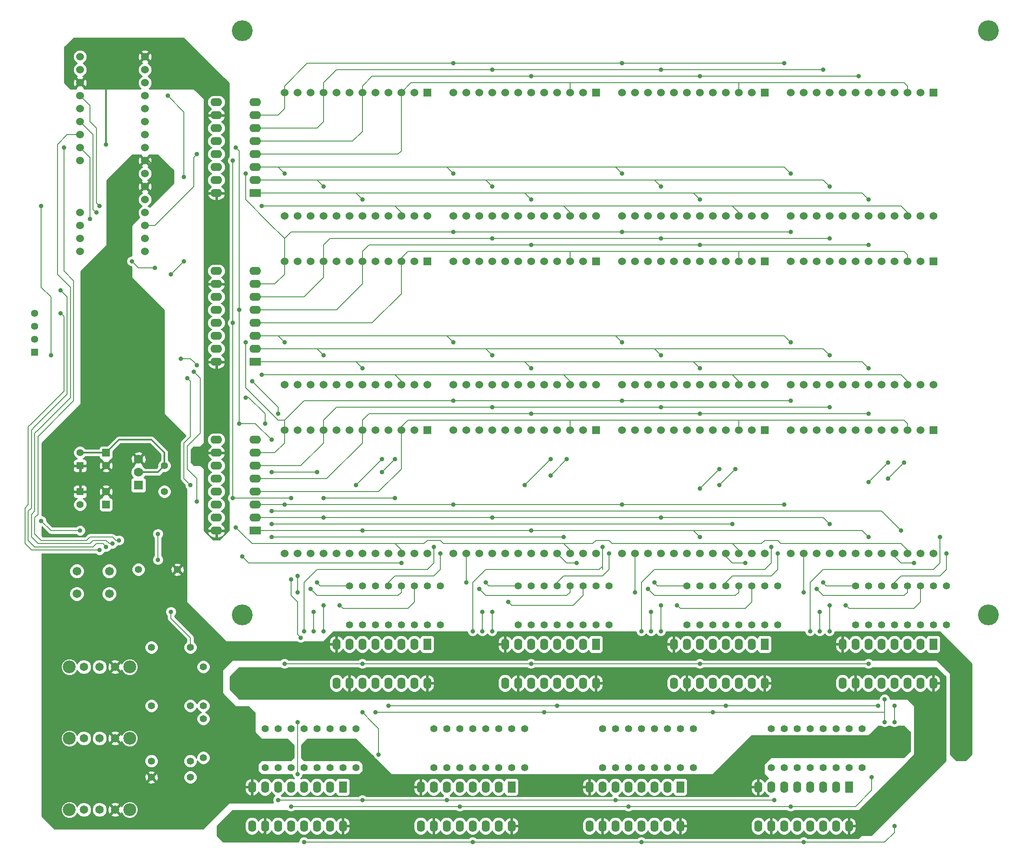
<source format=gtl>
G04 (created by PCBNEW-RS274X (2012-01-19 BZR 3256)-stable) date 7/17/2013 1:40:20 PM*
G01*
G70*
G90*
%MOIN*%
G04 Gerber Fmt 3.4, Leading zero omitted, Abs format*
%FSLAX34Y34*%
G04 APERTURE LIST*
%ADD10C,0.006000*%
%ADD11C,0.160000*%
%ADD12R,0.055000X0.055000*%
%ADD13C,0.055000*%
%ADD14R,0.060000X0.060000*%
%ADD15C,0.060000*%
%ADD16R,0.090000X0.062000*%
%ADD17O,0.090000X0.062000*%
%ADD18C,0.070000*%
%ADD19R,0.070000X0.070000*%
%ADD20R,0.062000X0.090000*%
%ADD21O,0.062000X0.090000*%
%ADD22C,0.067000*%
%ADD23C,0.065000*%
%ADD24C,0.099000*%
%ADD25C,0.035000*%
%ADD26C,0.008000*%
%ADD27C,0.012000*%
%ADD28C,0.010000*%
G04 APERTURE END LIST*
G54D10*
G54D11*
X108500Y-53000D03*
X108500Y-08000D03*
G54D12*
X38500Y-41500D03*
G54D13*
X38500Y-40500D03*
G54D12*
X38500Y-43500D03*
G54D13*
X38500Y-44500D03*
G54D14*
X65250Y-12750D03*
G54D15*
X64250Y-12750D03*
X63250Y-12750D03*
X62250Y-12750D03*
X61250Y-12750D03*
X60250Y-12750D03*
X59250Y-12750D03*
X58250Y-12750D03*
X57250Y-12750D03*
X56250Y-12750D03*
X55250Y-12750D03*
X54250Y-12750D03*
X54250Y-22250D03*
X55250Y-22250D03*
X56250Y-22250D03*
X57250Y-22250D03*
X58250Y-22250D03*
X59250Y-22250D03*
X60250Y-22250D03*
X61250Y-22250D03*
X62250Y-22250D03*
X63250Y-22250D03*
X64250Y-22250D03*
X65250Y-22250D03*
G54D14*
X65250Y-25750D03*
G54D15*
X64250Y-25750D03*
X63250Y-25750D03*
X62250Y-25750D03*
X61250Y-25750D03*
X60250Y-25750D03*
X59250Y-25750D03*
X58250Y-25750D03*
X57250Y-25750D03*
X56250Y-25750D03*
X55250Y-25750D03*
X54250Y-25750D03*
X54250Y-35250D03*
X55250Y-35250D03*
X56250Y-35250D03*
X57250Y-35250D03*
X58250Y-35250D03*
X59250Y-35250D03*
X60250Y-35250D03*
X61250Y-35250D03*
X62250Y-35250D03*
X63250Y-35250D03*
X64250Y-35250D03*
X65250Y-35250D03*
G54D14*
X65250Y-38750D03*
G54D15*
X64250Y-38750D03*
X63250Y-38750D03*
X62250Y-38750D03*
X61250Y-38750D03*
X60250Y-38750D03*
X59250Y-38750D03*
X58250Y-38750D03*
X57250Y-38750D03*
X56250Y-38750D03*
X55250Y-38750D03*
X54250Y-38750D03*
X54250Y-48250D03*
X55250Y-48250D03*
X56250Y-48250D03*
X57250Y-48250D03*
X58250Y-48250D03*
X59250Y-48250D03*
X60250Y-48250D03*
X61250Y-48250D03*
X62250Y-48250D03*
X63250Y-48250D03*
X64250Y-48250D03*
X65250Y-48250D03*
G54D14*
X78250Y-12750D03*
G54D15*
X77250Y-12750D03*
X76250Y-12750D03*
X75250Y-12750D03*
X74250Y-12750D03*
X73250Y-12750D03*
X72250Y-12750D03*
X71250Y-12750D03*
X70250Y-12750D03*
X69250Y-12750D03*
X68250Y-12750D03*
X67250Y-12750D03*
X67250Y-22250D03*
X68250Y-22250D03*
X69250Y-22250D03*
X70250Y-22250D03*
X71250Y-22250D03*
X72250Y-22250D03*
X73250Y-22250D03*
X74250Y-22250D03*
X75250Y-22250D03*
X76250Y-22250D03*
X77250Y-22250D03*
X78250Y-22250D03*
G54D14*
X78250Y-25750D03*
G54D15*
X77250Y-25750D03*
X76250Y-25750D03*
X75250Y-25750D03*
X74250Y-25750D03*
X73250Y-25750D03*
X72250Y-25750D03*
X71250Y-25750D03*
X70250Y-25750D03*
X69250Y-25750D03*
X68250Y-25750D03*
X67250Y-25750D03*
X67250Y-35250D03*
X68250Y-35250D03*
X69250Y-35250D03*
X70250Y-35250D03*
X71250Y-35250D03*
X72250Y-35250D03*
X73250Y-35250D03*
X74250Y-35250D03*
X75250Y-35250D03*
X76250Y-35250D03*
X77250Y-35250D03*
X78250Y-35250D03*
G54D14*
X78250Y-38750D03*
G54D15*
X77250Y-38750D03*
X76250Y-38750D03*
X75250Y-38750D03*
X74250Y-38750D03*
X73250Y-38750D03*
X72250Y-38750D03*
X71250Y-38750D03*
X70250Y-38750D03*
X69250Y-38750D03*
X68250Y-38750D03*
X67250Y-38750D03*
X67250Y-48250D03*
X68250Y-48250D03*
X69250Y-48250D03*
X70250Y-48250D03*
X71250Y-48250D03*
X72250Y-48250D03*
X73250Y-48250D03*
X74250Y-48250D03*
X75250Y-48250D03*
X76250Y-48250D03*
X77250Y-48250D03*
X78250Y-48250D03*
G54D14*
X91250Y-12750D03*
G54D15*
X90250Y-12750D03*
X89250Y-12750D03*
X88250Y-12750D03*
X87250Y-12750D03*
X86250Y-12750D03*
X85250Y-12750D03*
X84250Y-12750D03*
X83250Y-12750D03*
X82250Y-12750D03*
X81250Y-12750D03*
X80250Y-12750D03*
X80250Y-22250D03*
X81250Y-22250D03*
X82250Y-22250D03*
X83250Y-22250D03*
X84250Y-22250D03*
X85250Y-22250D03*
X86250Y-22250D03*
X87250Y-22250D03*
X88250Y-22250D03*
X89250Y-22250D03*
X90250Y-22250D03*
X91250Y-22250D03*
G54D14*
X91250Y-25750D03*
G54D15*
X90250Y-25750D03*
X89250Y-25750D03*
X88250Y-25750D03*
X87250Y-25750D03*
X86250Y-25750D03*
X85250Y-25750D03*
X84250Y-25750D03*
X83250Y-25750D03*
X82250Y-25750D03*
X81250Y-25750D03*
X80250Y-25750D03*
X80250Y-35250D03*
X81250Y-35250D03*
X82250Y-35250D03*
X83250Y-35250D03*
X84250Y-35250D03*
X85250Y-35250D03*
X86250Y-35250D03*
X87250Y-35250D03*
X88250Y-35250D03*
X89250Y-35250D03*
X90250Y-35250D03*
X91250Y-35250D03*
G54D14*
X91250Y-38750D03*
G54D15*
X90250Y-38750D03*
X89250Y-38750D03*
X88250Y-38750D03*
X87250Y-38750D03*
X86250Y-38750D03*
X85250Y-38750D03*
X84250Y-38750D03*
X83250Y-38750D03*
X82250Y-38750D03*
X81250Y-38750D03*
X80250Y-38750D03*
X80250Y-48250D03*
X81250Y-48250D03*
X82250Y-48250D03*
X83250Y-48250D03*
X84250Y-48250D03*
X85250Y-48250D03*
X86250Y-48250D03*
X87250Y-48250D03*
X88250Y-48250D03*
X89250Y-48250D03*
X90250Y-48250D03*
X91250Y-48250D03*
G54D14*
X104250Y-12750D03*
G54D15*
X103250Y-12750D03*
X102250Y-12750D03*
X101250Y-12750D03*
X100250Y-12750D03*
X99250Y-12750D03*
X98250Y-12750D03*
X97250Y-12750D03*
X96250Y-12750D03*
X95250Y-12750D03*
X94250Y-12750D03*
X93250Y-12750D03*
X93250Y-22250D03*
X94250Y-22250D03*
X95250Y-22250D03*
X96250Y-22250D03*
X97250Y-22250D03*
X98250Y-22250D03*
X99250Y-22250D03*
X100250Y-22250D03*
X101250Y-22250D03*
X102250Y-22250D03*
X103250Y-22250D03*
X104250Y-22250D03*
G54D14*
X104250Y-25750D03*
G54D15*
X103250Y-25750D03*
X102250Y-25750D03*
X101250Y-25750D03*
X100250Y-25750D03*
X99250Y-25750D03*
X98250Y-25750D03*
X97250Y-25750D03*
X96250Y-25750D03*
X95250Y-25750D03*
X94250Y-25750D03*
X93250Y-25750D03*
X93250Y-35250D03*
X94250Y-35250D03*
X95250Y-35250D03*
X96250Y-35250D03*
X97250Y-35250D03*
X98250Y-35250D03*
X99250Y-35250D03*
X100250Y-35250D03*
X101250Y-35250D03*
X102250Y-35250D03*
X103250Y-35250D03*
X104250Y-35250D03*
G54D14*
X104250Y-38750D03*
G54D15*
X103250Y-38750D03*
X102250Y-38750D03*
X101250Y-38750D03*
X100250Y-38750D03*
X99250Y-38750D03*
X98250Y-38750D03*
X97250Y-38750D03*
X96250Y-38750D03*
X95250Y-38750D03*
X94250Y-38750D03*
X93250Y-38750D03*
X93250Y-48250D03*
X94250Y-48250D03*
X95250Y-48250D03*
X96250Y-48250D03*
X97250Y-48250D03*
X98250Y-48250D03*
X99250Y-48250D03*
X100250Y-48250D03*
X101250Y-48250D03*
X102250Y-48250D03*
X103250Y-48250D03*
X104250Y-48250D03*
G54D16*
X52000Y-20500D03*
G54D17*
X52000Y-19500D03*
X52000Y-18500D03*
X52000Y-17500D03*
X52000Y-16500D03*
X52000Y-15500D03*
X52000Y-14500D03*
X52000Y-13500D03*
X49000Y-13500D03*
X49000Y-14500D03*
X49000Y-15500D03*
X49000Y-16500D03*
X49000Y-17500D03*
X49000Y-18500D03*
X49000Y-19500D03*
X49000Y-20500D03*
G54D16*
X52000Y-33500D03*
G54D17*
X52000Y-32500D03*
X52000Y-31500D03*
X52000Y-30500D03*
X52000Y-29500D03*
X52000Y-28500D03*
X52000Y-27500D03*
X52000Y-26500D03*
X49000Y-26500D03*
X49000Y-27500D03*
X49000Y-28500D03*
X49000Y-29500D03*
X49000Y-30500D03*
X49000Y-31500D03*
X49000Y-32500D03*
X49000Y-33500D03*
G54D16*
X52000Y-46500D03*
G54D17*
X52000Y-45500D03*
X52000Y-44500D03*
X52000Y-43500D03*
X52000Y-42500D03*
X52000Y-41500D03*
X52000Y-40500D03*
X52000Y-39500D03*
X49000Y-39500D03*
X49000Y-40500D03*
X49000Y-41500D03*
X49000Y-42500D03*
X49000Y-43500D03*
X49000Y-44500D03*
X49000Y-45500D03*
X49000Y-46500D03*
G54D18*
X43000Y-41000D03*
X43000Y-42000D03*
G54D19*
X43000Y-43000D03*
G54D13*
X65250Y-53750D03*
X65250Y-50750D03*
X73250Y-53750D03*
X73250Y-50750D03*
X72250Y-53750D03*
X72250Y-50750D03*
X74250Y-53750D03*
X74250Y-50750D03*
X75250Y-53750D03*
X75250Y-50750D03*
X62250Y-53750D03*
X62250Y-50750D03*
X61250Y-53750D03*
X61250Y-50750D03*
X59250Y-53750D03*
X59250Y-50750D03*
X60250Y-53750D03*
X60250Y-50750D03*
X64250Y-53750D03*
X64250Y-50750D03*
X63250Y-53750D03*
X63250Y-50750D03*
X76250Y-53750D03*
X76250Y-50750D03*
X66250Y-53750D03*
X66250Y-50750D03*
X94750Y-64750D03*
X94750Y-61750D03*
X93750Y-64750D03*
X93750Y-61750D03*
X91750Y-64750D03*
X91750Y-61750D03*
X92750Y-64750D03*
X92750Y-61750D03*
X96750Y-64750D03*
X96750Y-61750D03*
X95750Y-64750D03*
X95750Y-61750D03*
X97750Y-64750D03*
X97750Y-61750D03*
X87250Y-53750D03*
X87250Y-50750D03*
X105250Y-53750D03*
X105250Y-50750D03*
X104250Y-53750D03*
X104250Y-50750D03*
X102250Y-53750D03*
X102250Y-50750D03*
X103250Y-53750D03*
X103250Y-50750D03*
X99250Y-53750D03*
X99250Y-50750D03*
X98250Y-53750D03*
X98250Y-50750D03*
X100250Y-53750D03*
X100250Y-50750D03*
X101250Y-53750D03*
X101250Y-50750D03*
X88250Y-53750D03*
X88250Y-50750D03*
X77250Y-53750D03*
X77250Y-50750D03*
X85250Y-53750D03*
X85250Y-50750D03*
X86250Y-53750D03*
X86250Y-50750D03*
X90250Y-53750D03*
X90250Y-50750D03*
X89250Y-53750D03*
X89250Y-50750D03*
X91250Y-53750D03*
X91250Y-50750D03*
X92250Y-53750D03*
X92250Y-50750D03*
X79250Y-53750D03*
X79250Y-50750D03*
X78250Y-53750D03*
X78250Y-50750D03*
X85750Y-64750D03*
X85750Y-61750D03*
X98750Y-64750D03*
X98750Y-61750D03*
X43000Y-49500D03*
X46000Y-49500D03*
X44000Y-55500D03*
X47000Y-55500D03*
X48000Y-60000D03*
X48000Y-57000D03*
X44000Y-60000D03*
X47000Y-60000D03*
X48000Y-64000D03*
X48000Y-61000D03*
X44000Y-64250D03*
X47000Y-64250D03*
X44000Y-65500D03*
X47000Y-65500D03*
X59750Y-64750D03*
X59750Y-61750D03*
X58750Y-64750D03*
X58750Y-61750D03*
X56750Y-64750D03*
X56750Y-61750D03*
X57750Y-64750D03*
X57750Y-61750D03*
X53750Y-64750D03*
X53750Y-61750D03*
X52750Y-64750D03*
X52750Y-61750D03*
X54750Y-64750D03*
X54750Y-61750D03*
X55750Y-64750D03*
X55750Y-61750D03*
X68750Y-64750D03*
X68750Y-61750D03*
X84750Y-64750D03*
X84750Y-61750D03*
X82750Y-64750D03*
X82750Y-61750D03*
X83750Y-64750D03*
X83750Y-61750D03*
X79750Y-64750D03*
X79750Y-61750D03*
X78750Y-64750D03*
X78750Y-61750D03*
X80750Y-64750D03*
X80750Y-61750D03*
X81750Y-64750D03*
X81750Y-61750D03*
X72750Y-64750D03*
X72750Y-61750D03*
X71750Y-64750D03*
X71750Y-61750D03*
X69750Y-64750D03*
X69750Y-61750D03*
X70750Y-64750D03*
X70750Y-61750D03*
X66750Y-64750D03*
X66750Y-61750D03*
X65750Y-64750D03*
X65750Y-61750D03*
X67750Y-64750D03*
X67750Y-61750D03*
G54D20*
X97750Y-66250D03*
G54D21*
X96750Y-66250D03*
X95750Y-66250D03*
X94750Y-66250D03*
X93750Y-66250D03*
X92750Y-66250D03*
X91750Y-66250D03*
X90750Y-66250D03*
X90750Y-69250D03*
X91750Y-69250D03*
X92750Y-69250D03*
X93750Y-69250D03*
X94750Y-69250D03*
X95750Y-69250D03*
X96750Y-69250D03*
X97750Y-69250D03*
G54D20*
X84750Y-66250D03*
G54D21*
X83750Y-66250D03*
X82750Y-66250D03*
X81750Y-66250D03*
X80750Y-66250D03*
X79750Y-66250D03*
X78750Y-66250D03*
X77750Y-66250D03*
X77750Y-69250D03*
X78750Y-69250D03*
X79750Y-69250D03*
X80750Y-69250D03*
X81750Y-69250D03*
X82750Y-69250D03*
X83750Y-69250D03*
X84750Y-69250D03*
G54D20*
X71750Y-66250D03*
G54D21*
X70750Y-66250D03*
X69750Y-66250D03*
X68750Y-66250D03*
X67750Y-66250D03*
X66750Y-66250D03*
X65750Y-66250D03*
X64750Y-66250D03*
X64750Y-69250D03*
X65750Y-69250D03*
X66750Y-69250D03*
X67750Y-69250D03*
X68750Y-69250D03*
X69750Y-69250D03*
X70750Y-69250D03*
X71750Y-69250D03*
G54D20*
X58750Y-66250D03*
G54D21*
X57750Y-66250D03*
X56750Y-66250D03*
X55750Y-66250D03*
X54750Y-66250D03*
X53750Y-66250D03*
X52750Y-66250D03*
X51750Y-66250D03*
X51750Y-69250D03*
X52750Y-69250D03*
X53750Y-69250D03*
X54750Y-69250D03*
X55750Y-69250D03*
X56750Y-69250D03*
X57750Y-69250D03*
X58750Y-69250D03*
G54D20*
X104250Y-55250D03*
G54D21*
X103250Y-55250D03*
X102250Y-55250D03*
X101250Y-55250D03*
X100250Y-55250D03*
X99250Y-55250D03*
X98250Y-55250D03*
X97250Y-55250D03*
X97250Y-58250D03*
X98250Y-58250D03*
X99250Y-58250D03*
X100250Y-58250D03*
X101250Y-58250D03*
X102250Y-58250D03*
X103250Y-58250D03*
X104250Y-58250D03*
G54D20*
X65250Y-55250D03*
G54D21*
X64250Y-55250D03*
X63250Y-55250D03*
X62250Y-55250D03*
X61250Y-55250D03*
X60250Y-55250D03*
X59250Y-55250D03*
X58250Y-55250D03*
X58250Y-58250D03*
X59250Y-58250D03*
X60250Y-58250D03*
X61250Y-58250D03*
X62250Y-58250D03*
X63250Y-58250D03*
X64250Y-58250D03*
X65250Y-58250D03*
G54D20*
X78250Y-55250D03*
G54D21*
X77250Y-55250D03*
X76250Y-55250D03*
X75250Y-55250D03*
X74250Y-55250D03*
X73250Y-55250D03*
X72250Y-55250D03*
X71250Y-55250D03*
X71250Y-58250D03*
X72250Y-58250D03*
X73250Y-58250D03*
X74250Y-58250D03*
X75250Y-58250D03*
X76250Y-58250D03*
X77250Y-58250D03*
X78250Y-58250D03*
G54D20*
X91250Y-55250D03*
G54D21*
X90250Y-55250D03*
X89250Y-55250D03*
X88250Y-55250D03*
X87250Y-55250D03*
X86250Y-55250D03*
X85250Y-55250D03*
X84250Y-55250D03*
X84250Y-58250D03*
X85250Y-58250D03*
X86250Y-58250D03*
X87250Y-58250D03*
X88250Y-58250D03*
X89250Y-58250D03*
X90250Y-58250D03*
X91250Y-58250D03*
G54D13*
X45000Y-41500D03*
X45000Y-43500D03*
G54D14*
X40500Y-44500D03*
G54D15*
X40500Y-43500D03*
G54D14*
X40500Y-40500D03*
G54D15*
X40500Y-41500D03*
G54D12*
X35000Y-32750D03*
G54D13*
X35000Y-31750D03*
X35000Y-30750D03*
X35000Y-29750D03*
G54D15*
X38500Y-10000D03*
X38500Y-11000D03*
X38500Y-12000D03*
X38500Y-13000D03*
X38500Y-14000D03*
X38500Y-15000D03*
X38500Y-16000D03*
X38500Y-17000D03*
X38500Y-18000D03*
X38500Y-22000D03*
X38500Y-23000D03*
X38500Y-24000D03*
X38500Y-25000D03*
X43500Y-25000D03*
X43500Y-24000D03*
X43500Y-23000D03*
X43500Y-22000D03*
X43500Y-21000D03*
X43500Y-20000D03*
X43500Y-19000D03*
X43500Y-18000D03*
X43500Y-17000D03*
X43500Y-16000D03*
X43500Y-15000D03*
X43500Y-14000D03*
X43500Y-13000D03*
X43500Y-12000D03*
X43500Y-11000D03*
X43500Y-10000D03*
G54D11*
X51000Y-53000D03*
G54D22*
X38250Y-49625D03*
X38250Y-51375D03*
X40750Y-51375D03*
X40750Y-49625D03*
G54D11*
X51000Y-08000D03*
G54D23*
X38800Y-57000D03*
X40000Y-57000D03*
G54D24*
X37680Y-57000D03*
X42320Y-57000D03*
G54D23*
X41200Y-57000D03*
X38800Y-62500D03*
X40000Y-62500D03*
G54D24*
X37680Y-62500D03*
X42320Y-62500D03*
G54D23*
X41200Y-62500D03*
X38800Y-68000D03*
X40000Y-68000D03*
G54D24*
X37680Y-68000D03*
X42320Y-68000D03*
G54D23*
X41200Y-68000D03*
G54D25*
X51750Y-35000D03*
X47500Y-33750D03*
X60250Y-56750D03*
X86250Y-56750D03*
X92000Y-67250D03*
X66750Y-67250D03*
X53750Y-37500D03*
X73250Y-56750D03*
X60250Y-67250D03*
X99250Y-56750D03*
X53750Y-67250D03*
X61500Y-63750D03*
X46250Y-33250D03*
X54250Y-56750D03*
X60250Y-60500D03*
X79750Y-67250D03*
X54750Y-67750D03*
X50750Y-29500D03*
X67750Y-67750D03*
X100500Y-61250D03*
X93250Y-67750D03*
X87250Y-60500D03*
X53250Y-39500D03*
X50500Y-17000D03*
X50750Y-38250D03*
X53250Y-42000D03*
X62750Y-44000D03*
X56750Y-42000D03*
X57250Y-44000D03*
X80750Y-67750D03*
X99500Y-65500D03*
X61250Y-60500D03*
X100500Y-59500D03*
X74250Y-60500D03*
X94250Y-70500D03*
X55250Y-65250D03*
X54750Y-44000D03*
X75250Y-60000D03*
X55750Y-70500D03*
X101250Y-60000D03*
X101250Y-61250D03*
X62250Y-60000D03*
X68750Y-70500D03*
X88250Y-60000D03*
X100000Y-60000D03*
X50250Y-30500D03*
X50250Y-18000D03*
X101250Y-69250D03*
X47500Y-17500D03*
X54750Y-50250D03*
X50250Y-44000D03*
X81750Y-70500D03*
X55250Y-61250D03*
X55500Y-54750D03*
X40000Y-21500D03*
X101750Y-46500D03*
X51250Y-36250D03*
X52750Y-38250D03*
X53250Y-45000D03*
X102750Y-49000D03*
X97500Y-52250D03*
X95250Y-51000D03*
X105250Y-48250D03*
X102000Y-41250D03*
X100750Y-42500D03*
X95750Y-50500D03*
X88750Y-46000D03*
X53250Y-46000D03*
X39750Y-22000D03*
X89750Y-49000D03*
X84500Y-52250D03*
X82250Y-51000D03*
X92250Y-48250D03*
X89000Y-41750D03*
X87750Y-43000D03*
X82750Y-50500D03*
X75750Y-47000D03*
X53250Y-47000D03*
X39250Y-22500D03*
X76750Y-49000D03*
X71500Y-52000D03*
X69250Y-51000D03*
X79250Y-48250D03*
X76000Y-41000D03*
X74750Y-42250D03*
X69750Y-50500D03*
X51000Y-48500D03*
X63250Y-49000D03*
X58500Y-52250D03*
X56250Y-51000D03*
X66250Y-48250D03*
X61750Y-42000D03*
X62750Y-41000D03*
X56750Y-50500D03*
X102000Y-63500D03*
X102000Y-62750D03*
X45000Y-19250D03*
X102000Y-62000D03*
X44500Y-34000D03*
X54500Y-63750D03*
X56000Y-63750D03*
X106250Y-63750D03*
X106750Y-62750D03*
X106000Y-62000D03*
X60250Y-34000D03*
X86250Y-34000D03*
X73250Y-34000D03*
X99250Y-34000D03*
X83250Y-24000D03*
X96250Y-24000D03*
X70250Y-24000D03*
X96250Y-33000D03*
X57250Y-33000D03*
X70250Y-33000D03*
X83250Y-33000D03*
X52500Y-34500D03*
X73250Y-46500D03*
X99250Y-47000D03*
X86250Y-47000D03*
X60250Y-46500D03*
X92750Y-44500D03*
X80250Y-44500D03*
X67250Y-44500D03*
X54250Y-44500D03*
X86250Y-37500D03*
X99250Y-37500D03*
X73250Y-37500D03*
X57250Y-20000D03*
X70250Y-20000D03*
X83250Y-20000D03*
X96250Y-20000D03*
X99250Y-24500D03*
X73250Y-24500D03*
X86250Y-24500D03*
X93250Y-32000D03*
X80250Y-32000D03*
X67250Y-32000D03*
X54250Y-32000D03*
X50500Y-46250D03*
X83250Y-37000D03*
X96250Y-37000D03*
X70250Y-37000D03*
X70250Y-45500D03*
X57250Y-45500D03*
X96250Y-46000D03*
X83250Y-45500D03*
X93250Y-36500D03*
X51250Y-32000D03*
X67250Y-36500D03*
X80250Y-36500D03*
X93250Y-23500D03*
X67250Y-23500D03*
X51250Y-19000D03*
X80250Y-23500D03*
X83250Y-11000D03*
X70250Y-11000D03*
X95750Y-11000D03*
X73250Y-11500D03*
X98500Y-11500D03*
X86250Y-11500D03*
X67250Y-10500D03*
X92750Y-10500D03*
X80250Y-10500D03*
X80250Y-19000D03*
X54250Y-19000D03*
X67250Y-19000D03*
X93250Y-19000D03*
X99250Y-21000D03*
X60250Y-21000D03*
X86250Y-21000D03*
X73250Y-21000D03*
X52500Y-21500D03*
X36250Y-33000D03*
X38500Y-46500D03*
X35500Y-45750D03*
X35500Y-21500D03*
X46750Y-34750D03*
X45250Y-13000D03*
X46500Y-19250D03*
X46500Y-25750D03*
X45500Y-26750D03*
X47000Y-43000D03*
X45500Y-52750D03*
X44500Y-48750D03*
X44500Y-46750D03*
X37250Y-17000D03*
X41500Y-47250D03*
X96250Y-52250D03*
X96250Y-54250D03*
X94250Y-51250D03*
X95500Y-52750D03*
X95500Y-54250D03*
X94750Y-54250D03*
X104750Y-47000D03*
X100750Y-41250D03*
X99250Y-42750D03*
X41000Y-47500D03*
X83250Y-54250D03*
X83250Y-52250D03*
X81250Y-51250D03*
X82500Y-52750D03*
X82500Y-54250D03*
X91750Y-47750D03*
X81750Y-54250D03*
X86250Y-43250D03*
X87750Y-41750D03*
X40500Y-47750D03*
X37000Y-28000D03*
X70250Y-52750D03*
X70250Y-54250D03*
X68250Y-50500D03*
X69500Y-54250D03*
X69500Y-52750D03*
X78750Y-47750D03*
X68750Y-54250D03*
X72750Y-43000D03*
X74750Y-41000D03*
X37000Y-29750D03*
X40000Y-48000D03*
X57250Y-54250D03*
X57250Y-52250D03*
X55250Y-51250D03*
X56500Y-52750D03*
X55250Y-50000D03*
X56500Y-54250D03*
X55750Y-54250D03*
X65750Y-47750D03*
X59750Y-43000D03*
X61750Y-41000D03*
X47250Y-34250D03*
X47500Y-44250D03*
X44250Y-26250D03*
X42500Y-25750D03*
X47500Y-41250D03*
X48000Y-40750D03*
X50000Y-69750D03*
X49750Y-69250D03*
X51000Y-57500D03*
X40500Y-16750D03*
X50500Y-58500D03*
X51250Y-58250D03*
X47500Y-40250D03*
X49500Y-70000D03*
G54D26*
X66750Y-67250D02*
X71750Y-67250D01*
X60250Y-67250D02*
X66750Y-67250D01*
X60250Y-60500D02*
X60250Y-60500D01*
X61000Y-61250D02*
X61000Y-61250D01*
X60250Y-67250D02*
X53750Y-67250D01*
X60250Y-60500D02*
X61000Y-61250D01*
X61500Y-63750D02*
X61500Y-62500D01*
X53750Y-37000D02*
X51750Y-35000D01*
X60250Y-56750D02*
X73250Y-56750D01*
X47500Y-33750D02*
X47250Y-33500D01*
X53750Y-37500D02*
X53750Y-37000D01*
X47250Y-33500D02*
X47000Y-33250D01*
X60250Y-56750D02*
X54250Y-56750D01*
X61500Y-62500D02*
X61500Y-61750D01*
X71750Y-67250D02*
X79750Y-67250D01*
X85750Y-67250D02*
X92000Y-67250D01*
X73250Y-56750D02*
X86250Y-56750D01*
X85750Y-67250D02*
X79750Y-67250D01*
X86250Y-56750D02*
X99250Y-56750D01*
X61500Y-61750D02*
X61000Y-61250D01*
X47000Y-33250D02*
X46250Y-33250D01*
X67750Y-67750D02*
X80750Y-67750D01*
X51500Y-38250D02*
X52000Y-38250D01*
X50750Y-38250D02*
X50750Y-29500D01*
X100500Y-60500D02*
X100500Y-59500D01*
X100500Y-61250D02*
X100500Y-60500D01*
X87250Y-60500D02*
X74250Y-60500D01*
X93250Y-67750D02*
X98250Y-67750D01*
X87250Y-60500D02*
X87500Y-60500D01*
X56750Y-42000D02*
X55500Y-42000D01*
X100500Y-60500D02*
X87250Y-60500D01*
X54750Y-67750D02*
X67750Y-67750D01*
X80750Y-67750D02*
X93250Y-67750D01*
X99500Y-66500D02*
X99500Y-65500D01*
X52000Y-38250D02*
X53250Y-39500D01*
X50750Y-17250D02*
X50500Y-17000D01*
X50750Y-29500D02*
X50750Y-17250D01*
X53500Y-42000D02*
X53250Y-42000D01*
X74250Y-60500D02*
X61250Y-60500D01*
X55500Y-42000D02*
X53500Y-42000D01*
X98250Y-67750D02*
X99500Y-66500D01*
X51500Y-38250D02*
X50750Y-38250D01*
X62750Y-44000D02*
X57250Y-44000D01*
X55250Y-54500D02*
X55250Y-52500D01*
X68750Y-70500D02*
X55750Y-70500D01*
X101250Y-61250D02*
X101250Y-60000D01*
X101250Y-69750D02*
X101250Y-69250D01*
X101250Y-69750D02*
X100500Y-70500D01*
X75250Y-60000D02*
X88250Y-60000D01*
X100500Y-70500D02*
X94250Y-70500D01*
X81750Y-70500D02*
X94250Y-70500D01*
X68750Y-70500D02*
X81750Y-70500D01*
X54750Y-44000D02*
X50250Y-44000D01*
X100000Y-60000D02*
X88500Y-60000D01*
X50250Y-36000D02*
X50250Y-44000D01*
X47250Y-20000D02*
X47250Y-17750D01*
X50250Y-31000D02*
X50250Y-30500D01*
X50250Y-30750D02*
X50250Y-31000D01*
X47250Y-17750D02*
X47500Y-17500D01*
X55250Y-65250D02*
X55250Y-61250D01*
X50250Y-30500D02*
X50250Y-18000D01*
X88250Y-60000D02*
X88500Y-60000D01*
X43500Y-23000D02*
X44250Y-23000D01*
X55250Y-52000D02*
X54750Y-51500D01*
X54750Y-51500D02*
X54750Y-50250D01*
X55500Y-54750D02*
X55250Y-54500D01*
X44250Y-23000D02*
X47250Y-20000D01*
X62250Y-60000D02*
X75250Y-60000D01*
X55250Y-52500D02*
X55250Y-52000D01*
X50250Y-31000D02*
X50250Y-36000D01*
X39250Y-13750D02*
X38500Y-13000D01*
X52750Y-38250D02*
X52750Y-37500D01*
X101750Y-46500D02*
X100250Y-45000D01*
X70000Y-45000D02*
X57250Y-45000D01*
X40000Y-21500D02*
X39750Y-21250D01*
X39750Y-21250D02*
X39750Y-15500D01*
X39250Y-15000D02*
X39250Y-13750D01*
X39750Y-15500D02*
X39250Y-15000D01*
X57250Y-45000D02*
X53250Y-45000D01*
X92750Y-45000D02*
X70000Y-45000D01*
X51500Y-36250D02*
X51250Y-36250D01*
X52750Y-37500D02*
X51500Y-36250D01*
X100250Y-45000D02*
X92750Y-45000D01*
X101250Y-48250D02*
X101250Y-48500D01*
X101750Y-49000D02*
X102750Y-49000D01*
X101250Y-48500D02*
X101750Y-49000D01*
X97750Y-52500D02*
X102750Y-52500D01*
X103250Y-52000D02*
X103250Y-50750D01*
X97500Y-52250D02*
X97750Y-52500D01*
X102750Y-52500D02*
X103250Y-52000D01*
X95250Y-51000D02*
X95750Y-51500D01*
X95750Y-51500D02*
X102000Y-51500D01*
X102250Y-51250D02*
X102250Y-50750D01*
X102000Y-51500D02*
X102250Y-51250D01*
X101750Y-50000D02*
X101250Y-50500D01*
X101250Y-50500D02*
X101250Y-50750D01*
X105250Y-49500D02*
X104750Y-50000D01*
X105250Y-48250D02*
X105250Y-49000D01*
X104750Y-50000D02*
X101750Y-50000D01*
X105250Y-49000D02*
X105250Y-49500D01*
X102000Y-41250D02*
X100750Y-42500D01*
X95750Y-50500D02*
X96000Y-50750D01*
X96000Y-50750D02*
X98250Y-50750D01*
X62750Y-46000D02*
X56750Y-46000D01*
X39750Y-22000D02*
X39500Y-21750D01*
X71500Y-46000D02*
X76250Y-46000D01*
X39500Y-16000D02*
X38500Y-15000D01*
X53500Y-46000D02*
X53250Y-46000D01*
X76250Y-46000D02*
X85000Y-46000D01*
X71500Y-46000D02*
X62750Y-46000D01*
X39500Y-21750D02*
X39500Y-16000D01*
X88750Y-46000D02*
X85000Y-46000D01*
X56750Y-46000D02*
X53500Y-46000D01*
X88750Y-49000D02*
X89750Y-49000D01*
X88250Y-48500D02*
X88750Y-49000D01*
X88250Y-48250D02*
X88250Y-48500D01*
X84750Y-52500D02*
X89750Y-52500D01*
X90250Y-52000D02*
X90250Y-50750D01*
X89750Y-52500D02*
X90250Y-52000D01*
X84500Y-52250D02*
X84750Y-52500D01*
X82250Y-51000D02*
X82750Y-51500D01*
X89000Y-51500D02*
X89250Y-51250D01*
X89250Y-51250D02*
X89250Y-50750D01*
X82750Y-51500D02*
X89000Y-51500D01*
X88250Y-50500D02*
X88250Y-50750D01*
X92250Y-49500D02*
X91750Y-50000D01*
X88750Y-50000D02*
X88250Y-50500D01*
X91750Y-50000D02*
X88750Y-50000D01*
X92250Y-48250D02*
X92250Y-49500D01*
X89000Y-41750D02*
X87750Y-43000D01*
X82750Y-50500D02*
X83000Y-50750D01*
X83000Y-50750D02*
X85250Y-50750D01*
X58500Y-47000D02*
X56750Y-47000D01*
X39250Y-22000D02*
X39250Y-17750D01*
X39250Y-22500D02*
X39250Y-22000D01*
X39250Y-17750D02*
X38500Y-17000D01*
X68250Y-47000D02*
X58500Y-47000D01*
X68250Y-47000D02*
X74000Y-47000D01*
X75750Y-47000D02*
X74000Y-47000D01*
X56750Y-47000D02*
X53250Y-47000D01*
X75250Y-48250D02*
X76000Y-49000D01*
X76000Y-49000D02*
X76750Y-49000D01*
X77250Y-51500D02*
X77250Y-50750D01*
X71500Y-52000D02*
X71750Y-52250D01*
X76500Y-52250D02*
X77250Y-51500D01*
X71750Y-52250D02*
X76500Y-52250D01*
X76000Y-51500D02*
X69750Y-51500D01*
X76250Y-51250D02*
X76000Y-51500D01*
X76250Y-50750D02*
X76250Y-51250D01*
X69750Y-51500D02*
X69250Y-51000D01*
X79250Y-48250D02*
X79250Y-48750D01*
X75250Y-50500D02*
X75250Y-50750D01*
X75750Y-50000D02*
X75250Y-50500D01*
X79250Y-48750D02*
X79250Y-49500D01*
X79250Y-49500D02*
X78750Y-50000D01*
X78750Y-50000D02*
X75750Y-50000D01*
X76000Y-41000D02*
X74750Y-42250D01*
X70000Y-50750D02*
X72250Y-50750D01*
X69750Y-50500D02*
X70000Y-50750D01*
X63250Y-49000D02*
X62000Y-49000D01*
X53000Y-49000D02*
X51500Y-49000D01*
X51500Y-49000D02*
X51000Y-48500D01*
X62000Y-49000D02*
X53000Y-49000D01*
X58750Y-52500D02*
X63750Y-52500D01*
X58500Y-52250D02*
X58750Y-52500D01*
X63750Y-52500D02*
X64250Y-52000D01*
X64250Y-52000D02*
X64250Y-50750D01*
X63000Y-51500D02*
X63250Y-51250D01*
X63250Y-51250D02*
X63250Y-50750D01*
X56250Y-51000D02*
X56750Y-51500D01*
X56750Y-51500D02*
X63000Y-51500D01*
X62250Y-50500D02*
X62250Y-50750D01*
X66250Y-49500D02*
X65750Y-50000D01*
X66250Y-48250D02*
X66250Y-48750D01*
X65750Y-50000D02*
X62750Y-50000D01*
X62750Y-50000D02*
X62250Y-50500D01*
X66250Y-48750D02*
X66250Y-49500D01*
X62750Y-41000D02*
X61750Y-42000D01*
X56750Y-50500D02*
X57000Y-50750D01*
X57000Y-50750D02*
X59250Y-50750D01*
G54D27*
X43750Y-18000D02*
X45000Y-19250D01*
X52500Y-63750D02*
X54500Y-63750D01*
X44500Y-34000D02*
X44000Y-34000D01*
X51750Y-64500D02*
X52500Y-63750D01*
X43500Y-18000D02*
X43750Y-18000D01*
X56000Y-63750D02*
X60000Y-63750D01*
X90750Y-64750D02*
X92000Y-63500D01*
X92000Y-63500D02*
X102000Y-63500D01*
X90750Y-66250D02*
X90750Y-64750D01*
X51750Y-66250D02*
X51750Y-64500D01*
X62500Y-66250D02*
X64750Y-66250D01*
X60000Y-63750D02*
X62500Y-66250D01*
X106000Y-62000D02*
X106750Y-62750D01*
X102000Y-62750D02*
X102000Y-62000D01*
G54D26*
X85750Y-33500D02*
X98750Y-33500D01*
X85750Y-33500D02*
X86250Y-34000D01*
X52000Y-33500D02*
X59750Y-33500D01*
X59750Y-33500D02*
X60250Y-34000D01*
X59750Y-33500D02*
X72750Y-33500D01*
X72750Y-33500D02*
X85750Y-33500D01*
X72750Y-33500D02*
X73250Y-34000D01*
X98750Y-33500D02*
X99250Y-34000D01*
X57250Y-27000D02*
X57250Y-25750D01*
X52000Y-28500D02*
X55750Y-28500D01*
X57250Y-24500D02*
X57750Y-24000D01*
X83250Y-24000D02*
X96250Y-24000D01*
X57250Y-24500D02*
X57250Y-25750D01*
X57750Y-24000D02*
X70250Y-24000D01*
X55750Y-28500D02*
X57250Y-27000D01*
X83250Y-24000D02*
X70250Y-24000D01*
X69750Y-32500D02*
X56750Y-32500D01*
X82750Y-32500D02*
X69750Y-32500D01*
X69750Y-32500D02*
X70250Y-33000D01*
X56750Y-32500D02*
X57250Y-33000D01*
X96250Y-33000D02*
X95750Y-32500D01*
X52000Y-32500D02*
X56750Y-32500D01*
X82750Y-32500D02*
X83250Y-33000D01*
X95750Y-32500D02*
X82750Y-32500D01*
X76250Y-35250D02*
X76250Y-35000D01*
X62500Y-34500D02*
X62750Y-34500D01*
X88750Y-34500D02*
X101750Y-34500D01*
X89250Y-35250D02*
X89250Y-35000D01*
X101750Y-34500D02*
X102250Y-35000D01*
X62750Y-34500D02*
X63250Y-35000D01*
X52500Y-34500D02*
X62500Y-34500D01*
X62750Y-34500D02*
X75750Y-34500D01*
X63250Y-35000D02*
X63250Y-35250D01*
X75750Y-34500D02*
X88750Y-34500D01*
X76250Y-35000D02*
X75750Y-34500D01*
X102250Y-35000D02*
X102250Y-35250D01*
X89250Y-35000D02*
X88750Y-34500D01*
X72750Y-46500D02*
X73250Y-46500D01*
X85750Y-46500D02*
X86250Y-47000D01*
X85750Y-46500D02*
X98750Y-46500D01*
X59750Y-46500D02*
X72750Y-46500D01*
X59750Y-46500D02*
X60250Y-46500D01*
X73250Y-46500D02*
X85750Y-46500D01*
X52000Y-46500D02*
X59750Y-46500D01*
X98750Y-46500D02*
X99250Y-47000D01*
X66750Y-44500D02*
X67250Y-44500D01*
X53750Y-44500D02*
X54250Y-44500D01*
X67250Y-44500D02*
X79750Y-44500D01*
X53750Y-44500D02*
X66750Y-44500D01*
X79750Y-44500D02*
X80250Y-44500D01*
X80250Y-44500D02*
X92750Y-44500D01*
X52000Y-44500D02*
X53750Y-44500D01*
X86250Y-37500D02*
X99250Y-37500D01*
X60250Y-38000D02*
X60250Y-38750D01*
X60750Y-37500D02*
X73250Y-37500D01*
X60250Y-38000D02*
X60750Y-37500D01*
X73250Y-37500D02*
X86250Y-37500D01*
X57500Y-42500D02*
X52000Y-42500D01*
X60250Y-39750D02*
X57500Y-42500D01*
X60250Y-38750D02*
X60250Y-39750D01*
X69750Y-19500D02*
X56750Y-19500D01*
X57250Y-20000D02*
X56750Y-19500D01*
X56750Y-19500D02*
X52000Y-19500D01*
X70250Y-20000D02*
X69750Y-19500D01*
X82750Y-19500D02*
X95750Y-19500D01*
X83250Y-20000D02*
X82750Y-19500D01*
X82750Y-19500D02*
X69750Y-19500D01*
X95750Y-19500D02*
X96250Y-20000D01*
X76250Y-25750D02*
X76250Y-25000D01*
X63250Y-25500D02*
X63250Y-25750D01*
X76250Y-25000D02*
X89250Y-25000D01*
X89250Y-25000D02*
X89250Y-25750D01*
X63750Y-25000D02*
X63250Y-25500D01*
X102000Y-25000D02*
X102250Y-25250D01*
X63250Y-28250D02*
X63250Y-25750D01*
X52000Y-30500D02*
X61000Y-30500D01*
X102250Y-25250D02*
X102250Y-25750D01*
X76250Y-25000D02*
X63750Y-25000D01*
X89250Y-25000D02*
X102000Y-25000D01*
X61000Y-30500D02*
X63250Y-28250D01*
X58250Y-29500D02*
X60250Y-27500D01*
X52000Y-29500D02*
X58250Y-29500D01*
X99250Y-24500D02*
X86250Y-24500D01*
X60750Y-24500D02*
X60250Y-25000D01*
X60250Y-27500D02*
X60250Y-25750D01*
X60250Y-25000D02*
X60250Y-25750D01*
X73250Y-24500D02*
X60750Y-24500D01*
X73250Y-24500D02*
X86250Y-24500D01*
X66750Y-31500D02*
X79750Y-31500D01*
X66750Y-31500D02*
X67250Y-32000D01*
X52000Y-31500D02*
X53750Y-31500D01*
X66500Y-31500D02*
X66750Y-31500D01*
X53750Y-31500D02*
X66250Y-31500D01*
X79750Y-31500D02*
X92750Y-31500D01*
X79750Y-31500D02*
X80250Y-32000D01*
X66250Y-31500D02*
X66500Y-31500D01*
X92750Y-31500D02*
X93250Y-32000D01*
X53750Y-31500D02*
X54250Y-32000D01*
X51750Y-47500D02*
X51000Y-46750D01*
X51000Y-46750D02*
X50500Y-46250D01*
X79500Y-47500D02*
X88750Y-47500D01*
X78250Y-47250D02*
X79250Y-47250D01*
X92500Y-47500D02*
X101750Y-47500D01*
X52500Y-47500D02*
X51750Y-47500D01*
X91250Y-47250D02*
X92250Y-47250D01*
X76250Y-48000D02*
X76250Y-48250D01*
X78000Y-47500D02*
X78250Y-47250D01*
X65000Y-47500D02*
X65250Y-47250D01*
X62750Y-47500D02*
X63250Y-48000D01*
X65250Y-47250D02*
X66250Y-47250D01*
X92250Y-47250D02*
X92500Y-47500D01*
X79250Y-47250D02*
X79500Y-47500D01*
X88750Y-47500D02*
X91000Y-47500D01*
X75750Y-47500D02*
X78000Y-47500D01*
X101750Y-47500D02*
X102250Y-48000D01*
X52500Y-47500D02*
X62750Y-47500D01*
X63250Y-48000D02*
X63250Y-48250D01*
X89250Y-48000D02*
X89250Y-48250D01*
X91000Y-47500D02*
X91250Y-47250D01*
X88750Y-47500D02*
X89250Y-48000D01*
X62750Y-47500D02*
X65000Y-47500D01*
X66250Y-47250D02*
X66500Y-47500D01*
X75750Y-47500D02*
X76250Y-48000D01*
X66500Y-47500D02*
X75750Y-47500D01*
X102250Y-48000D02*
X102250Y-48250D01*
X52000Y-41500D02*
X55500Y-41500D01*
X96250Y-37000D02*
X83250Y-37000D01*
X83250Y-37000D02*
X70250Y-37000D01*
X57250Y-38000D02*
X57250Y-38750D01*
X70250Y-37000D02*
X58250Y-37000D01*
X57250Y-39750D02*
X57250Y-38750D01*
X55500Y-41500D02*
X57250Y-39750D01*
X58250Y-37000D02*
X57250Y-38000D01*
X63750Y-38000D02*
X76250Y-38000D01*
X102000Y-38000D02*
X89250Y-38000D01*
X76250Y-38750D02*
X76250Y-38000D01*
X61500Y-43500D02*
X52000Y-43500D01*
X63250Y-41750D02*
X61500Y-43500D01*
X63250Y-38750D02*
X63250Y-41750D01*
X89250Y-38000D02*
X76250Y-38000D01*
X89250Y-38750D02*
X89250Y-38000D01*
X102250Y-38250D02*
X102000Y-38000D01*
X63250Y-38750D02*
X63250Y-38500D01*
X102250Y-38250D02*
X102250Y-38750D01*
X63250Y-38500D02*
X63750Y-38000D01*
X56750Y-45500D02*
X69750Y-45500D01*
X56750Y-45500D02*
X57250Y-45500D01*
X83250Y-45500D02*
X95750Y-45500D01*
X70250Y-45500D02*
X82750Y-45500D01*
X52000Y-45500D02*
X56750Y-45500D01*
X82750Y-45500D02*
X83250Y-45500D01*
X69750Y-45500D02*
X70250Y-45500D01*
X95750Y-45500D02*
X96250Y-46000D01*
X54250Y-38000D02*
X55750Y-36500D01*
X67250Y-36500D02*
X80250Y-36500D01*
X51250Y-35500D02*
X51250Y-32000D01*
X54250Y-38000D02*
X53750Y-38000D01*
X54250Y-38750D02*
X54250Y-39750D01*
X53500Y-40500D02*
X52000Y-40500D01*
X80250Y-36500D02*
X93250Y-36500D01*
X53750Y-38000D02*
X51250Y-35500D01*
X54250Y-39750D02*
X53500Y-40500D01*
X55750Y-36500D02*
X67250Y-36500D01*
X54250Y-38000D02*
X54250Y-38750D01*
X54250Y-25750D02*
X54250Y-26750D01*
X54750Y-23500D02*
X67250Y-23500D01*
X54250Y-26750D02*
X53500Y-27500D01*
X51250Y-21000D02*
X51250Y-19000D01*
X80250Y-23500D02*
X67250Y-23500D01*
X54250Y-24000D02*
X54250Y-25750D01*
X80250Y-23500D02*
X93250Y-23500D01*
X53000Y-22750D02*
X51250Y-21000D01*
X54250Y-24000D02*
X53000Y-22750D01*
X53500Y-27500D02*
X52000Y-27500D01*
X54250Y-24000D02*
X54750Y-23500D01*
X89250Y-12000D02*
X102000Y-12000D01*
X102250Y-12250D02*
X102250Y-12750D01*
X89250Y-12000D02*
X89250Y-12750D01*
X76250Y-12750D02*
X76250Y-12000D01*
X77000Y-12000D02*
X89250Y-12000D01*
X76000Y-12000D02*
X76750Y-12000D01*
X63250Y-17250D02*
X63000Y-17500D01*
X64000Y-12000D02*
X63250Y-12750D01*
X76750Y-12000D02*
X77000Y-12000D01*
X53500Y-17500D02*
X52000Y-17500D01*
X76250Y-12000D02*
X77000Y-12000D01*
X75750Y-12000D02*
X76250Y-12000D01*
X75750Y-12000D02*
X64000Y-12000D01*
X76000Y-12000D02*
X75750Y-12000D01*
X102000Y-12000D02*
X102250Y-12250D01*
X63000Y-17500D02*
X53500Y-17500D01*
X63250Y-12750D02*
X63250Y-17250D01*
X56750Y-15500D02*
X52750Y-15500D01*
X57250Y-15000D02*
X56750Y-15500D01*
X52750Y-15500D02*
X52000Y-15500D01*
X70250Y-11000D02*
X58250Y-11000D01*
X57250Y-12750D02*
X57250Y-15000D01*
X58250Y-11000D02*
X57250Y-12000D01*
X70250Y-11000D02*
X83250Y-11000D01*
X57250Y-12000D02*
X57250Y-12750D01*
X95750Y-11000D02*
X83250Y-11000D01*
X60250Y-12250D02*
X60250Y-12750D01*
X61000Y-11500D02*
X73250Y-11500D01*
X86250Y-11500D02*
X98500Y-11500D01*
X61000Y-11500D02*
X60250Y-12250D01*
X60250Y-12750D02*
X60250Y-15750D01*
X59500Y-16500D02*
X53000Y-16500D01*
X60250Y-15750D02*
X59500Y-16500D01*
X53000Y-16500D02*
X52000Y-16500D01*
X73250Y-11500D02*
X86250Y-11500D01*
X67250Y-10500D02*
X80250Y-10500D01*
X54250Y-12750D02*
X54250Y-14000D01*
X67250Y-10500D02*
X56000Y-10500D01*
X54250Y-12250D02*
X54250Y-12750D01*
X92750Y-10500D02*
X80250Y-10500D01*
X52750Y-14500D02*
X52000Y-14500D01*
X56000Y-10500D02*
X54250Y-12250D01*
X54250Y-14000D02*
X53750Y-14500D01*
X53750Y-14500D02*
X52750Y-14500D01*
X66750Y-18500D02*
X79750Y-18500D01*
X53750Y-18500D02*
X52000Y-18500D01*
X79750Y-18500D02*
X80250Y-19000D01*
X66750Y-18500D02*
X67250Y-19000D01*
X93250Y-19000D02*
X92750Y-18500D01*
X92750Y-18500D02*
X79750Y-18500D01*
X54250Y-19000D02*
X53750Y-18500D01*
X53750Y-18500D02*
X66750Y-18500D01*
X60250Y-21000D02*
X59750Y-20500D01*
X72750Y-20500D02*
X73250Y-21000D01*
X53500Y-20500D02*
X52000Y-20500D01*
X99250Y-21000D02*
X98750Y-20500D01*
X72750Y-20500D02*
X85750Y-20500D01*
X59750Y-20500D02*
X53500Y-20500D01*
X59750Y-20500D02*
X72750Y-20500D01*
X85750Y-20500D02*
X86250Y-21000D01*
X98750Y-20500D02*
X85750Y-20500D01*
X62750Y-21500D02*
X52500Y-21500D01*
X63250Y-22250D02*
X63250Y-22000D01*
X75750Y-21500D02*
X62750Y-21500D01*
X101750Y-21500D02*
X102250Y-22000D01*
X76250Y-22250D02*
X76250Y-22000D01*
X89250Y-22000D02*
X89250Y-22250D01*
X63250Y-22000D02*
X62750Y-21500D01*
X88750Y-21500D02*
X101750Y-21500D01*
X75750Y-21500D02*
X88750Y-21500D01*
X76250Y-22000D02*
X75750Y-21500D01*
X88750Y-21500D02*
X89250Y-22000D01*
X102250Y-22000D02*
X102250Y-22250D01*
X38500Y-46500D02*
X36250Y-46500D01*
X36250Y-46500D02*
X35500Y-45750D01*
X36250Y-28500D02*
X35500Y-27750D01*
X35500Y-27750D02*
X35500Y-21500D01*
X36250Y-33000D02*
X36250Y-28500D01*
X46500Y-42500D02*
X46500Y-39750D01*
X46500Y-39750D02*
X47000Y-39250D01*
X47000Y-43000D02*
X46500Y-42500D01*
X46500Y-14250D02*
X46500Y-19250D01*
X45500Y-26750D02*
X46500Y-25750D01*
X47000Y-55500D02*
X47000Y-54750D01*
X47000Y-35000D02*
X46750Y-34750D01*
X47000Y-39250D02*
X47000Y-35000D01*
X45250Y-13000D02*
X46500Y-14250D01*
X45500Y-53250D02*
X45500Y-52750D01*
X47000Y-54750D02*
X45500Y-53250D01*
X44500Y-48750D02*
X44500Y-46750D01*
X41500Y-47250D02*
X41250Y-47250D01*
X35000Y-46750D02*
X35000Y-45500D01*
X35000Y-45500D02*
X35250Y-45250D01*
X35250Y-45250D02*
X35250Y-39250D01*
X37250Y-26500D02*
X37250Y-17000D01*
X38000Y-27250D02*
X37250Y-26500D01*
X41000Y-47000D02*
X39250Y-47000D01*
X41250Y-47250D02*
X41000Y-47000D01*
X38000Y-36500D02*
X38000Y-29750D01*
X35500Y-47250D02*
X35000Y-46750D01*
X38000Y-29750D02*
X38000Y-27250D01*
X35250Y-39250D02*
X38000Y-36500D01*
X39000Y-47250D02*
X35500Y-47250D01*
X39250Y-47000D02*
X39000Y-47250D01*
X96250Y-52250D02*
X96250Y-54250D01*
X95500Y-52750D02*
X95500Y-54250D01*
X94250Y-51250D02*
X94250Y-48250D01*
X95750Y-49500D02*
X94750Y-50500D01*
X104250Y-49500D02*
X95750Y-49500D01*
X94750Y-54250D02*
X94750Y-50500D01*
X104750Y-47000D02*
X104750Y-49000D01*
X104750Y-49000D02*
X104250Y-49500D01*
X100750Y-41250D02*
X99250Y-42750D01*
X35000Y-40750D02*
X35000Y-42000D01*
X35000Y-39000D02*
X35250Y-38750D01*
X35000Y-44500D02*
X35000Y-42000D01*
X36750Y-16750D02*
X37500Y-16000D01*
X39250Y-47500D02*
X35250Y-47500D01*
X40750Y-47500D02*
X40500Y-47250D01*
X35250Y-38750D02*
X37750Y-36250D01*
X36750Y-26750D02*
X36750Y-16750D01*
X40500Y-47250D02*
X39500Y-47250D01*
X37500Y-16000D02*
X38500Y-16000D01*
X37750Y-27750D02*
X36750Y-26750D01*
X41000Y-47500D02*
X40750Y-47500D01*
X37750Y-31500D02*
X37750Y-27750D01*
X39500Y-47250D02*
X39250Y-47500D01*
X35250Y-47500D02*
X34750Y-47000D01*
X37750Y-31500D02*
X37750Y-34500D01*
X37750Y-36250D02*
X37750Y-34500D01*
X35000Y-40750D02*
X35000Y-39000D01*
X34750Y-45750D02*
X34750Y-45250D01*
X34750Y-47000D02*
X34750Y-45750D01*
X34750Y-45250D02*
X35000Y-45000D01*
X35000Y-45000D02*
X35000Y-44500D01*
X83250Y-54250D02*
X83250Y-52250D01*
X81250Y-51250D02*
X81250Y-48250D01*
X82500Y-54250D02*
X82500Y-52750D01*
X82750Y-49500D02*
X81750Y-50500D01*
X81750Y-50500D02*
X81750Y-52500D01*
X81750Y-54250D02*
X81750Y-52500D01*
X91750Y-47750D02*
X91750Y-49000D01*
X91750Y-49000D02*
X91250Y-49500D01*
X91250Y-49500D02*
X82750Y-49500D01*
X86250Y-43250D02*
X87750Y-41750D01*
X40500Y-47750D02*
X40500Y-47750D01*
X37500Y-28500D02*
X37000Y-28000D01*
X37500Y-29500D02*
X37500Y-31500D01*
X40250Y-47500D02*
X40000Y-47500D01*
X39500Y-47750D02*
X35000Y-47750D01*
X40000Y-47500D02*
X39750Y-47500D01*
X35000Y-47750D02*
X34500Y-47250D01*
X34750Y-38750D02*
X35000Y-38500D01*
X34750Y-40750D02*
X34750Y-42000D01*
X37500Y-29500D02*
X37500Y-28500D01*
X34750Y-40750D02*
X34750Y-38750D01*
X37500Y-36000D02*
X37500Y-34500D01*
X34750Y-44750D02*
X34750Y-42000D01*
X35000Y-38500D02*
X37500Y-36000D01*
X34500Y-45000D02*
X34750Y-44750D01*
X39750Y-47500D02*
X39500Y-47750D01*
X40500Y-47750D02*
X40250Y-47500D01*
X34500Y-47250D02*
X34500Y-45000D01*
X37500Y-31500D02*
X37500Y-34500D01*
X70250Y-52750D02*
X70250Y-54250D01*
X69500Y-54250D02*
X69500Y-52750D01*
X68250Y-50500D02*
X68250Y-48250D01*
X78750Y-47750D02*
X78750Y-48000D01*
X78500Y-49500D02*
X69750Y-49500D01*
X78750Y-49500D02*
X78750Y-49250D01*
X69750Y-49500D02*
X68750Y-50500D01*
X68750Y-50500D02*
X68750Y-54250D01*
X78750Y-49250D02*
X78500Y-49500D01*
X78750Y-48000D02*
X78750Y-49500D01*
X74250Y-41500D02*
X72750Y-43000D01*
X74750Y-41000D02*
X74250Y-41500D01*
X37250Y-30000D02*
X37000Y-29750D01*
X34750Y-48000D02*
X40000Y-48000D01*
X34750Y-38250D02*
X37250Y-35750D01*
X34500Y-38500D02*
X34750Y-38250D01*
X37250Y-30250D02*
X37250Y-31500D01*
X37250Y-30250D02*
X37250Y-30000D01*
X37250Y-31500D02*
X37250Y-34500D01*
X37250Y-35750D02*
X37250Y-34500D01*
X34500Y-40750D02*
X34500Y-38500D01*
X34250Y-47500D02*
X34250Y-44750D01*
X34750Y-48000D02*
X34250Y-47500D01*
X34500Y-44500D02*
X34500Y-43750D01*
X34250Y-44750D02*
X34500Y-44500D01*
X34500Y-40750D02*
X34500Y-43750D01*
X57250Y-52250D02*
X57250Y-54250D01*
X55250Y-51250D02*
X55250Y-50000D01*
X56500Y-52750D02*
X56500Y-54250D01*
X56750Y-49500D02*
X55750Y-50500D01*
X65750Y-47750D02*
X65750Y-48750D01*
X65750Y-49000D02*
X65250Y-49500D01*
X55750Y-50500D02*
X55750Y-54250D01*
X65250Y-49500D02*
X56750Y-49500D01*
X65750Y-48750D02*
X65750Y-49000D01*
X61750Y-41000D02*
X59750Y-43000D01*
X43000Y-26250D02*
X42500Y-25750D01*
X47750Y-34750D02*
X47250Y-34250D01*
X47750Y-39000D02*
X47750Y-34750D01*
X46750Y-40000D02*
X47750Y-39000D01*
X46750Y-41750D02*
X46750Y-40000D01*
X47500Y-42500D02*
X46750Y-41750D01*
X47500Y-44250D02*
X47500Y-42500D01*
X44250Y-26250D02*
X43000Y-26250D01*
X43000Y-26250D02*
X42500Y-25750D01*
G54D27*
X50000Y-69750D02*
X50000Y-69500D01*
X48000Y-40750D02*
X47750Y-40500D01*
X41500Y-39500D02*
X44000Y-39500D01*
X40500Y-40500D02*
X41500Y-39500D01*
X51000Y-57500D02*
X51250Y-57750D01*
X44000Y-39500D02*
X45000Y-40500D01*
X47500Y-40250D02*
X47500Y-41250D01*
X50250Y-70000D02*
X50000Y-69750D01*
X40500Y-16750D02*
X40500Y-12250D01*
X50000Y-69500D02*
X49750Y-69250D01*
X52750Y-69250D02*
X52750Y-69750D01*
X52500Y-70000D02*
X50250Y-70000D01*
X44500Y-42000D02*
X45000Y-41500D01*
X38500Y-40500D02*
X40500Y-40500D01*
X43000Y-42000D02*
X44500Y-42000D01*
X45000Y-40500D02*
X45000Y-41500D01*
X51250Y-57750D02*
X51250Y-58250D01*
X49500Y-70000D02*
X49750Y-70250D01*
X52750Y-69750D02*
X52500Y-70000D01*
G54D10*
G36*
X102450Y-63479D02*
X101979Y-63950D01*
X91729Y-63950D01*
X91200Y-64479D01*
X91200Y-65271D01*
X91525Y-65596D01*
X91439Y-65632D01*
X91285Y-65786D01*
X91251Y-65865D01*
X91132Y-65700D01*
X90946Y-65585D01*
X90887Y-65568D01*
X90800Y-65615D01*
X90800Y-66150D01*
X90800Y-66200D01*
X90800Y-66300D01*
X90800Y-66350D01*
X90800Y-66885D01*
X90887Y-66932D01*
X90946Y-66915D01*
X91132Y-66800D01*
X91251Y-66634D01*
X91285Y-66714D01*
X91439Y-66868D01*
X91573Y-66924D01*
X91549Y-66960D01*
X90700Y-66960D01*
X90700Y-66885D01*
X90700Y-66300D01*
X90700Y-66200D01*
X90700Y-65615D01*
X90613Y-65568D01*
X90554Y-65585D01*
X90368Y-65700D01*
X90240Y-65877D01*
X90190Y-66090D01*
X90190Y-66200D01*
X90700Y-66200D01*
X90700Y-66300D01*
X90190Y-66300D01*
X90190Y-66410D01*
X90240Y-66623D01*
X90368Y-66800D01*
X90554Y-66915D01*
X90613Y-66932D01*
X90700Y-66885D01*
X90700Y-66960D01*
X85750Y-66960D01*
X80061Y-66960D01*
X79996Y-66895D01*
X80061Y-66868D01*
X80215Y-66714D01*
X80250Y-66629D01*
X80285Y-66714D01*
X80439Y-66868D01*
X80641Y-66952D01*
X80859Y-66952D01*
X81061Y-66868D01*
X81215Y-66714D01*
X81250Y-66629D01*
X81285Y-66714D01*
X81439Y-66868D01*
X81641Y-66952D01*
X81859Y-66952D01*
X82061Y-66868D01*
X82215Y-66714D01*
X82250Y-66629D01*
X82285Y-66714D01*
X82439Y-66868D01*
X82641Y-66952D01*
X82859Y-66952D01*
X83061Y-66868D01*
X83215Y-66714D01*
X83250Y-66629D01*
X83285Y-66714D01*
X83439Y-66868D01*
X83641Y-66952D01*
X83859Y-66952D01*
X84061Y-66868D01*
X84191Y-66738D01*
X84191Y-66749D01*
X84229Y-66841D01*
X84299Y-66911D01*
X84390Y-66949D01*
X84489Y-66949D01*
X85109Y-66949D01*
X85201Y-66911D01*
X85271Y-66841D01*
X85309Y-66750D01*
X85309Y-66651D01*
X85309Y-65751D01*
X85271Y-65659D01*
X85201Y-65589D01*
X85110Y-65551D01*
X85011Y-65551D01*
X84391Y-65551D01*
X84299Y-65589D01*
X84229Y-65659D01*
X84191Y-65750D01*
X84191Y-65762D01*
X84061Y-65632D01*
X83859Y-65548D01*
X83641Y-65548D01*
X83439Y-65632D01*
X83285Y-65786D01*
X83250Y-65870D01*
X83215Y-65786D01*
X83061Y-65632D01*
X82859Y-65548D01*
X82641Y-65548D01*
X82439Y-65632D01*
X82285Y-65786D01*
X82250Y-65870D01*
X82215Y-65786D01*
X82061Y-65632D01*
X81859Y-65548D01*
X81641Y-65548D01*
X81439Y-65632D01*
X81285Y-65786D01*
X81250Y-65870D01*
X81215Y-65786D01*
X81061Y-65632D01*
X80859Y-65548D01*
X80641Y-65548D01*
X80439Y-65632D01*
X80285Y-65786D01*
X80250Y-65870D01*
X80215Y-65786D01*
X80061Y-65632D01*
X79859Y-65548D01*
X79641Y-65548D01*
X79439Y-65632D01*
X79285Y-65786D01*
X79250Y-65870D01*
X79215Y-65786D01*
X79061Y-65632D01*
X78859Y-65548D01*
X78641Y-65548D01*
X78439Y-65632D01*
X78285Y-65786D01*
X78251Y-65865D01*
X78132Y-65700D01*
X77946Y-65585D01*
X77887Y-65568D01*
X77800Y-65615D01*
X77800Y-66150D01*
X77800Y-66200D01*
X77800Y-66300D01*
X77800Y-66350D01*
X77800Y-66885D01*
X77887Y-66932D01*
X77946Y-66915D01*
X78132Y-66800D01*
X78251Y-66634D01*
X78285Y-66714D01*
X78439Y-66868D01*
X78641Y-66952D01*
X78859Y-66952D01*
X79061Y-66868D01*
X79215Y-66714D01*
X79250Y-66629D01*
X79285Y-66714D01*
X79439Y-66868D01*
X79503Y-66895D01*
X79439Y-66960D01*
X77700Y-66960D01*
X77700Y-66885D01*
X77700Y-66300D01*
X77700Y-66200D01*
X77700Y-65615D01*
X77613Y-65568D01*
X77554Y-65585D01*
X77368Y-65700D01*
X77240Y-65877D01*
X77190Y-66090D01*
X77190Y-66200D01*
X77700Y-66200D01*
X77700Y-66300D01*
X77190Y-66300D01*
X77190Y-66410D01*
X77240Y-66623D01*
X77368Y-66800D01*
X77554Y-66915D01*
X77613Y-66932D01*
X77700Y-66885D01*
X77700Y-66960D01*
X71750Y-66960D01*
X67061Y-66960D01*
X66996Y-66895D01*
X67061Y-66868D01*
X67215Y-66714D01*
X67250Y-66629D01*
X67285Y-66714D01*
X67439Y-66868D01*
X67641Y-66952D01*
X67859Y-66952D01*
X68061Y-66868D01*
X68215Y-66714D01*
X68250Y-66629D01*
X68285Y-66714D01*
X68439Y-66868D01*
X68641Y-66952D01*
X68859Y-66952D01*
X69061Y-66868D01*
X69215Y-66714D01*
X69250Y-66629D01*
X69285Y-66714D01*
X69439Y-66868D01*
X69641Y-66952D01*
X69859Y-66952D01*
X70061Y-66868D01*
X70215Y-66714D01*
X70250Y-66629D01*
X70285Y-66714D01*
X70439Y-66868D01*
X70641Y-66952D01*
X70859Y-66952D01*
X71061Y-66868D01*
X71191Y-66738D01*
X71191Y-66749D01*
X71229Y-66841D01*
X71299Y-66911D01*
X71390Y-66949D01*
X71489Y-66949D01*
X72109Y-66949D01*
X72201Y-66911D01*
X72271Y-66841D01*
X72309Y-66750D01*
X72309Y-66651D01*
X72309Y-65751D01*
X72271Y-65659D01*
X72201Y-65589D01*
X72110Y-65551D01*
X72011Y-65551D01*
X71391Y-65551D01*
X71299Y-65589D01*
X71229Y-65659D01*
X71191Y-65750D01*
X71191Y-65762D01*
X71061Y-65632D01*
X70859Y-65548D01*
X70641Y-65548D01*
X70439Y-65632D01*
X70285Y-65786D01*
X70250Y-65870D01*
X70215Y-65786D01*
X70061Y-65632D01*
X69859Y-65548D01*
X69641Y-65548D01*
X69439Y-65632D01*
X69285Y-65786D01*
X69250Y-65870D01*
X69215Y-65786D01*
X69061Y-65632D01*
X68859Y-65548D01*
X68641Y-65548D01*
X68439Y-65632D01*
X68285Y-65786D01*
X68250Y-65870D01*
X68215Y-65786D01*
X68061Y-65632D01*
X67859Y-65548D01*
X67641Y-65548D01*
X67439Y-65632D01*
X67285Y-65786D01*
X67250Y-65870D01*
X67215Y-65786D01*
X67061Y-65632D01*
X66859Y-65548D01*
X66641Y-65548D01*
X66439Y-65632D01*
X66285Y-65786D01*
X66250Y-65870D01*
X66215Y-65786D01*
X66061Y-65632D01*
X65859Y-65548D01*
X65641Y-65548D01*
X65439Y-65632D01*
X65285Y-65786D01*
X65251Y-65865D01*
X65132Y-65700D01*
X64946Y-65585D01*
X64887Y-65568D01*
X64800Y-65615D01*
X64800Y-66150D01*
X64800Y-66200D01*
X64800Y-66300D01*
X64800Y-66350D01*
X64800Y-66885D01*
X64887Y-66932D01*
X64946Y-66915D01*
X65132Y-66800D01*
X65251Y-66634D01*
X65285Y-66714D01*
X65439Y-66868D01*
X65641Y-66952D01*
X65859Y-66952D01*
X66061Y-66868D01*
X66215Y-66714D01*
X66250Y-66629D01*
X66285Y-66714D01*
X66439Y-66868D01*
X66503Y-66895D01*
X66439Y-66960D01*
X64700Y-66960D01*
X64700Y-66885D01*
X64700Y-66300D01*
X64700Y-66200D01*
X64700Y-65615D01*
X64613Y-65568D01*
X64554Y-65585D01*
X64368Y-65700D01*
X64240Y-65877D01*
X64190Y-66090D01*
X64190Y-66200D01*
X64700Y-66200D01*
X64700Y-66300D01*
X64190Y-66300D01*
X64190Y-66410D01*
X64240Y-66623D01*
X64368Y-66800D01*
X64554Y-66915D01*
X64613Y-66932D01*
X64700Y-66885D01*
X64700Y-66960D01*
X60561Y-66960D01*
X60491Y-66890D01*
X60335Y-66825D01*
X60166Y-66825D01*
X60010Y-66889D01*
X59939Y-66960D01*
X54061Y-66960D01*
X53996Y-66895D01*
X54061Y-66868D01*
X54215Y-66714D01*
X54250Y-66629D01*
X54285Y-66714D01*
X54439Y-66868D01*
X54641Y-66952D01*
X54859Y-66952D01*
X55061Y-66868D01*
X55215Y-66714D01*
X55250Y-66629D01*
X55285Y-66714D01*
X55439Y-66868D01*
X55641Y-66952D01*
X55859Y-66952D01*
X56061Y-66868D01*
X56215Y-66714D01*
X56250Y-66629D01*
X56285Y-66714D01*
X56439Y-66868D01*
X56641Y-66952D01*
X56859Y-66952D01*
X57061Y-66868D01*
X57215Y-66714D01*
X57250Y-66629D01*
X57285Y-66714D01*
X57439Y-66868D01*
X57641Y-66952D01*
X57859Y-66952D01*
X58061Y-66868D01*
X58191Y-66738D01*
X58191Y-66749D01*
X58229Y-66841D01*
X58299Y-66911D01*
X58390Y-66949D01*
X58489Y-66949D01*
X59109Y-66949D01*
X59201Y-66911D01*
X59271Y-66841D01*
X59309Y-66750D01*
X59309Y-66651D01*
X59309Y-65751D01*
X59271Y-65659D01*
X59201Y-65589D01*
X59110Y-65551D01*
X59011Y-65551D01*
X58391Y-65551D01*
X58299Y-65589D01*
X58229Y-65659D01*
X58191Y-65750D01*
X58191Y-65762D01*
X58061Y-65632D01*
X57859Y-65548D01*
X57641Y-65548D01*
X57439Y-65632D01*
X57285Y-65786D01*
X57250Y-65870D01*
X57215Y-65786D01*
X57061Y-65632D01*
X56859Y-65548D01*
X56641Y-65548D01*
X56439Y-65632D01*
X56285Y-65786D01*
X56250Y-65870D01*
X56215Y-65786D01*
X56061Y-65632D01*
X55859Y-65548D01*
X55641Y-65548D01*
X55490Y-65610D01*
X55610Y-65491D01*
X55675Y-65335D01*
X55675Y-65300D01*
X60021Y-65300D01*
X60300Y-65021D01*
X60300Y-64479D01*
X60021Y-64200D01*
X55771Y-64200D01*
X55550Y-63979D01*
X55550Y-63021D01*
X56021Y-62550D01*
X59729Y-62550D01*
X61118Y-63939D01*
X61139Y-63990D01*
X61259Y-64110D01*
X61310Y-64131D01*
X62479Y-65300D01*
X87271Y-65300D01*
X90271Y-62300D01*
X99271Y-62300D01*
X100021Y-61550D01*
X100199Y-61550D01*
X100259Y-61610D01*
X100415Y-61675D01*
X100584Y-61675D01*
X100740Y-61611D01*
X100801Y-61550D01*
X100949Y-61550D01*
X101009Y-61610D01*
X101165Y-61675D01*
X101334Y-61675D01*
X101490Y-61611D01*
X101551Y-61550D01*
X101979Y-61550D01*
X102450Y-62021D01*
X102450Y-63479D01*
X102450Y-63479D01*
G37*
G54D28*
X102450Y-63479D02*
X101979Y-63950D01*
X91729Y-63950D01*
X91200Y-64479D01*
X91200Y-65271D01*
X91525Y-65596D01*
X91439Y-65632D01*
X91285Y-65786D01*
X91251Y-65865D01*
X91132Y-65700D01*
X90946Y-65585D01*
X90887Y-65568D01*
X90800Y-65615D01*
X90800Y-66150D01*
X90800Y-66200D01*
X90800Y-66300D01*
X90800Y-66350D01*
X90800Y-66885D01*
X90887Y-66932D01*
X90946Y-66915D01*
X91132Y-66800D01*
X91251Y-66634D01*
X91285Y-66714D01*
X91439Y-66868D01*
X91573Y-66924D01*
X91549Y-66960D01*
X90700Y-66960D01*
X90700Y-66885D01*
X90700Y-66300D01*
X90700Y-66200D01*
X90700Y-65615D01*
X90613Y-65568D01*
X90554Y-65585D01*
X90368Y-65700D01*
X90240Y-65877D01*
X90190Y-66090D01*
X90190Y-66200D01*
X90700Y-66200D01*
X90700Y-66300D01*
X90190Y-66300D01*
X90190Y-66410D01*
X90240Y-66623D01*
X90368Y-66800D01*
X90554Y-66915D01*
X90613Y-66932D01*
X90700Y-66885D01*
X90700Y-66960D01*
X85750Y-66960D01*
X80061Y-66960D01*
X79996Y-66895D01*
X80061Y-66868D01*
X80215Y-66714D01*
X80250Y-66629D01*
X80285Y-66714D01*
X80439Y-66868D01*
X80641Y-66952D01*
X80859Y-66952D01*
X81061Y-66868D01*
X81215Y-66714D01*
X81250Y-66629D01*
X81285Y-66714D01*
X81439Y-66868D01*
X81641Y-66952D01*
X81859Y-66952D01*
X82061Y-66868D01*
X82215Y-66714D01*
X82250Y-66629D01*
X82285Y-66714D01*
X82439Y-66868D01*
X82641Y-66952D01*
X82859Y-66952D01*
X83061Y-66868D01*
X83215Y-66714D01*
X83250Y-66629D01*
X83285Y-66714D01*
X83439Y-66868D01*
X83641Y-66952D01*
X83859Y-66952D01*
X84061Y-66868D01*
X84191Y-66738D01*
X84191Y-66749D01*
X84229Y-66841D01*
X84299Y-66911D01*
X84390Y-66949D01*
X84489Y-66949D01*
X85109Y-66949D01*
X85201Y-66911D01*
X85271Y-66841D01*
X85309Y-66750D01*
X85309Y-66651D01*
X85309Y-65751D01*
X85271Y-65659D01*
X85201Y-65589D01*
X85110Y-65551D01*
X85011Y-65551D01*
X84391Y-65551D01*
X84299Y-65589D01*
X84229Y-65659D01*
X84191Y-65750D01*
X84191Y-65762D01*
X84061Y-65632D01*
X83859Y-65548D01*
X83641Y-65548D01*
X83439Y-65632D01*
X83285Y-65786D01*
X83250Y-65870D01*
X83215Y-65786D01*
X83061Y-65632D01*
X82859Y-65548D01*
X82641Y-65548D01*
X82439Y-65632D01*
X82285Y-65786D01*
X82250Y-65870D01*
X82215Y-65786D01*
X82061Y-65632D01*
X81859Y-65548D01*
X81641Y-65548D01*
X81439Y-65632D01*
X81285Y-65786D01*
X81250Y-65870D01*
X81215Y-65786D01*
X81061Y-65632D01*
X80859Y-65548D01*
X80641Y-65548D01*
X80439Y-65632D01*
X80285Y-65786D01*
X80250Y-65870D01*
X80215Y-65786D01*
X80061Y-65632D01*
X79859Y-65548D01*
X79641Y-65548D01*
X79439Y-65632D01*
X79285Y-65786D01*
X79250Y-65870D01*
X79215Y-65786D01*
X79061Y-65632D01*
X78859Y-65548D01*
X78641Y-65548D01*
X78439Y-65632D01*
X78285Y-65786D01*
X78251Y-65865D01*
X78132Y-65700D01*
X77946Y-65585D01*
X77887Y-65568D01*
X77800Y-65615D01*
X77800Y-66150D01*
X77800Y-66200D01*
X77800Y-66300D01*
X77800Y-66350D01*
X77800Y-66885D01*
X77887Y-66932D01*
X77946Y-66915D01*
X78132Y-66800D01*
X78251Y-66634D01*
X78285Y-66714D01*
X78439Y-66868D01*
X78641Y-66952D01*
X78859Y-66952D01*
X79061Y-66868D01*
X79215Y-66714D01*
X79250Y-66629D01*
X79285Y-66714D01*
X79439Y-66868D01*
X79503Y-66895D01*
X79439Y-66960D01*
X77700Y-66960D01*
X77700Y-66885D01*
X77700Y-66300D01*
X77700Y-66200D01*
X77700Y-65615D01*
X77613Y-65568D01*
X77554Y-65585D01*
X77368Y-65700D01*
X77240Y-65877D01*
X77190Y-66090D01*
X77190Y-66200D01*
X77700Y-66200D01*
X77700Y-66300D01*
X77190Y-66300D01*
X77190Y-66410D01*
X77240Y-66623D01*
X77368Y-66800D01*
X77554Y-66915D01*
X77613Y-66932D01*
X77700Y-66885D01*
X77700Y-66960D01*
X71750Y-66960D01*
X67061Y-66960D01*
X66996Y-66895D01*
X67061Y-66868D01*
X67215Y-66714D01*
X67250Y-66629D01*
X67285Y-66714D01*
X67439Y-66868D01*
X67641Y-66952D01*
X67859Y-66952D01*
X68061Y-66868D01*
X68215Y-66714D01*
X68250Y-66629D01*
X68285Y-66714D01*
X68439Y-66868D01*
X68641Y-66952D01*
X68859Y-66952D01*
X69061Y-66868D01*
X69215Y-66714D01*
X69250Y-66629D01*
X69285Y-66714D01*
X69439Y-66868D01*
X69641Y-66952D01*
X69859Y-66952D01*
X70061Y-66868D01*
X70215Y-66714D01*
X70250Y-66629D01*
X70285Y-66714D01*
X70439Y-66868D01*
X70641Y-66952D01*
X70859Y-66952D01*
X71061Y-66868D01*
X71191Y-66738D01*
X71191Y-66749D01*
X71229Y-66841D01*
X71299Y-66911D01*
X71390Y-66949D01*
X71489Y-66949D01*
X72109Y-66949D01*
X72201Y-66911D01*
X72271Y-66841D01*
X72309Y-66750D01*
X72309Y-66651D01*
X72309Y-65751D01*
X72271Y-65659D01*
X72201Y-65589D01*
X72110Y-65551D01*
X72011Y-65551D01*
X71391Y-65551D01*
X71299Y-65589D01*
X71229Y-65659D01*
X71191Y-65750D01*
X71191Y-65762D01*
X71061Y-65632D01*
X70859Y-65548D01*
X70641Y-65548D01*
X70439Y-65632D01*
X70285Y-65786D01*
X70250Y-65870D01*
X70215Y-65786D01*
X70061Y-65632D01*
X69859Y-65548D01*
X69641Y-65548D01*
X69439Y-65632D01*
X69285Y-65786D01*
X69250Y-65870D01*
X69215Y-65786D01*
X69061Y-65632D01*
X68859Y-65548D01*
X68641Y-65548D01*
X68439Y-65632D01*
X68285Y-65786D01*
X68250Y-65870D01*
X68215Y-65786D01*
X68061Y-65632D01*
X67859Y-65548D01*
X67641Y-65548D01*
X67439Y-65632D01*
X67285Y-65786D01*
X67250Y-65870D01*
X67215Y-65786D01*
X67061Y-65632D01*
X66859Y-65548D01*
X66641Y-65548D01*
X66439Y-65632D01*
X66285Y-65786D01*
X66250Y-65870D01*
X66215Y-65786D01*
X66061Y-65632D01*
X65859Y-65548D01*
X65641Y-65548D01*
X65439Y-65632D01*
X65285Y-65786D01*
X65251Y-65865D01*
X65132Y-65700D01*
X64946Y-65585D01*
X64887Y-65568D01*
X64800Y-65615D01*
X64800Y-66150D01*
X64800Y-66200D01*
X64800Y-66300D01*
X64800Y-66350D01*
X64800Y-66885D01*
X64887Y-66932D01*
X64946Y-66915D01*
X65132Y-66800D01*
X65251Y-66634D01*
X65285Y-66714D01*
X65439Y-66868D01*
X65641Y-66952D01*
X65859Y-66952D01*
X66061Y-66868D01*
X66215Y-66714D01*
X66250Y-66629D01*
X66285Y-66714D01*
X66439Y-66868D01*
X66503Y-66895D01*
X66439Y-66960D01*
X64700Y-66960D01*
X64700Y-66885D01*
X64700Y-66300D01*
X64700Y-66200D01*
X64700Y-65615D01*
X64613Y-65568D01*
X64554Y-65585D01*
X64368Y-65700D01*
X64240Y-65877D01*
X64190Y-66090D01*
X64190Y-66200D01*
X64700Y-66200D01*
X64700Y-66300D01*
X64190Y-66300D01*
X64190Y-66410D01*
X64240Y-66623D01*
X64368Y-66800D01*
X64554Y-66915D01*
X64613Y-66932D01*
X64700Y-66885D01*
X64700Y-66960D01*
X60561Y-66960D01*
X60491Y-66890D01*
X60335Y-66825D01*
X60166Y-66825D01*
X60010Y-66889D01*
X59939Y-66960D01*
X54061Y-66960D01*
X53996Y-66895D01*
X54061Y-66868D01*
X54215Y-66714D01*
X54250Y-66629D01*
X54285Y-66714D01*
X54439Y-66868D01*
X54641Y-66952D01*
X54859Y-66952D01*
X55061Y-66868D01*
X55215Y-66714D01*
X55250Y-66629D01*
X55285Y-66714D01*
X55439Y-66868D01*
X55641Y-66952D01*
X55859Y-66952D01*
X56061Y-66868D01*
X56215Y-66714D01*
X56250Y-66629D01*
X56285Y-66714D01*
X56439Y-66868D01*
X56641Y-66952D01*
X56859Y-66952D01*
X57061Y-66868D01*
X57215Y-66714D01*
X57250Y-66629D01*
X57285Y-66714D01*
X57439Y-66868D01*
X57641Y-66952D01*
X57859Y-66952D01*
X58061Y-66868D01*
X58191Y-66738D01*
X58191Y-66749D01*
X58229Y-66841D01*
X58299Y-66911D01*
X58390Y-66949D01*
X58489Y-66949D01*
X59109Y-66949D01*
X59201Y-66911D01*
X59271Y-66841D01*
X59309Y-66750D01*
X59309Y-66651D01*
X59309Y-65751D01*
X59271Y-65659D01*
X59201Y-65589D01*
X59110Y-65551D01*
X59011Y-65551D01*
X58391Y-65551D01*
X58299Y-65589D01*
X58229Y-65659D01*
X58191Y-65750D01*
X58191Y-65762D01*
X58061Y-65632D01*
X57859Y-65548D01*
X57641Y-65548D01*
X57439Y-65632D01*
X57285Y-65786D01*
X57250Y-65870D01*
X57215Y-65786D01*
X57061Y-65632D01*
X56859Y-65548D01*
X56641Y-65548D01*
X56439Y-65632D01*
X56285Y-65786D01*
X56250Y-65870D01*
X56215Y-65786D01*
X56061Y-65632D01*
X55859Y-65548D01*
X55641Y-65548D01*
X55490Y-65610D01*
X55610Y-65491D01*
X55675Y-65335D01*
X55675Y-65300D01*
X60021Y-65300D01*
X60300Y-65021D01*
X60300Y-64479D01*
X60021Y-64200D01*
X55771Y-64200D01*
X55550Y-63979D01*
X55550Y-63021D01*
X56021Y-62550D01*
X59729Y-62550D01*
X61118Y-63939D01*
X61139Y-63990D01*
X61259Y-64110D01*
X61310Y-64131D01*
X62479Y-65300D01*
X87271Y-65300D01*
X90271Y-62300D01*
X99271Y-62300D01*
X100021Y-61550D01*
X100199Y-61550D01*
X100259Y-61610D01*
X100415Y-61675D01*
X100584Y-61675D01*
X100740Y-61611D01*
X100801Y-61550D01*
X100949Y-61550D01*
X101009Y-61610D01*
X101165Y-61675D01*
X101334Y-61675D01*
X101490Y-61611D01*
X101551Y-61550D01*
X101979Y-61550D01*
X102450Y-62021D01*
X102450Y-63479D01*
G54D10*
G36*
X107200Y-63729D02*
X106729Y-64200D01*
X106021Y-64200D01*
X105550Y-63729D01*
X105550Y-57479D01*
X104809Y-56738D01*
X104809Y-55750D01*
X104809Y-55651D01*
X104809Y-54751D01*
X104771Y-54659D01*
X104701Y-54589D01*
X104610Y-54551D01*
X104511Y-54551D01*
X103891Y-54551D01*
X103799Y-54589D01*
X103729Y-54659D01*
X103691Y-54750D01*
X103691Y-54762D01*
X103561Y-54632D01*
X103359Y-54548D01*
X103141Y-54548D01*
X102939Y-54632D01*
X102785Y-54786D01*
X102750Y-54870D01*
X102715Y-54786D01*
X102561Y-54632D01*
X102359Y-54548D01*
X102141Y-54548D01*
X101939Y-54632D01*
X101785Y-54786D01*
X101750Y-54870D01*
X101715Y-54786D01*
X101561Y-54632D01*
X101359Y-54548D01*
X101141Y-54548D01*
X100939Y-54632D01*
X100785Y-54786D01*
X100750Y-54870D01*
X100715Y-54786D01*
X100561Y-54632D01*
X100359Y-54548D01*
X100141Y-54548D01*
X99939Y-54632D01*
X99785Y-54786D01*
X99750Y-54870D01*
X99715Y-54786D01*
X99561Y-54632D01*
X99359Y-54548D01*
X99141Y-54548D01*
X98939Y-54632D01*
X98785Y-54786D01*
X98750Y-54870D01*
X98715Y-54786D01*
X98561Y-54632D01*
X98359Y-54548D01*
X98141Y-54548D01*
X97939Y-54632D01*
X97785Y-54786D01*
X97751Y-54865D01*
X97632Y-54700D01*
X97446Y-54585D01*
X97387Y-54568D01*
X97300Y-54615D01*
X97300Y-55150D01*
X97300Y-55200D01*
X97300Y-55300D01*
X97300Y-55350D01*
X97300Y-55885D01*
X97387Y-55932D01*
X97446Y-55915D01*
X97632Y-55800D01*
X97751Y-55634D01*
X97785Y-55714D01*
X97939Y-55868D01*
X98141Y-55952D01*
X98359Y-55952D01*
X98561Y-55868D01*
X98715Y-55714D01*
X98750Y-55629D01*
X98785Y-55714D01*
X98939Y-55868D01*
X99141Y-55952D01*
X99359Y-55952D01*
X99561Y-55868D01*
X99715Y-55714D01*
X99750Y-55629D01*
X99785Y-55714D01*
X99939Y-55868D01*
X100141Y-55952D01*
X100359Y-55952D01*
X100561Y-55868D01*
X100715Y-55714D01*
X100750Y-55629D01*
X100785Y-55714D01*
X100939Y-55868D01*
X101141Y-55952D01*
X101359Y-55952D01*
X101561Y-55868D01*
X101715Y-55714D01*
X101750Y-55629D01*
X101785Y-55714D01*
X101939Y-55868D01*
X102141Y-55952D01*
X102359Y-55952D01*
X102561Y-55868D01*
X102715Y-55714D01*
X102750Y-55629D01*
X102785Y-55714D01*
X102939Y-55868D01*
X103141Y-55952D01*
X103359Y-55952D01*
X103561Y-55868D01*
X103691Y-55738D01*
X103691Y-55749D01*
X103729Y-55841D01*
X103799Y-55911D01*
X103890Y-55949D01*
X103989Y-55949D01*
X104609Y-55949D01*
X104701Y-55911D01*
X104771Y-55841D01*
X104809Y-55750D01*
X104809Y-56738D01*
X104521Y-56450D01*
X99551Y-56450D01*
X99491Y-56390D01*
X99335Y-56325D01*
X99166Y-56325D01*
X99010Y-56389D01*
X98949Y-56450D01*
X97200Y-56450D01*
X97200Y-55885D01*
X97200Y-55300D01*
X97200Y-55200D01*
X97200Y-54615D01*
X97113Y-54568D01*
X97054Y-54585D01*
X96868Y-54700D01*
X96740Y-54877D01*
X96690Y-55090D01*
X96690Y-55200D01*
X97200Y-55200D01*
X97200Y-55300D01*
X96690Y-55300D01*
X96690Y-55410D01*
X96740Y-55623D01*
X96868Y-55800D01*
X97054Y-55915D01*
X97113Y-55932D01*
X97200Y-55885D01*
X97200Y-56450D01*
X91809Y-56450D01*
X91809Y-55750D01*
X91809Y-55651D01*
X91809Y-54751D01*
X91771Y-54659D01*
X91701Y-54589D01*
X91610Y-54551D01*
X91511Y-54551D01*
X90891Y-54551D01*
X90799Y-54589D01*
X90729Y-54659D01*
X90691Y-54750D01*
X90691Y-54762D01*
X90561Y-54632D01*
X90359Y-54548D01*
X90141Y-54548D01*
X89939Y-54632D01*
X89785Y-54786D01*
X89750Y-54870D01*
X89715Y-54786D01*
X89561Y-54632D01*
X89359Y-54548D01*
X89141Y-54548D01*
X88939Y-54632D01*
X88785Y-54786D01*
X88750Y-54870D01*
X88715Y-54786D01*
X88561Y-54632D01*
X88359Y-54548D01*
X88141Y-54548D01*
X87939Y-54632D01*
X87785Y-54786D01*
X87750Y-54870D01*
X87715Y-54786D01*
X87561Y-54632D01*
X87359Y-54548D01*
X87141Y-54548D01*
X86939Y-54632D01*
X86785Y-54786D01*
X86750Y-54870D01*
X86715Y-54786D01*
X86561Y-54632D01*
X86359Y-54548D01*
X86141Y-54548D01*
X85939Y-54632D01*
X85785Y-54786D01*
X85750Y-54870D01*
X85715Y-54786D01*
X85561Y-54632D01*
X85359Y-54548D01*
X85141Y-54548D01*
X84939Y-54632D01*
X84785Y-54786D01*
X84751Y-54865D01*
X84632Y-54700D01*
X84446Y-54585D01*
X84387Y-54568D01*
X84300Y-54615D01*
X84300Y-55150D01*
X84300Y-55200D01*
X84300Y-55300D01*
X84300Y-55350D01*
X84300Y-55885D01*
X84387Y-55932D01*
X84446Y-55915D01*
X84632Y-55800D01*
X84751Y-55634D01*
X84785Y-55714D01*
X84939Y-55868D01*
X85141Y-55952D01*
X85359Y-55952D01*
X85561Y-55868D01*
X85715Y-55714D01*
X85750Y-55629D01*
X85785Y-55714D01*
X85939Y-55868D01*
X86141Y-55952D01*
X86359Y-55952D01*
X86561Y-55868D01*
X86715Y-55714D01*
X86750Y-55629D01*
X86785Y-55714D01*
X86939Y-55868D01*
X87141Y-55952D01*
X87359Y-55952D01*
X87561Y-55868D01*
X87715Y-55714D01*
X87750Y-55629D01*
X87785Y-55714D01*
X87939Y-55868D01*
X88141Y-55952D01*
X88359Y-55952D01*
X88561Y-55868D01*
X88715Y-55714D01*
X88750Y-55629D01*
X88785Y-55714D01*
X88939Y-55868D01*
X89141Y-55952D01*
X89359Y-55952D01*
X89561Y-55868D01*
X89715Y-55714D01*
X89750Y-55629D01*
X89785Y-55714D01*
X89939Y-55868D01*
X90141Y-55952D01*
X90359Y-55952D01*
X90561Y-55868D01*
X90691Y-55738D01*
X90691Y-55749D01*
X90729Y-55841D01*
X90799Y-55911D01*
X90890Y-55949D01*
X90989Y-55949D01*
X91609Y-55949D01*
X91701Y-55911D01*
X91771Y-55841D01*
X91809Y-55750D01*
X91809Y-56450D01*
X86551Y-56450D01*
X86491Y-56390D01*
X86335Y-56325D01*
X86166Y-56325D01*
X86010Y-56389D01*
X85949Y-56450D01*
X84200Y-56450D01*
X84200Y-55885D01*
X84200Y-55300D01*
X84200Y-55200D01*
X84200Y-54615D01*
X84113Y-54568D01*
X84054Y-54585D01*
X83868Y-54700D01*
X83740Y-54877D01*
X83690Y-55090D01*
X83690Y-55200D01*
X84200Y-55200D01*
X84200Y-55300D01*
X83690Y-55300D01*
X83690Y-55410D01*
X83740Y-55623D01*
X83868Y-55800D01*
X84054Y-55915D01*
X84113Y-55932D01*
X84200Y-55885D01*
X84200Y-56450D01*
X78809Y-56450D01*
X78809Y-55750D01*
X78809Y-55651D01*
X78809Y-54751D01*
X78771Y-54659D01*
X78701Y-54589D01*
X78610Y-54551D01*
X78511Y-54551D01*
X77891Y-54551D01*
X77799Y-54589D01*
X77729Y-54659D01*
X77691Y-54750D01*
X77691Y-54762D01*
X77561Y-54632D01*
X77359Y-54548D01*
X77141Y-54548D01*
X76939Y-54632D01*
X76785Y-54786D01*
X76750Y-54870D01*
X76715Y-54786D01*
X76561Y-54632D01*
X76359Y-54548D01*
X76141Y-54548D01*
X75939Y-54632D01*
X75785Y-54786D01*
X75750Y-54870D01*
X75715Y-54786D01*
X75561Y-54632D01*
X75359Y-54548D01*
X75141Y-54548D01*
X74939Y-54632D01*
X74785Y-54786D01*
X74750Y-54870D01*
X74715Y-54786D01*
X74561Y-54632D01*
X74359Y-54548D01*
X74141Y-54548D01*
X73939Y-54632D01*
X73785Y-54786D01*
X73750Y-54870D01*
X73715Y-54786D01*
X73561Y-54632D01*
X73359Y-54548D01*
X73141Y-54548D01*
X72939Y-54632D01*
X72785Y-54786D01*
X72750Y-54870D01*
X72715Y-54786D01*
X72561Y-54632D01*
X72359Y-54548D01*
X72141Y-54548D01*
X71939Y-54632D01*
X71785Y-54786D01*
X71751Y-54865D01*
X71632Y-54700D01*
X71446Y-54585D01*
X71387Y-54568D01*
X71300Y-54615D01*
X71300Y-55150D01*
X71300Y-55200D01*
X71300Y-55300D01*
X71300Y-55350D01*
X71300Y-55885D01*
X71387Y-55932D01*
X71446Y-55915D01*
X71632Y-55800D01*
X71751Y-55634D01*
X71785Y-55714D01*
X71939Y-55868D01*
X72141Y-55952D01*
X72359Y-55952D01*
X72561Y-55868D01*
X72715Y-55714D01*
X72750Y-55629D01*
X72785Y-55714D01*
X72939Y-55868D01*
X73141Y-55952D01*
X73359Y-55952D01*
X73561Y-55868D01*
X73715Y-55714D01*
X73750Y-55629D01*
X73785Y-55714D01*
X73939Y-55868D01*
X74141Y-55952D01*
X74359Y-55952D01*
X74561Y-55868D01*
X74715Y-55714D01*
X74750Y-55629D01*
X74785Y-55714D01*
X74939Y-55868D01*
X75141Y-55952D01*
X75359Y-55952D01*
X75561Y-55868D01*
X75715Y-55714D01*
X75750Y-55629D01*
X75785Y-55714D01*
X75939Y-55868D01*
X76141Y-55952D01*
X76359Y-55952D01*
X76561Y-55868D01*
X76715Y-55714D01*
X76750Y-55629D01*
X76785Y-55714D01*
X76939Y-55868D01*
X77141Y-55952D01*
X77359Y-55952D01*
X77561Y-55868D01*
X77691Y-55738D01*
X77691Y-55749D01*
X77729Y-55841D01*
X77799Y-55911D01*
X77890Y-55949D01*
X77989Y-55949D01*
X78609Y-55949D01*
X78701Y-55911D01*
X78771Y-55841D01*
X78809Y-55750D01*
X78809Y-56450D01*
X73551Y-56450D01*
X73491Y-56390D01*
X73335Y-56325D01*
X73166Y-56325D01*
X73010Y-56389D01*
X72949Y-56450D01*
X71200Y-56450D01*
X71200Y-55885D01*
X71200Y-55300D01*
X71200Y-55200D01*
X71200Y-54615D01*
X71113Y-54568D01*
X71054Y-54585D01*
X70868Y-54700D01*
X70740Y-54877D01*
X70690Y-55090D01*
X70690Y-55200D01*
X71200Y-55200D01*
X71200Y-55300D01*
X70690Y-55300D01*
X70690Y-55410D01*
X70740Y-55623D01*
X70868Y-55800D01*
X71054Y-55915D01*
X71113Y-55932D01*
X71200Y-55885D01*
X71200Y-56450D01*
X65809Y-56450D01*
X65809Y-55750D01*
X65809Y-55651D01*
X65809Y-54751D01*
X65771Y-54659D01*
X65701Y-54589D01*
X65610Y-54551D01*
X65511Y-54551D01*
X64891Y-54551D01*
X64799Y-54589D01*
X64729Y-54659D01*
X64691Y-54750D01*
X64691Y-54762D01*
X64561Y-54632D01*
X64359Y-54548D01*
X64141Y-54548D01*
X63939Y-54632D01*
X63785Y-54786D01*
X63750Y-54870D01*
X63715Y-54786D01*
X63561Y-54632D01*
X63359Y-54548D01*
X63141Y-54548D01*
X62939Y-54632D01*
X62785Y-54786D01*
X62750Y-54870D01*
X62715Y-54786D01*
X62561Y-54632D01*
X62359Y-54548D01*
X62141Y-54548D01*
X61939Y-54632D01*
X61785Y-54786D01*
X61750Y-54870D01*
X61715Y-54786D01*
X61561Y-54632D01*
X61359Y-54548D01*
X61141Y-54548D01*
X60939Y-54632D01*
X60785Y-54786D01*
X60750Y-54870D01*
X60715Y-54786D01*
X60561Y-54632D01*
X60359Y-54548D01*
X60141Y-54548D01*
X59939Y-54632D01*
X59785Y-54786D01*
X59750Y-54870D01*
X59715Y-54786D01*
X59561Y-54632D01*
X59359Y-54548D01*
X59141Y-54548D01*
X58939Y-54632D01*
X58785Y-54786D01*
X58751Y-54865D01*
X58632Y-54700D01*
X58446Y-54585D01*
X58387Y-54568D01*
X58300Y-54615D01*
X58300Y-55150D01*
X58300Y-55200D01*
X58300Y-55300D01*
X58300Y-55350D01*
X58300Y-55885D01*
X58387Y-55932D01*
X58446Y-55915D01*
X58632Y-55800D01*
X58751Y-55634D01*
X58785Y-55714D01*
X58939Y-55868D01*
X59141Y-55952D01*
X59359Y-55952D01*
X59561Y-55868D01*
X59715Y-55714D01*
X59750Y-55629D01*
X59785Y-55714D01*
X59939Y-55868D01*
X60141Y-55952D01*
X60359Y-55952D01*
X60561Y-55868D01*
X60715Y-55714D01*
X60750Y-55629D01*
X60785Y-55714D01*
X60939Y-55868D01*
X61141Y-55952D01*
X61359Y-55952D01*
X61561Y-55868D01*
X61715Y-55714D01*
X61750Y-55629D01*
X61785Y-55714D01*
X61939Y-55868D01*
X62141Y-55952D01*
X62359Y-55952D01*
X62561Y-55868D01*
X62715Y-55714D01*
X62750Y-55629D01*
X62785Y-55714D01*
X62939Y-55868D01*
X63141Y-55952D01*
X63359Y-55952D01*
X63561Y-55868D01*
X63715Y-55714D01*
X63750Y-55629D01*
X63785Y-55714D01*
X63939Y-55868D01*
X64141Y-55952D01*
X64359Y-55952D01*
X64561Y-55868D01*
X64691Y-55738D01*
X64691Y-55749D01*
X64729Y-55841D01*
X64799Y-55911D01*
X64890Y-55949D01*
X64989Y-55949D01*
X65609Y-55949D01*
X65701Y-55911D01*
X65771Y-55841D01*
X65809Y-55750D01*
X65809Y-56450D01*
X60551Y-56450D01*
X60491Y-56390D01*
X60335Y-56325D01*
X60166Y-56325D01*
X60010Y-56389D01*
X59949Y-56450D01*
X58200Y-56450D01*
X58200Y-55885D01*
X58200Y-55300D01*
X58200Y-55200D01*
X58200Y-54615D01*
X58113Y-54568D01*
X58054Y-54585D01*
X57868Y-54700D01*
X57740Y-54877D01*
X57690Y-55090D01*
X57690Y-55200D01*
X58200Y-55200D01*
X58200Y-55300D01*
X57690Y-55300D01*
X57690Y-55410D01*
X57740Y-55623D01*
X57868Y-55800D01*
X58054Y-55915D01*
X58113Y-55932D01*
X58200Y-55885D01*
X58200Y-56450D01*
X54551Y-56450D01*
X54491Y-56390D01*
X54335Y-56325D01*
X54166Y-56325D01*
X54010Y-56389D01*
X53949Y-56450D01*
X50229Y-56450D01*
X49450Y-57229D01*
X49450Y-59021D01*
X50479Y-60050D01*
X51479Y-60050D01*
X51950Y-60521D01*
X51950Y-62021D01*
X52479Y-62550D01*
X54479Y-62550D01*
X54950Y-63021D01*
X54950Y-63979D01*
X54729Y-64200D01*
X52479Y-64200D01*
X52200Y-64479D01*
X52200Y-65021D01*
X52478Y-65300D01*
X54825Y-65300D01*
X54825Y-65334D01*
X54889Y-65490D01*
X55009Y-65610D01*
X54859Y-65548D01*
X54641Y-65548D01*
X54439Y-65632D01*
X54285Y-65786D01*
X54250Y-65870D01*
X54215Y-65786D01*
X54061Y-65632D01*
X53859Y-65548D01*
X53641Y-65548D01*
X53439Y-65632D01*
X53285Y-65786D01*
X53250Y-65870D01*
X53215Y-65786D01*
X53061Y-65632D01*
X52859Y-65548D01*
X52641Y-65548D01*
X52439Y-65632D01*
X52285Y-65786D01*
X52251Y-65865D01*
X52132Y-65700D01*
X51946Y-65585D01*
X51887Y-65568D01*
X51800Y-65615D01*
X51800Y-66150D01*
X51800Y-66200D01*
X51800Y-66300D01*
X51800Y-66350D01*
X51800Y-66885D01*
X51887Y-66932D01*
X51946Y-66915D01*
X52132Y-66800D01*
X52251Y-66634D01*
X52285Y-66714D01*
X52439Y-66868D01*
X52641Y-66952D01*
X52859Y-66952D01*
X53061Y-66868D01*
X53215Y-66714D01*
X53250Y-66629D01*
X53285Y-66714D01*
X53439Y-66868D01*
X53503Y-66895D01*
X53390Y-67009D01*
X53325Y-67165D01*
X53325Y-67334D01*
X53372Y-67450D01*
X51700Y-67450D01*
X51700Y-66885D01*
X51700Y-66300D01*
X51700Y-66200D01*
X51700Y-65615D01*
X51613Y-65568D01*
X51554Y-65585D01*
X51368Y-65700D01*
X51240Y-65877D01*
X51190Y-66090D01*
X51190Y-66200D01*
X51700Y-66200D01*
X51700Y-66300D01*
X51190Y-66300D01*
X51190Y-66410D01*
X51240Y-66623D01*
X51368Y-66800D01*
X51554Y-66915D01*
X51613Y-66932D01*
X51700Y-66885D01*
X51700Y-67450D01*
X49979Y-67450D01*
X48525Y-68904D01*
X48525Y-64105D01*
X48525Y-63896D01*
X48525Y-61105D01*
X48525Y-60896D01*
X48445Y-60703D01*
X48298Y-60555D01*
X48164Y-60499D01*
X48297Y-60445D01*
X48445Y-60298D01*
X48525Y-60105D01*
X48525Y-59896D01*
X48525Y-57105D01*
X48525Y-56896D01*
X48445Y-56703D01*
X48298Y-56555D01*
X48105Y-56475D01*
X47896Y-56475D01*
X47703Y-56555D01*
X47555Y-56702D01*
X47525Y-56774D01*
X47525Y-55605D01*
X47525Y-55396D01*
X47445Y-55203D01*
X47298Y-55055D01*
X47290Y-55051D01*
X47290Y-54750D01*
X47268Y-54639D01*
X47205Y-54545D01*
X46519Y-53859D01*
X46519Y-49574D01*
X46508Y-49370D01*
X46452Y-49233D01*
X46361Y-49210D01*
X46290Y-49281D01*
X46290Y-49139D01*
X46267Y-49048D01*
X46074Y-48981D01*
X45870Y-48992D01*
X45733Y-49048D01*
X45710Y-49139D01*
X46000Y-49429D01*
X46290Y-49139D01*
X46290Y-49281D01*
X46071Y-49500D01*
X46361Y-49790D01*
X46452Y-49767D01*
X46519Y-49574D01*
X46519Y-53859D01*
X46290Y-53630D01*
X46290Y-49861D01*
X46000Y-49571D01*
X45929Y-49642D01*
X45929Y-49500D01*
X45639Y-49210D01*
X45548Y-49233D01*
X45525Y-49299D01*
X45525Y-43605D01*
X45525Y-43396D01*
X45525Y-41605D01*
X45525Y-41396D01*
X45445Y-41203D01*
X45310Y-41067D01*
X45310Y-40500D01*
X45286Y-40382D01*
X45286Y-40381D01*
X45219Y-40281D01*
X44219Y-39281D01*
X44119Y-39214D01*
X44000Y-39190D01*
X41500Y-39190D01*
X41381Y-39214D01*
X41281Y-39281D01*
X40611Y-39951D01*
X40151Y-39951D01*
X40059Y-39989D01*
X39989Y-40059D01*
X39951Y-40150D01*
X39951Y-40190D01*
X38932Y-40190D01*
X38798Y-40055D01*
X38605Y-39975D01*
X38396Y-39975D01*
X38203Y-40055D01*
X38055Y-40202D01*
X37975Y-40395D01*
X37975Y-40604D01*
X38055Y-40797D01*
X38202Y-40945D01*
X38276Y-40975D01*
X38274Y-40976D01*
X38175Y-40976D01*
X38084Y-41014D01*
X38014Y-41084D01*
X37976Y-41176D01*
X37975Y-41388D01*
X38037Y-41450D01*
X38400Y-41450D01*
X38450Y-41450D01*
X38550Y-41450D01*
X38600Y-41450D01*
X38963Y-41450D01*
X39025Y-41388D01*
X39024Y-41176D01*
X38986Y-41084D01*
X38916Y-41014D01*
X38825Y-40976D01*
X38726Y-40976D01*
X38722Y-40975D01*
X38797Y-40945D01*
X38932Y-40810D01*
X39951Y-40810D01*
X39951Y-40849D01*
X39989Y-40941D01*
X40059Y-41011D01*
X40150Y-41049D01*
X40212Y-41049D01*
X40192Y-41122D01*
X40500Y-41429D01*
X40808Y-41122D01*
X40787Y-41049D01*
X40849Y-41049D01*
X40941Y-41011D01*
X41011Y-40941D01*
X41049Y-40850D01*
X41049Y-40751D01*
X41049Y-40389D01*
X41628Y-39810D01*
X43872Y-39810D01*
X44690Y-40628D01*
X44690Y-41067D01*
X44555Y-41202D01*
X44475Y-41395D01*
X44475Y-41587D01*
X44372Y-41690D01*
X43593Y-41690D01*
X43593Y-41091D01*
X43582Y-40856D01*
X43513Y-40690D01*
X43414Y-40657D01*
X43343Y-40728D01*
X43343Y-40586D01*
X43310Y-40487D01*
X43091Y-40407D01*
X42856Y-40418D01*
X42690Y-40487D01*
X42657Y-40586D01*
X43000Y-40929D01*
X43343Y-40586D01*
X43343Y-40728D01*
X43071Y-41000D01*
X43414Y-41343D01*
X43513Y-41310D01*
X43593Y-41091D01*
X43593Y-41690D01*
X43519Y-41690D01*
X43508Y-41661D01*
X43339Y-41492D01*
X43319Y-41484D01*
X43343Y-41414D01*
X43000Y-41071D01*
X42929Y-41142D01*
X42929Y-41000D01*
X42586Y-40657D01*
X42487Y-40690D01*
X42407Y-40909D01*
X42418Y-41144D01*
X42487Y-41310D01*
X42586Y-41343D01*
X42929Y-41000D01*
X42929Y-41142D01*
X42657Y-41414D01*
X42680Y-41484D01*
X42661Y-41492D01*
X42492Y-41661D01*
X42401Y-41881D01*
X42401Y-42119D01*
X42492Y-42339D01*
X42567Y-42414D01*
X42509Y-42439D01*
X42439Y-42509D01*
X42401Y-42600D01*
X42401Y-42699D01*
X42401Y-43399D01*
X42439Y-43491D01*
X42509Y-43561D01*
X42600Y-43599D01*
X42699Y-43599D01*
X43399Y-43599D01*
X43491Y-43561D01*
X43561Y-43491D01*
X43599Y-43400D01*
X43599Y-43301D01*
X43599Y-42601D01*
X43561Y-42509D01*
X43491Y-42439D01*
X43432Y-42414D01*
X43508Y-42339D01*
X43519Y-42310D01*
X44500Y-42310D01*
X44618Y-42286D01*
X44619Y-42286D01*
X44719Y-42219D01*
X44913Y-42025D01*
X45104Y-42025D01*
X45297Y-41945D01*
X45445Y-41798D01*
X45525Y-41605D01*
X45525Y-43396D01*
X45445Y-43203D01*
X45298Y-43055D01*
X45105Y-42975D01*
X44896Y-42975D01*
X44703Y-43055D01*
X44555Y-43202D01*
X44475Y-43395D01*
X44475Y-43604D01*
X44555Y-43797D01*
X44702Y-43945D01*
X44895Y-44025D01*
X45104Y-44025D01*
X45297Y-43945D01*
X45445Y-43798D01*
X45525Y-43605D01*
X45525Y-49299D01*
X45481Y-49426D01*
X45492Y-49630D01*
X45548Y-49767D01*
X45639Y-49790D01*
X45929Y-49500D01*
X45929Y-49642D01*
X45710Y-49861D01*
X45733Y-49952D01*
X45926Y-50019D01*
X46130Y-50008D01*
X46267Y-49952D01*
X46290Y-49861D01*
X46290Y-53630D01*
X45790Y-53130D01*
X45790Y-53061D01*
X45860Y-52991D01*
X45925Y-52835D01*
X45925Y-52666D01*
X45861Y-52510D01*
X45741Y-52390D01*
X45585Y-52325D01*
X45416Y-52325D01*
X45260Y-52389D01*
X45140Y-52509D01*
X45075Y-52665D01*
X45075Y-52834D01*
X45139Y-52990D01*
X45210Y-53061D01*
X45210Y-53250D01*
X45232Y-53361D01*
X45295Y-53455D01*
X46710Y-54870D01*
X46710Y-55052D01*
X46703Y-55055D01*
X46555Y-55202D01*
X46475Y-55395D01*
X46475Y-55604D01*
X46555Y-55797D01*
X46702Y-55945D01*
X46895Y-56025D01*
X47104Y-56025D01*
X47297Y-55945D01*
X47445Y-55798D01*
X47525Y-55605D01*
X47525Y-56774D01*
X47475Y-56895D01*
X47475Y-57104D01*
X47555Y-57297D01*
X47702Y-57445D01*
X47895Y-57525D01*
X48104Y-57525D01*
X48297Y-57445D01*
X48445Y-57298D01*
X48525Y-57105D01*
X48525Y-59896D01*
X48445Y-59703D01*
X48298Y-59555D01*
X48105Y-59475D01*
X47896Y-59475D01*
X47703Y-59555D01*
X47555Y-59702D01*
X47499Y-59835D01*
X47445Y-59703D01*
X47298Y-59555D01*
X47105Y-59475D01*
X46896Y-59475D01*
X46703Y-59555D01*
X46555Y-59702D01*
X46475Y-59895D01*
X46475Y-60104D01*
X46555Y-60297D01*
X46702Y-60445D01*
X46895Y-60525D01*
X47104Y-60525D01*
X47297Y-60445D01*
X47445Y-60298D01*
X47500Y-60164D01*
X47555Y-60297D01*
X47702Y-60445D01*
X47835Y-60500D01*
X47703Y-60555D01*
X47555Y-60702D01*
X47475Y-60895D01*
X47475Y-61104D01*
X47555Y-61297D01*
X47702Y-61445D01*
X47895Y-61525D01*
X48104Y-61525D01*
X48297Y-61445D01*
X48445Y-61298D01*
X48525Y-61105D01*
X48525Y-63896D01*
X48445Y-63703D01*
X48298Y-63555D01*
X48105Y-63475D01*
X47896Y-63475D01*
X47703Y-63555D01*
X47555Y-63702D01*
X47475Y-63895D01*
X47475Y-64025D01*
X47445Y-63953D01*
X47298Y-63805D01*
X47105Y-63725D01*
X46896Y-63725D01*
X46703Y-63805D01*
X46555Y-63952D01*
X46475Y-64145D01*
X46475Y-64354D01*
X46555Y-64547D01*
X46702Y-64695D01*
X46895Y-64775D01*
X47104Y-64775D01*
X47297Y-64695D01*
X47445Y-64548D01*
X47525Y-64355D01*
X47525Y-64224D01*
X47555Y-64297D01*
X47702Y-64445D01*
X47895Y-64525D01*
X48104Y-64525D01*
X48297Y-64445D01*
X48445Y-64298D01*
X48525Y-64105D01*
X48525Y-68904D01*
X47979Y-69450D01*
X47525Y-69450D01*
X47525Y-65605D01*
X47525Y-65396D01*
X47445Y-65203D01*
X47298Y-65055D01*
X47105Y-64975D01*
X46896Y-64975D01*
X46703Y-65055D01*
X46555Y-65202D01*
X46475Y-65395D01*
X46475Y-65604D01*
X46555Y-65797D01*
X46702Y-65945D01*
X46895Y-66025D01*
X47104Y-66025D01*
X47297Y-65945D01*
X47445Y-65798D01*
X47525Y-65605D01*
X47525Y-69450D01*
X44925Y-69450D01*
X44925Y-48835D01*
X44925Y-48666D01*
X44861Y-48510D01*
X44790Y-48439D01*
X44790Y-47061D01*
X44860Y-46991D01*
X44925Y-46835D01*
X44925Y-46666D01*
X44861Y-46510D01*
X44741Y-46390D01*
X44585Y-46325D01*
X44416Y-46325D01*
X44260Y-46389D01*
X44140Y-46509D01*
X44075Y-46665D01*
X44075Y-46834D01*
X44139Y-46990D01*
X44210Y-47061D01*
X44210Y-48439D01*
X44140Y-48509D01*
X44075Y-48665D01*
X44075Y-48834D01*
X44139Y-48990D01*
X44259Y-49110D01*
X44415Y-49175D01*
X44584Y-49175D01*
X44740Y-49111D01*
X44860Y-48991D01*
X44925Y-48835D01*
X44925Y-69450D01*
X44525Y-69450D01*
X44525Y-64355D01*
X44525Y-64146D01*
X44525Y-60105D01*
X44525Y-59896D01*
X44525Y-55605D01*
X44525Y-55396D01*
X44445Y-55203D01*
X44298Y-55055D01*
X44105Y-54975D01*
X43896Y-54975D01*
X43703Y-55055D01*
X43555Y-55202D01*
X43525Y-55274D01*
X43525Y-49605D01*
X43525Y-49396D01*
X43445Y-49203D01*
X43298Y-49055D01*
X43105Y-48975D01*
X42896Y-48975D01*
X42703Y-49055D01*
X42555Y-49202D01*
X42475Y-49395D01*
X42475Y-49604D01*
X42555Y-49797D01*
X42702Y-49945D01*
X42895Y-50025D01*
X43104Y-50025D01*
X43297Y-49945D01*
X43445Y-49798D01*
X43525Y-49605D01*
X43525Y-55274D01*
X43475Y-55395D01*
X43475Y-55604D01*
X43555Y-55797D01*
X43702Y-55945D01*
X43895Y-56025D01*
X44104Y-56025D01*
X44297Y-55945D01*
X44445Y-55798D01*
X44525Y-55605D01*
X44525Y-59896D01*
X44445Y-59703D01*
X44298Y-59555D01*
X44105Y-59475D01*
X43896Y-59475D01*
X43703Y-59555D01*
X43555Y-59702D01*
X43475Y-59895D01*
X43475Y-60104D01*
X43555Y-60297D01*
X43702Y-60445D01*
X43895Y-60525D01*
X44104Y-60525D01*
X44297Y-60445D01*
X44445Y-60298D01*
X44525Y-60105D01*
X44525Y-64146D01*
X44445Y-63953D01*
X44298Y-63805D01*
X44105Y-63725D01*
X43896Y-63725D01*
X43703Y-63805D01*
X43555Y-63952D01*
X43475Y-64145D01*
X43475Y-64354D01*
X43555Y-64547D01*
X43702Y-64695D01*
X43895Y-64775D01*
X44104Y-64775D01*
X44297Y-64695D01*
X44445Y-64548D01*
X44525Y-64355D01*
X44525Y-69450D01*
X44519Y-69450D01*
X44519Y-65574D01*
X44508Y-65370D01*
X44452Y-65233D01*
X44361Y-65210D01*
X44290Y-65281D01*
X44290Y-65139D01*
X44267Y-65048D01*
X44074Y-64981D01*
X43870Y-64992D01*
X43733Y-65048D01*
X43710Y-65139D01*
X44000Y-65429D01*
X44290Y-65139D01*
X44290Y-65281D01*
X44071Y-65500D01*
X44361Y-65790D01*
X44452Y-65767D01*
X44519Y-65574D01*
X44519Y-69450D01*
X44290Y-69450D01*
X44290Y-65861D01*
X44000Y-65571D01*
X43929Y-65642D01*
X43929Y-65500D01*
X43639Y-65210D01*
X43548Y-65233D01*
X43481Y-65426D01*
X43492Y-65630D01*
X43548Y-65767D01*
X43639Y-65790D01*
X43929Y-65500D01*
X43929Y-65642D01*
X43710Y-65861D01*
X43733Y-65952D01*
X43926Y-66019D01*
X44130Y-66008D01*
X44267Y-65952D01*
X44290Y-65861D01*
X44290Y-69450D01*
X42974Y-69450D01*
X42974Y-68130D01*
X42974Y-67870D01*
X42974Y-62630D01*
X42974Y-62370D01*
X42974Y-57130D01*
X42974Y-56870D01*
X42874Y-56630D01*
X42691Y-56446D01*
X42450Y-56346D01*
X42190Y-56346D01*
X41950Y-56446D01*
X41766Y-56629D01*
X41713Y-56756D01*
X41692Y-56704D01*
X41596Y-56675D01*
X41525Y-56746D01*
X41525Y-56604D01*
X41496Y-56508D01*
X41335Y-56450D01*
X41335Y-51492D01*
X41335Y-51259D01*
X41335Y-49742D01*
X41335Y-49509D01*
X41246Y-49294D01*
X41082Y-49129D01*
X40867Y-49040D01*
X40634Y-49040D01*
X40419Y-49129D01*
X40254Y-49293D01*
X40165Y-49508D01*
X40165Y-49741D01*
X40254Y-49956D01*
X40418Y-50121D01*
X40633Y-50210D01*
X40866Y-50210D01*
X41081Y-50121D01*
X41246Y-49957D01*
X41335Y-49742D01*
X41335Y-51259D01*
X41246Y-51044D01*
X41082Y-50879D01*
X40867Y-50790D01*
X40634Y-50790D01*
X40419Y-50879D01*
X40254Y-51043D01*
X40165Y-51258D01*
X40165Y-51491D01*
X40254Y-51706D01*
X40418Y-51871D01*
X40633Y-51960D01*
X40866Y-51960D01*
X41081Y-51871D01*
X41246Y-51707D01*
X41335Y-51492D01*
X41335Y-56450D01*
X41284Y-56432D01*
X41061Y-56444D01*
X40904Y-56508D01*
X40875Y-56604D01*
X41200Y-56929D01*
X41525Y-56604D01*
X41525Y-56746D01*
X41271Y-57000D01*
X41596Y-57325D01*
X41692Y-57296D01*
X41711Y-57240D01*
X41766Y-57370D01*
X41949Y-57554D01*
X42190Y-57654D01*
X42450Y-57654D01*
X42690Y-57554D01*
X42874Y-57371D01*
X42974Y-57130D01*
X42974Y-62370D01*
X42874Y-62130D01*
X42691Y-61946D01*
X42450Y-61846D01*
X42190Y-61846D01*
X41950Y-61946D01*
X41766Y-62129D01*
X41713Y-62256D01*
X41692Y-62204D01*
X41596Y-62175D01*
X41525Y-62246D01*
X41525Y-62104D01*
X41525Y-57396D01*
X41200Y-57071D01*
X41129Y-57142D01*
X41129Y-57000D01*
X40804Y-56675D01*
X40708Y-56704D01*
X40632Y-56916D01*
X40644Y-57139D01*
X40708Y-57296D01*
X40804Y-57325D01*
X41129Y-57000D01*
X41129Y-57142D01*
X40875Y-57396D01*
X40904Y-57492D01*
X41116Y-57568D01*
X41339Y-57556D01*
X41496Y-57492D01*
X41525Y-57396D01*
X41525Y-62104D01*
X41496Y-62008D01*
X41284Y-61932D01*
X41061Y-61944D01*
X40904Y-62008D01*
X40875Y-62104D01*
X41200Y-62429D01*
X41525Y-62104D01*
X41525Y-62246D01*
X41271Y-62500D01*
X41596Y-62825D01*
X41692Y-62796D01*
X41711Y-62740D01*
X41766Y-62870D01*
X41949Y-63054D01*
X42190Y-63154D01*
X42450Y-63154D01*
X42690Y-63054D01*
X42874Y-62871D01*
X42974Y-62630D01*
X42974Y-67870D01*
X42874Y-67630D01*
X42691Y-67446D01*
X42450Y-67346D01*
X42190Y-67346D01*
X41950Y-67446D01*
X41766Y-67629D01*
X41713Y-67756D01*
X41692Y-67704D01*
X41596Y-67675D01*
X41525Y-67746D01*
X41525Y-67604D01*
X41525Y-62896D01*
X41200Y-62571D01*
X41129Y-62642D01*
X41129Y-62500D01*
X40804Y-62175D01*
X40708Y-62204D01*
X40632Y-62416D01*
X40644Y-62639D01*
X40708Y-62796D01*
X40804Y-62825D01*
X41129Y-62500D01*
X41129Y-62642D01*
X40875Y-62896D01*
X40904Y-62992D01*
X41116Y-63068D01*
X41339Y-63056D01*
X41496Y-62992D01*
X41525Y-62896D01*
X41525Y-67604D01*
X41496Y-67508D01*
X41284Y-67432D01*
X41061Y-67444D01*
X40904Y-67508D01*
X40875Y-67604D01*
X41200Y-67929D01*
X41525Y-67604D01*
X41525Y-67746D01*
X41271Y-68000D01*
X41596Y-68325D01*
X41692Y-68296D01*
X41711Y-68240D01*
X41766Y-68370D01*
X41949Y-68554D01*
X42190Y-68654D01*
X42450Y-68654D01*
X42690Y-68554D01*
X42874Y-68371D01*
X42974Y-68130D01*
X42974Y-69450D01*
X41525Y-69450D01*
X41525Y-68396D01*
X41200Y-68071D01*
X41129Y-68142D01*
X41129Y-68000D01*
X40804Y-67675D01*
X40708Y-67704D01*
X40632Y-67916D01*
X40644Y-68139D01*
X40708Y-68296D01*
X40804Y-68325D01*
X41129Y-68000D01*
X41129Y-68142D01*
X40875Y-68396D01*
X40904Y-68492D01*
X41116Y-68568D01*
X41339Y-68556D01*
X41496Y-68492D01*
X41525Y-68396D01*
X41525Y-69450D01*
X40575Y-69450D01*
X40575Y-68115D01*
X40575Y-67886D01*
X40575Y-62615D01*
X40575Y-62386D01*
X40575Y-57115D01*
X40575Y-56886D01*
X40488Y-56675D01*
X40326Y-56513D01*
X40115Y-56425D01*
X39886Y-56425D01*
X39675Y-56512D01*
X39513Y-56674D01*
X39425Y-56885D01*
X39425Y-57114D01*
X39512Y-57325D01*
X39674Y-57487D01*
X39885Y-57575D01*
X40114Y-57575D01*
X40325Y-57488D01*
X40487Y-57326D01*
X40575Y-57115D01*
X40575Y-62386D01*
X40488Y-62175D01*
X40326Y-62013D01*
X40115Y-61925D01*
X39886Y-61925D01*
X39675Y-62012D01*
X39513Y-62174D01*
X39425Y-62385D01*
X39425Y-62614D01*
X39512Y-62825D01*
X39674Y-62987D01*
X39885Y-63075D01*
X40114Y-63075D01*
X40325Y-62988D01*
X40487Y-62826D01*
X40575Y-62615D01*
X40575Y-67886D01*
X40488Y-67675D01*
X40326Y-67513D01*
X40115Y-67425D01*
X39886Y-67425D01*
X39675Y-67512D01*
X39513Y-67674D01*
X39425Y-67885D01*
X39425Y-68114D01*
X39512Y-68325D01*
X39674Y-68487D01*
X39885Y-68575D01*
X40114Y-68575D01*
X40325Y-68488D01*
X40487Y-68326D01*
X40575Y-68115D01*
X40575Y-69450D01*
X39375Y-69450D01*
X39375Y-68115D01*
X39375Y-67886D01*
X39375Y-62615D01*
X39375Y-62386D01*
X39375Y-57115D01*
X39375Y-56886D01*
X39288Y-56675D01*
X39126Y-56513D01*
X38915Y-56425D01*
X38835Y-56425D01*
X38835Y-51492D01*
X38835Y-51259D01*
X38835Y-49742D01*
X38835Y-49509D01*
X38746Y-49294D01*
X38582Y-49129D01*
X38367Y-49040D01*
X38134Y-49040D01*
X37919Y-49129D01*
X37754Y-49293D01*
X37665Y-49508D01*
X37665Y-49741D01*
X37754Y-49956D01*
X37918Y-50121D01*
X38133Y-50210D01*
X38366Y-50210D01*
X38581Y-50121D01*
X38746Y-49957D01*
X38835Y-49742D01*
X38835Y-51259D01*
X38746Y-51044D01*
X38582Y-50879D01*
X38367Y-50790D01*
X38134Y-50790D01*
X37919Y-50879D01*
X37754Y-51043D01*
X37665Y-51258D01*
X37665Y-51491D01*
X37754Y-51706D01*
X37918Y-51871D01*
X38133Y-51960D01*
X38366Y-51960D01*
X38581Y-51871D01*
X38746Y-51707D01*
X38835Y-51492D01*
X38835Y-56425D01*
X38686Y-56425D01*
X38475Y-56512D01*
X38313Y-56674D01*
X38282Y-56746D01*
X38234Y-56630D01*
X38051Y-56446D01*
X37810Y-56346D01*
X37550Y-56346D01*
X37310Y-56446D01*
X37126Y-56629D01*
X37026Y-56870D01*
X37026Y-57130D01*
X37126Y-57370D01*
X37309Y-57554D01*
X37550Y-57654D01*
X37810Y-57654D01*
X38050Y-57554D01*
X38234Y-57371D01*
X38282Y-57253D01*
X38312Y-57325D01*
X38474Y-57487D01*
X38685Y-57575D01*
X38914Y-57575D01*
X39125Y-57488D01*
X39287Y-57326D01*
X39375Y-57115D01*
X39375Y-62386D01*
X39288Y-62175D01*
X39126Y-62013D01*
X38915Y-61925D01*
X38686Y-61925D01*
X38475Y-62012D01*
X38313Y-62174D01*
X38282Y-62246D01*
X38234Y-62130D01*
X38051Y-61946D01*
X37810Y-61846D01*
X37550Y-61846D01*
X37310Y-61946D01*
X37126Y-62129D01*
X37026Y-62370D01*
X37026Y-62630D01*
X37126Y-62870D01*
X37309Y-63054D01*
X37550Y-63154D01*
X37810Y-63154D01*
X38050Y-63054D01*
X38234Y-62871D01*
X38282Y-62753D01*
X38312Y-62825D01*
X38474Y-62987D01*
X38685Y-63075D01*
X38914Y-63075D01*
X39125Y-62988D01*
X39287Y-62826D01*
X39375Y-62615D01*
X39375Y-67886D01*
X39288Y-67675D01*
X39126Y-67513D01*
X38915Y-67425D01*
X38686Y-67425D01*
X38475Y-67512D01*
X38313Y-67674D01*
X38282Y-67746D01*
X38234Y-67630D01*
X38051Y-67446D01*
X37810Y-67346D01*
X37550Y-67346D01*
X37310Y-67446D01*
X37126Y-67629D01*
X37026Y-67870D01*
X37026Y-68130D01*
X37126Y-68370D01*
X37309Y-68554D01*
X37550Y-68654D01*
X37810Y-68654D01*
X38050Y-68554D01*
X38234Y-68371D01*
X38282Y-68253D01*
X38312Y-68325D01*
X38474Y-68487D01*
X38685Y-68575D01*
X38914Y-68575D01*
X39125Y-68488D01*
X39287Y-68326D01*
X39375Y-68115D01*
X39375Y-69450D01*
X36521Y-69450D01*
X35550Y-68479D01*
X35550Y-48290D01*
X39689Y-48290D01*
X39759Y-48360D01*
X39915Y-48425D01*
X40084Y-48425D01*
X40240Y-48361D01*
X40360Y-48241D01*
X40391Y-48165D01*
X40415Y-48175D01*
X40584Y-48175D01*
X40740Y-48111D01*
X40860Y-47991D01*
X40891Y-47915D01*
X40915Y-47925D01*
X41084Y-47925D01*
X41240Y-47861D01*
X41360Y-47741D01*
X41391Y-47665D01*
X41415Y-47675D01*
X41584Y-47675D01*
X41740Y-47611D01*
X41860Y-47491D01*
X41925Y-47335D01*
X41925Y-47166D01*
X41861Y-47010D01*
X41741Y-46890D01*
X41585Y-46825D01*
X41416Y-46825D01*
X41287Y-46877D01*
X41205Y-46795D01*
X41111Y-46732D01*
X41049Y-46719D01*
X41049Y-44850D01*
X41049Y-44751D01*
X41049Y-44151D01*
X41043Y-44136D01*
X41043Y-43579D01*
X41043Y-41579D01*
X41032Y-41366D01*
X40972Y-41219D01*
X40878Y-41192D01*
X40571Y-41500D01*
X40878Y-41808D01*
X40972Y-41781D01*
X41043Y-41579D01*
X41043Y-43579D01*
X41032Y-43366D01*
X40972Y-43219D01*
X40878Y-43192D01*
X40808Y-43262D01*
X40808Y-43122D01*
X40808Y-41878D01*
X40500Y-41571D01*
X40429Y-41641D01*
X40429Y-41500D01*
X40122Y-41192D01*
X40028Y-41219D01*
X39957Y-41421D01*
X39968Y-41634D01*
X40028Y-41781D01*
X40122Y-41808D01*
X40429Y-41500D01*
X40429Y-41641D01*
X40192Y-41878D01*
X40219Y-41972D01*
X40421Y-42043D01*
X40634Y-42032D01*
X40781Y-41972D01*
X40808Y-41878D01*
X40808Y-43122D01*
X40781Y-43028D01*
X40579Y-42957D01*
X40366Y-42968D01*
X40219Y-43028D01*
X40192Y-43122D01*
X40500Y-43429D01*
X40808Y-43122D01*
X40808Y-43262D01*
X40571Y-43500D01*
X40878Y-43808D01*
X40972Y-43781D01*
X41043Y-43579D01*
X41043Y-44136D01*
X41011Y-44059D01*
X40941Y-43989D01*
X40850Y-43951D01*
X40787Y-43951D01*
X40808Y-43878D01*
X40500Y-43571D01*
X40429Y-43641D01*
X40429Y-43500D01*
X40122Y-43192D01*
X40028Y-43219D01*
X39957Y-43421D01*
X39968Y-43634D01*
X40028Y-43781D01*
X40122Y-43808D01*
X40429Y-43500D01*
X40429Y-43641D01*
X40192Y-43878D01*
X40212Y-43951D01*
X40151Y-43951D01*
X40059Y-43989D01*
X39989Y-44059D01*
X39951Y-44150D01*
X39951Y-44249D01*
X39951Y-44849D01*
X39989Y-44941D01*
X40059Y-45011D01*
X40150Y-45049D01*
X40249Y-45049D01*
X40849Y-45049D01*
X40941Y-45011D01*
X41011Y-44941D01*
X41049Y-44850D01*
X41049Y-46719D01*
X41000Y-46710D01*
X39250Y-46710D01*
X39139Y-46732D01*
X39045Y-46795D01*
X39025Y-46815D01*
X39025Y-44605D01*
X39025Y-44396D01*
X38945Y-44203D01*
X38798Y-44055D01*
X38723Y-44024D01*
X38726Y-44024D01*
X38825Y-44024D01*
X38916Y-43986D01*
X38986Y-43916D01*
X39024Y-43824D01*
X39025Y-43612D01*
X39025Y-43388D01*
X39025Y-41612D01*
X38963Y-41550D01*
X38550Y-41550D01*
X38550Y-41963D01*
X38612Y-42025D01*
X38726Y-42024D01*
X38825Y-42024D01*
X38916Y-41986D01*
X38986Y-41916D01*
X39024Y-41824D01*
X39025Y-41612D01*
X39025Y-43388D01*
X39024Y-43176D01*
X38986Y-43084D01*
X38916Y-43014D01*
X38825Y-42976D01*
X38726Y-42976D01*
X38612Y-42975D01*
X38550Y-43037D01*
X38550Y-43450D01*
X38963Y-43450D01*
X39025Y-43388D01*
X39025Y-43612D01*
X38963Y-43550D01*
X38600Y-43550D01*
X38550Y-43550D01*
X38450Y-43550D01*
X38450Y-43450D01*
X38450Y-43037D01*
X38450Y-41963D01*
X38450Y-41550D01*
X38037Y-41550D01*
X37975Y-41612D01*
X37976Y-41824D01*
X38014Y-41916D01*
X38084Y-41986D01*
X38175Y-42024D01*
X38274Y-42024D01*
X38388Y-42025D01*
X38450Y-41963D01*
X38450Y-43037D01*
X38388Y-42975D01*
X38274Y-42976D01*
X38175Y-42976D01*
X38084Y-43014D01*
X38014Y-43084D01*
X37976Y-43176D01*
X37975Y-43388D01*
X38037Y-43450D01*
X38450Y-43450D01*
X38450Y-43550D01*
X38400Y-43550D01*
X38037Y-43550D01*
X37975Y-43612D01*
X37976Y-43824D01*
X38014Y-43916D01*
X38084Y-43986D01*
X38175Y-44024D01*
X38274Y-44024D01*
X38203Y-44055D01*
X38055Y-44202D01*
X37975Y-44395D01*
X37975Y-44604D01*
X38055Y-44797D01*
X38202Y-44945D01*
X38395Y-45025D01*
X38604Y-45025D01*
X38797Y-44945D01*
X38945Y-44798D01*
X39025Y-44605D01*
X39025Y-46815D01*
X38880Y-46960D01*
X35620Y-46960D01*
X35550Y-46890D01*
X35550Y-46210D01*
X36044Y-46705D01*
X36045Y-46705D01*
X36139Y-46768D01*
X36250Y-46790D01*
X38189Y-46790D01*
X38259Y-46860D01*
X38415Y-46925D01*
X38584Y-46925D01*
X38740Y-46861D01*
X38860Y-46741D01*
X38925Y-46585D01*
X38925Y-46416D01*
X38861Y-46260D01*
X38741Y-46140D01*
X38585Y-46075D01*
X38416Y-46075D01*
X38260Y-46139D01*
X38189Y-46210D01*
X36370Y-46210D01*
X35925Y-45764D01*
X35925Y-45666D01*
X35861Y-45510D01*
X35741Y-45390D01*
X35585Y-45325D01*
X35550Y-45325D01*
X35550Y-39771D01*
X38550Y-36771D01*
X38550Y-26521D01*
X40550Y-24521D01*
X40550Y-19521D01*
X42521Y-17550D01*
X43212Y-17550D01*
X43192Y-17622D01*
X43500Y-17929D01*
X43808Y-17622D01*
X43787Y-17550D01*
X44479Y-17550D01*
X45700Y-18771D01*
X45700Y-19729D01*
X43852Y-21576D01*
X43811Y-21535D01*
X43726Y-21500D01*
X43811Y-21465D01*
X43965Y-21311D01*
X44049Y-21109D01*
X44049Y-20891D01*
X44049Y-19109D01*
X44049Y-18891D01*
X44043Y-18876D01*
X44043Y-18079D01*
X44032Y-17866D01*
X43972Y-17719D01*
X43878Y-17692D01*
X43571Y-18000D01*
X43878Y-18308D01*
X43972Y-18281D01*
X44043Y-18079D01*
X44043Y-18876D01*
X43965Y-18689D01*
X43811Y-18535D01*
X43719Y-18497D01*
X43781Y-18472D01*
X43808Y-18378D01*
X43500Y-18071D01*
X43429Y-18141D01*
X43429Y-18000D01*
X43122Y-17692D01*
X43028Y-17719D01*
X42957Y-17921D01*
X42968Y-18134D01*
X43028Y-18281D01*
X43122Y-18308D01*
X43429Y-18000D01*
X43429Y-18141D01*
X43192Y-18378D01*
X43219Y-18472D01*
X43284Y-18495D01*
X43189Y-18535D01*
X43035Y-18689D01*
X42951Y-18891D01*
X42951Y-19109D01*
X43035Y-19311D01*
X43189Y-19465D01*
X43280Y-19502D01*
X43219Y-19528D01*
X43192Y-19622D01*
X43500Y-19929D01*
X43808Y-19622D01*
X43781Y-19528D01*
X43715Y-19504D01*
X43811Y-19465D01*
X43965Y-19311D01*
X44049Y-19109D01*
X44049Y-20891D01*
X44043Y-20876D01*
X44043Y-20079D01*
X44032Y-19866D01*
X43972Y-19719D01*
X43878Y-19692D01*
X43571Y-20000D01*
X43878Y-20308D01*
X43972Y-20281D01*
X44043Y-20079D01*
X44043Y-20876D01*
X43965Y-20689D01*
X43811Y-20535D01*
X43719Y-20497D01*
X43781Y-20472D01*
X43808Y-20378D01*
X43500Y-20071D01*
X43429Y-20141D01*
X43429Y-20000D01*
X43122Y-19692D01*
X43028Y-19719D01*
X42957Y-19921D01*
X42968Y-20134D01*
X43028Y-20281D01*
X43122Y-20308D01*
X43429Y-20000D01*
X43429Y-20141D01*
X43192Y-20378D01*
X43219Y-20472D01*
X43284Y-20495D01*
X43189Y-20535D01*
X43035Y-20689D01*
X42951Y-20891D01*
X42951Y-21109D01*
X43035Y-21311D01*
X43189Y-21465D01*
X43273Y-21500D01*
X43189Y-21535D01*
X43035Y-21689D01*
X42951Y-21891D01*
X42951Y-22109D01*
X43035Y-22311D01*
X43076Y-22352D01*
X42450Y-22979D01*
X42450Y-25325D01*
X42416Y-25325D01*
X42260Y-25389D01*
X42140Y-25509D01*
X42075Y-25665D01*
X42075Y-25834D01*
X42139Y-25990D01*
X42259Y-26110D01*
X42415Y-26175D01*
X42450Y-26175D01*
X42450Y-27021D01*
X44950Y-29521D01*
X44950Y-37521D01*
X46634Y-39205D01*
X46295Y-39545D01*
X46232Y-39639D01*
X46210Y-39750D01*
X46210Y-42500D01*
X46232Y-42611D01*
X46295Y-42705D01*
X46575Y-42985D01*
X46575Y-43084D01*
X46639Y-43240D01*
X46700Y-43301D01*
X46700Y-52021D01*
X49729Y-55050D01*
X55199Y-55050D01*
X55259Y-55110D01*
X55415Y-55175D01*
X55584Y-55175D01*
X55740Y-55111D01*
X55801Y-55050D01*
X57271Y-55050D01*
X58021Y-54300D01*
X68325Y-54300D01*
X68325Y-54334D01*
X68389Y-54490D01*
X68509Y-54610D01*
X68665Y-54675D01*
X68834Y-54675D01*
X68990Y-54611D01*
X69110Y-54491D01*
X69124Y-54455D01*
X69139Y-54490D01*
X69259Y-54610D01*
X69415Y-54675D01*
X69584Y-54675D01*
X69740Y-54611D01*
X69860Y-54491D01*
X69874Y-54455D01*
X69889Y-54490D01*
X70009Y-54610D01*
X70165Y-54675D01*
X70334Y-54675D01*
X70490Y-54611D01*
X70610Y-54491D01*
X70675Y-54335D01*
X70675Y-54300D01*
X81325Y-54300D01*
X81325Y-54334D01*
X81389Y-54490D01*
X81509Y-54610D01*
X81665Y-54675D01*
X81834Y-54675D01*
X81990Y-54611D01*
X82110Y-54491D01*
X82124Y-54455D01*
X82139Y-54490D01*
X82259Y-54610D01*
X82415Y-54675D01*
X82584Y-54675D01*
X82740Y-54611D01*
X82860Y-54491D01*
X82874Y-54455D01*
X82889Y-54490D01*
X83009Y-54610D01*
X83165Y-54675D01*
X83334Y-54675D01*
X83490Y-54611D01*
X83610Y-54491D01*
X83675Y-54335D01*
X83675Y-54300D01*
X94325Y-54300D01*
X94325Y-54334D01*
X94389Y-54490D01*
X94509Y-54610D01*
X94665Y-54675D01*
X94834Y-54675D01*
X94990Y-54611D01*
X95110Y-54491D01*
X95124Y-54455D01*
X95139Y-54490D01*
X95259Y-54610D01*
X95415Y-54675D01*
X95584Y-54675D01*
X95740Y-54611D01*
X95860Y-54491D01*
X95874Y-54455D01*
X95889Y-54490D01*
X96009Y-54610D01*
X96165Y-54675D01*
X96334Y-54675D01*
X96490Y-54611D01*
X96610Y-54491D01*
X96675Y-54335D01*
X96675Y-54300D01*
X104729Y-54300D01*
X107200Y-56771D01*
X107200Y-63729D01*
X107200Y-63729D01*
G37*
G54D28*
X107200Y-63729D02*
X106729Y-64200D01*
X106021Y-64200D01*
X105550Y-63729D01*
X105550Y-57479D01*
X104809Y-56738D01*
X104809Y-55750D01*
X104809Y-55651D01*
X104809Y-54751D01*
X104771Y-54659D01*
X104701Y-54589D01*
X104610Y-54551D01*
X104511Y-54551D01*
X103891Y-54551D01*
X103799Y-54589D01*
X103729Y-54659D01*
X103691Y-54750D01*
X103691Y-54762D01*
X103561Y-54632D01*
X103359Y-54548D01*
X103141Y-54548D01*
X102939Y-54632D01*
X102785Y-54786D01*
X102750Y-54870D01*
X102715Y-54786D01*
X102561Y-54632D01*
X102359Y-54548D01*
X102141Y-54548D01*
X101939Y-54632D01*
X101785Y-54786D01*
X101750Y-54870D01*
X101715Y-54786D01*
X101561Y-54632D01*
X101359Y-54548D01*
X101141Y-54548D01*
X100939Y-54632D01*
X100785Y-54786D01*
X100750Y-54870D01*
X100715Y-54786D01*
X100561Y-54632D01*
X100359Y-54548D01*
X100141Y-54548D01*
X99939Y-54632D01*
X99785Y-54786D01*
X99750Y-54870D01*
X99715Y-54786D01*
X99561Y-54632D01*
X99359Y-54548D01*
X99141Y-54548D01*
X98939Y-54632D01*
X98785Y-54786D01*
X98750Y-54870D01*
X98715Y-54786D01*
X98561Y-54632D01*
X98359Y-54548D01*
X98141Y-54548D01*
X97939Y-54632D01*
X97785Y-54786D01*
X97751Y-54865D01*
X97632Y-54700D01*
X97446Y-54585D01*
X97387Y-54568D01*
X97300Y-54615D01*
X97300Y-55150D01*
X97300Y-55200D01*
X97300Y-55300D01*
X97300Y-55350D01*
X97300Y-55885D01*
X97387Y-55932D01*
X97446Y-55915D01*
X97632Y-55800D01*
X97751Y-55634D01*
X97785Y-55714D01*
X97939Y-55868D01*
X98141Y-55952D01*
X98359Y-55952D01*
X98561Y-55868D01*
X98715Y-55714D01*
X98750Y-55629D01*
X98785Y-55714D01*
X98939Y-55868D01*
X99141Y-55952D01*
X99359Y-55952D01*
X99561Y-55868D01*
X99715Y-55714D01*
X99750Y-55629D01*
X99785Y-55714D01*
X99939Y-55868D01*
X100141Y-55952D01*
X100359Y-55952D01*
X100561Y-55868D01*
X100715Y-55714D01*
X100750Y-55629D01*
X100785Y-55714D01*
X100939Y-55868D01*
X101141Y-55952D01*
X101359Y-55952D01*
X101561Y-55868D01*
X101715Y-55714D01*
X101750Y-55629D01*
X101785Y-55714D01*
X101939Y-55868D01*
X102141Y-55952D01*
X102359Y-55952D01*
X102561Y-55868D01*
X102715Y-55714D01*
X102750Y-55629D01*
X102785Y-55714D01*
X102939Y-55868D01*
X103141Y-55952D01*
X103359Y-55952D01*
X103561Y-55868D01*
X103691Y-55738D01*
X103691Y-55749D01*
X103729Y-55841D01*
X103799Y-55911D01*
X103890Y-55949D01*
X103989Y-55949D01*
X104609Y-55949D01*
X104701Y-55911D01*
X104771Y-55841D01*
X104809Y-55750D01*
X104809Y-56738D01*
X104521Y-56450D01*
X99551Y-56450D01*
X99491Y-56390D01*
X99335Y-56325D01*
X99166Y-56325D01*
X99010Y-56389D01*
X98949Y-56450D01*
X97200Y-56450D01*
X97200Y-55885D01*
X97200Y-55300D01*
X97200Y-55200D01*
X97200Y-54615D01*
X97113Y-54568D01*
X97054Y-54585D01*
X96868Y-54700D01*
X96740Y-54877D01*
X96690Y-55090D01*
X96690Y-55200D01*
X97200Y-55200D01*
X97200Y-55300D01*
X96690Y-55300D01*
X96690Y-55410D01*
X96740Y-55623D01*
X96868Y-55800D01*
X97054Y-55915D01*
X97113Y-55932D01*
X97200Y-55885D01*
X97200Y-56450D01*
X91809Y-56450D01*
X91809Y-55750D01*
X91809Y-55651D01*
X91809Y-54751D01*
X91771Y-54659D01*
X91701Y-54589D01*
X91610Y-54551D01*
X91511Y-54551D01*
X90891Y-54551D01*
X90799Y-54589D01*
X90729Y-54659D01*
X90691Y-54750D01*
X90691Y-54762D01*
X90561Y-54632D01*
X90359Y-54548D01*
X90141Y-54548D01*
X89939Y-54632D01*
X89785Y-54786D01*
X89750Y-54870D01*
X89715Y-54786D01*
X89561Y-54632D01*
X89359Y-54548D01*
X89141Y-54548D01*
X88939Y-54632D01*
X88785Y-54786D01*
X88750Y-54870D01*
X88715Y-54786D01*
X88561Y-54632D01*
X88359Y-54548D01*
X88141Y-54548D01*
X87939Y-54632D01*
X87785Y-54786D01*
X87750Y-54870D01*
X87715Y-54786D01*
X87561Y-54632D01*
X87359Y-54548D01*
X87141Y-54548D01*
X86939Y-54632D01*
X86785Y-54786D01*
X86750Y-54870D01*
X86715Y-54786D01*
X86561Y-54632D01*
X86359Y-54548D01*
X86141Y-54548D01*
X85939Y-54632D01*
X85785Y-54786D01*
X85750Y-54870D01*
X85715Y-54786D01*
X85561Y-54632D01*
X85359Y-54548D01*
X85141Y-54548D01*
X84939Y-54632D01*
X84785Y-54786D01*
X84751Y-54865D01*
X84632Y-54700D01*
X84446Y-54585D01*
X84387Y-54568D01*
X84300Y-54615D01*
X84300Y-55150D01*
X84300Y-55200D01*
X84300Y-55300D01*
X84300Y-55350D01*
X84300Y-55885D01*
X84387Y-55932D01*
X84446Y-55915D01*
X84632Y-55800D01*
X84751Y-55634D01*
X84785Y-55714D01*
X84939Y-55868D01*
X85141Y-55952D01*
X85359Y-55952D01*
X85561Y-55868D01*
X85715Y-55714D01*
X85750Y-55629D01*
X85785Y-55714D01*
X85939Y-55868D01*
X86141Y-55952D01*
X86359Y-55952D01*
X86561Y-55868D01*
X86715Y-55714D01*
X86750Y-55629D01*
X86785Y-55714D01*
X86939Y-55868D01*
X87141Y-55952D01*
X87359Y-55952D01*
X87561Y-55868D01*
X87715Y-55714D01*
X87750Y-55629D01*
X87785Y-55714D01*
X87939Y-55868D01*
X88141Y-55952D01*
X88359Y-55952D01*
X88561Y-55868D01*
X88715Y-55714D01*
X88750Y-55629D01*
X88785Y-55714D01*
X88939Y-55868D01*
X89141Y-55952D01*
X89359Y-55952D01*
X89561Y-55868D01*
X89715Y-55714D01*
X89750Y-55629D01*
X89785Y-55714D01*
X89939Y-55868D01*
X90141Y-55952D01*
X90359Y-55952D01*
X90561Y-55868D01*
X90691Y-55738D01*
X90691Y-55749D01*
X90729Y-55841D01*
X90799Y-55911D01*
X90890Y-55949D01*
X90989Y-55949D01*
X91609Y-55949D01*
X91701Y-55911D01*
X91771Y-55841D01*
X91809Y-55750D01*
X91809Y-56450D01*
X86551Y-56450D01*
X86491Y-56390D01*
X86335Y-56325D01*
X86166Y-56325D01*
X86010Y-56389D01*
X85949Y-56450D01*
X84200Y-56450D01*
X84200Y-55885D01*
X84200Y-55300D01*
X84200Y-55200D01*
X84200Y-54615D01*
X84113Y-54568D01*
X84054Y-54585D01*
X83868Y-54700D01*
X83740Y-54877D01*
X83690Y-55090D01*
X83690Y-55200D01*
X84200Y-55200D01*
X84200Y-55300D01*
X83690Y-55300D01*
X83690Y-55410D01*
X83740Y-55623D01*
X83868Y-55800D01*
X84054Y-55915D01*
X84113Y-55932D01*
X84200Y-55885D01*
X84200Y-56450D01*
X78809Y-56450D01*
X78809Y-55750D01*
X78809Y-55651D01*
X78809Y-54751D01*
X78771Y-54659D01*
X78701Y-54589D01*
X78610Y-54551D01*
X78511Y-54551D01*
X77891Y-54551D01*
X77799Y-54589D01*
X77729Y-54659D01*
X77691Y-54750D01*
X77691Y-54762D01*
X77561Y-54632D01*
X77359Y-54548D01*
X77141Y-54548D01*
X76939Y-54632D01*
X76785Y-54786D01*
X76750Y-54870D01*
X76715Y-54786D01*
X76561Y-54632D01*
X76359Y-54548D01*
X76141Y-54548D01*
X75939Y-54632D01*
X75785Y-54786D01*
X75750Y-54870D01*
X75715Y-54786D01*
X75561Y-54632D01*
X75359Y-54548D01*
X75141Y-54548D01*
X74939Y-54632D01*
X74785Y-54786D01*
X74750Y-54870D01*
X74715Y-54786D01*
X74561Y-54632D01*
X74359Y-54548D01*
X74141Y-54548D01*
X73939Y-54632D01*
X73785Y-54786D01*
X73750Y-54870D01*
X73715Y-54786D01*
X73561Y-54632D01*
X73359Y-54548D01*
X73141Y-54548D01*
X72939Y-54632D01*
X72785Y-54786D01*
X72750Y-54870D01*
X72715Y-54786D01*
X72561Y-54632D01*
X72359Y-54548D01*
X72141Y-54548D01*
X71939Y-54632D01*
X71785Y-54786D01*
X71751Y-54865D01*
X71632Y-54700D01*
X71446Y-54585D01*
X71387Y-54568D01*
X71300Y-54615D01*
X71300Y-55150D01*
X71300Y-55200D01*
X71300Y-55300D01*
X71300Y-55350D01*
X71300Y-55885D01*
X71387Y-55932D01*
X71446Y-55915D01*
X71632Y-55800D01*
X71751Y-55634D01*
X71785Y-55714D01*
X71939Y-55868D01*
X72141Y-55952D01*
X72359Y-55952D01*
X72561Y-55868D01*
X72715Y-55714D01*
X72750Y-55629D01*
X72785Y-55714D01*
X72939Y-55868D01*
X73141Y-55952D01*
X73359Y-55952D01*
X73561Y-55868D01*
X73715Y-55714D01*
X73750Y-55629D01*
X73785Y-55714D01*
X73939Y-55868D01*
X74141Y-55952D01*
X74359Y-55952D01*
X74561Y-55868D01*
X74715Y-55714D01*
X74750Y-55629D01*
X74785Y-55714D01*
X74939Y-55868D01*
X75141Y-55952D01*
X75359Y-55952D01*
X75561Y-55868D01*
X75715Y-55714D01*
X75750Y-55629D01*
X75785Y-55714D01*
X75939Y-55868D01*
X76141Y-55952D01*
X76359Y-55952D01*
X76561Y-55868D01*
X76715Y-55714D01*
X76750Y-55629D01*
X76785Y-55714D01*
X76939Y-55868D01*
X77141Y-55952D01*
X77359Y-55952D01*
X77561Y-55868D01*
X77691Y-55738D01*
X77691Y-55749D01*
X77729Y-55841D01*
X77799Y-55911D01*
X77890Y-55949D01*
X77989Y-55949D01*
X78609Y-55949D01*
X78701Y-55911D01*
X78771Y-55841D01*
X78809Y-55750D01*
X78809Y-56450D01*
X73551Y-56450D01*
X73491Y-56390D01*
X73335Y-56325D01*
X73166Y-56325D01*
X73010Y-56389D01*
X72949Y-56450D01*
X71200Y-56450D01*
X71200Y-55885D01*
X71200Y-55300D01*
X71200Y-55200D01*
X71200Y-54615D01*
X71113Y-54568D01*
X71054Y-54585D01*
X70868Y-54700D01*
X70740Y-54877D01*
X70690Y-55090D01*
X70690Y-55200D01*
X71200Y-55200D01*
X71200Y-55300D01*
X70690Y-55300D01*
X70690Y-55410D01*
X70740Y-55623D01*
X70868Y-55800D01*
X71054Y-55915D01*
X71113Y-55932D01*
X71200Y-55885D01*
X71200Y-56450D01*
X65809Y-56450D01*
X65809Y-55750D01*
X65809Y-55651D01*
X65809Y-54751D01*
X65771Y-54659D01*
X65701Y-54589D01*
X65610Y-54551D01*
X65511Y-54551D01*
X64891Y-54551D01*
X64799Y-54589D01*
X64729Y-54659D01*
X64691Y-54750D01*
X64691Y-54762D01*
X64561Y-54632D01*
X64359Y-54548D01*
X64141Y-54548D01*
X63939Y-54632D01*
X63785Y-54786D01*
X63750Y-54870D01*
X63715Y-54786D01*
X63561Y-54632D01*
X63359Y-54548D01*
X63141Y-54548D01*
X62939Y-54632D01*
X62785Y-54786D01*
X62750Y-54870D01*
X62715Y-54786D01*
X62561Y-54632D01*
X62359Y-54548D01*
X62141Y-54548D01*
X61939Y-54632D01*
X61785Y-54786D01*
X61750Y-54870D01*
X61715Y-54786D01*
X61561Y-54632D01*
X61359Y-54548D01*
X61141Y-54548D01*
X60939Y-54632D01*
X60785Y-54786D01*
X60750Y-54870D01*
X60715Y-54786D01*
X60561Y-54632D01*
X60359Y-54548D01*
X60141Y-54548D01*
X59939Y-54632D01*
X59785Y-54786D01*
X59750Y-54870D01*
X59715Y-54786D01*
X59561Y-54632D01*
X59359Y-54548D01*
X59141Y-54548D01*
X58939Y-54632D01*
X58785Y-54786D01*
X58751Y-54865D01*
X58632Y-54700D01*
X58446Y-54585D01*
X58387Y-54568D01*
X58300Y-54615D01*
X58300Y-55150D01*
X58300Y-55200D01*
X58300Y-55300D01*
X58300Y-55350D01*
X58300Y-55885D01*
X58387Y-55932D01*
X58446Y-55915D01*
X58632Y-55800D01*
X58751Y-55634D01*
X58785Y-55714D01*
X58939Y-55868D01*
X59141Y-55952D01*
X59359Y-55952D01*
X59561Y-55868D01*
X59715Y-55714D01*
X59750Y-55629D01*
X59785Y-55714D01*
X59939Y-55868D01*
X60141Y-55952D01*
X60359Y-55952D01*
X60561Y-55868D01*
X60715Y-55714D01*
X60750Y-55629D01*
X60785Y-55714D01*
X60939Y-55868D01*
X61141Y-55952D01*
X61359Y-55952D01*
X61561Y-55868D01*
X61715Y-55714D01*
X61750Y-55629D01*
X61785Y-55714D01*
X61939Y-55868D01*
X62141Y-55952D01*
X62359Y-55952D01*
X62561Y-55868D01*
X62715Y-55714D01*
X62750Y-55629D01*
X62785Y-55714D01*
X62939Y-55868D01*
X63141Y-55952D01*
X63359Y-55952D01*
X63561Y-55868D01*
X63715Y-55714D01*
X63750Y-55629D01*
X63785Y-55714D01*
X63939Y-55868D01*
X64141Y-55952D01*
X64359Y-55952D01*
X64561Y-55868D01*
X64691Y-55738D01*
X64691Y-55749D01*
X64729Y-55841D01*
X64799Y-55911D01*
X64890Y-55949D01*
X64989Y-55949D01*
X65609Y-55949D01*
X65701Y-55911D01*
X65771Y-55841D01*
X65809Y-55750D01*
X65809Y-56450D01*
X60551Y-56450D01*
X60491Y-56390D01*
X60335Y-56325D01*
X60166Y-56325D01*
X60010Y-56389D01*
X59949Y-56450D01*
X58200Y-56450D01*
X58200Y-55885D01*
X58200Y-55300D01*
X58200Y-55200D01*
X58200Y-54615D01*
X58113Y-54568D01*
X58054Y-54585D01*
X57868Y-54700D01*
X57740Y-54877D01*
X57690Y-55090D01*
X57690Y-55200D01*
X58200Y-55200D01*
X58200Y-55300D01*
X57690Y-55300D01*
X57690Y-55410D01*
X57740Y-55623D01*
X57868Y-55800D01*
X58054Y-55915D01*
X58113Y-55932D01*
X58200Y-55885D01*
X58200Y-56450D01*
X54551Y-56450D01*
X54491Y-56390D01*
X54335Y-56325D01*
X54166Y-56325D01*
X54010Y-56389D01*
X53949Y-56450D01*
X50229Y-56450D01*
X49450Y-57229D01*
X49450Y-59021D01*
X50479Y-60050D01*
X51479Y-60050D01*
X51950Y-60521D01*
X51950Y-62021D01*
X52479Y-62550D01*
X54479Y-62550D01*
X54950Y-63021D01*
X54950Y-63979D01*
X54729Y-64200D01*
X52479Y-64200D01*
X52200Y-64479D01*
X52200Y-65021D01*
X52478Y-65300D01*
X54825Y-65300D01*
X54825Y-65334D01*
X54889Y-65490D01*
X55009Y-65610D01*
X54859Y-65548D01*
X54641Y-65548D01*
X54439Y-65632D01*
X54285Y-65786D01*
X54250Y-65870D01*
X54215Y-65786D01*
X54061Y-65632D01*
X53859Y-65548D01*
X53641Y-65548D01*
X53439Y-65632D01*
X53285Y-65786D01*
X53250Y-65870D01*
X53215Y-65786D01*
X53061Y-65632D01*
X52859Y-65548D01*
X52641Y-65548D01*
X52439Y-65632D01*
X52285Y-65786D01*
X52251Y-65865D01*
X52132Y-65700D01*
X51946Y-65585D01*
X51887Y-65568D01*
X51800Y-65615D01*
X51800Y-66150D01*
X51800Y-66200D01*
X51800Y-66300D01*
X51800Y-66350D01*
X51800Y-66885D01*
X51887Y-66932D01*
X51946Y-66915D01*
X52132Y-66800D01*
X52251Y-66634D01*
X52285Y-66714D01*
X52439Y-66868D01*
X52641Y-66952D01*
X52859Y-66952D01*
X53061Y-66868D01*
X53215Y-66714D01*
X53250Y-66629D01*
X53285Y-66714D01*
X53439Y-66868D01*
X53503Y-66895D01*
X53390Y-67009D01*
X53325Y-67165D01*
X53325Y-67334D01*
X53372Y-67450D01*
X51700Y-67450D01*
X51700Y-66885D01*
X51700Y-66300D01*
X51700Y-66200D01*
X51700Y-65615D01*
X51613Y-65568D01*
X51554Y-65585D01*
X51368Y-65700D01*
X51240Y-65877D01*
X51190Y-66090D01*
X51190Y-66200D01*
X51700Y-66200D01*
X51700Y-66300D01*
X51190Y-66300D01*
X51190Y-66410D01*
X51240Y-66623D01*
X51368Y-66800D01*
X51554Y-66915D01*
X51613Y-66932D01*
X51700Y-66885D01*
X51700Y-67450D01*
X49979Y-67450D01*
X48525Y-68904D01*
X48525Y-64105D01*
X48525Y-63896D01*
X48525Y-61105D01*
X48525Y-60896D01*
X48445Y-60703D01*
X48298Y-60555D01*
X48164Y-60499D01*
X48297Y-60445D01*
X48445Y-60298D01*
X48525Y-60105D01*
X48525Y-59896D01*
X48525Y-57105D01*
X48525Y-56896D01*
X48445Y-56703D01*
X48298Y-56555D01*
X48105Y-56475D01*
X47896Y-56475D01*
X47703Y-56555D01*
X47555Y-56702D01*
X47525Y-56774D01*
X47525Y-55605D01*
X47525Y-55396D01*
X47445Y-55203D01*
X47298Y-55055D01*
X47290Y-55051D01*
X47290Y-54750D01*
X47268Y-54639D01*
X47205Y-54545D01*
X46519Y-53859D01*
X46519Y-49574D01*
X46508Y-49370D01*
X46452Y-49233D01*
X46361Y-49210D01*
X46290Y-49281D01*
X46290Y-49139D01*
X46267Y-49048D01*
X46074Y-48981D01*
X45870Y-48992D01*
X45733Y-49048D01*
X45710Y-49139D01*
X46000Y-49429D01*
X46290Y-49139D01*
X46290Y-49281D01*
X46071Y-49500D01*
X46361Y-49790D01*
X46452Y-49767D01*
X46519Y-49574D01*
X46519Y-53859D01*
X46290Y-53630D01*
X46290Y-49861D01*
X46000Y-49571D01*
X45929Y-49642D01*
X45929Y-49500D01*
X45639Y-49210D01*
X45548Y-49233D01*
X45525Y-49299D01*
X45525Y-43605D01*
X45525Y-43396D01*
X45525Y-41605D01*
X45525Y-41396D01*
X45445Y-41203D01*
X45310Y-41067D01*
X45310Y-40500D01*
X45286Y-40382D01*
X45286Y-40381D01*
X45219Y-40281D01*
X44219Y-39281D01*
X44119Y-39214D01*
X44000Y-39190D01*
X41500Y-39190D01*
X41381Y-39214D01*
X41281Y-39281D01*
X40611Y-39951D01*
X40151Y-39951D01*
X40059Y-39989D01*
X39989Y-40059D01*
X39951Y-40150D01*
X39951Y-40190D01*
X38932Y-40190D01*
X38798Y-40055D01*
X38605Y-39975D01*
X38396Y-39975D01*
X38203Y-40055D01*
X38055Y-40202D01*
X37975Y-40395D01*
X37975Y-40604D01*
X38055Y-40797D01*
X38202Y-40945D01*
X38276Y-40975D01*
X38274Y-40976D01*
X38175Y-40976D01*
X38084Y-41014D01*
X38014Y-41084D01*
X37976Y-41176D01*
X37975Y-41388D01*
X38037Y-41450D01*
X38400Y-41450D01*
X38450Y-41450D01*
X38550Y-41450D01*
X38600Y-41450D01*
X38963Y-41450D01*
X39025Y-41388D01*
X39024Y-41176D01*
X38986Y-41084D01*
X38916Y-41014D01*
X38825Y-40976D01*
X38726Y-40976D01*
X38722Y-40975D01*
X38797Y-40945D01*
X38932Y-40810D01*
X39951Y-40810D01*
X39951Y-40849D01*
X39989Y-40941D01*
X40059Y-41011D01*
X40150Y-41049D01*
X40212Y-41049D01*
X40192Y-41122D01*
X40500Y-41429D01*
X40808Y-41122D01*
X40787Y-41049D01*
X40849Y-41049D01*
X40941Y-41011D01*
X41011Y-40941D01*
X41049Y-40850D01*
X41049Y-40751D01*
X41049Y-40389D01*
X41628Y-39810D01*
X43872Y-39810D01*
X44690Y-40628D01*
X44690Y-41067D01*
X44555Y-41202D01*
X44475Y-41395D01*
X44475Y-41587D01*
X44372Y-41690D01*
X43593Y-41690D01*
X43593Y-41091D01*
X43582Y-40856D01*
X43513Y-40690D01*
X43414Y-40657D01*
X43343Y-40728D01*
X43343Y-40586D01*
X43310Y-40487D01*
X43091Y-40407D01*
X42856Y-40418D01*
X42690Y-40487D01*
X42657Y-40586D01*
X43000Y-40929D01*
X43343Y-40586D01*
X43343Y-40728D01*
X43071Y-41000D01*
X43414Y-41343D01*
X43513Y-41310D01*
X43593Y-41091D01*
X43593Y-41690D01*
X43519Y-41690D01*
X43508Y-41661D01*
X43339Y-41492D01*
X43319Y-41484D01*
X43343Y-41414D01*
X43000Y-41071D01*
X42929Y-41142D01*
X42929Y-41000D01*
X42586Y-40657D01*
X42487Y-40690D01*
X42407Y-40909D01*
X42418Y-41144D01*
X42487Y-41310D01*
X42586Y-41343D01*
X42929Y-41000D01*
X42929Y-41142D01*
X42657Y-41414D01*
X42680Y-41484D01*
X42661Y-41492D01*
X42492Y-41661D01*
X42401Y-41881D01*
X42401Y-42119D01*
X42492Y-42339D01*
X42567Y-42414D01*
X42509Y-42439D01*
X42439Y-42509D01*
X42401Y-42600D01*
X42401Y-42699D01*
X42401Y-43399D01*
X42439Y-43491D01*
X42509Y-43561D01*
X42600Y-43599D01*
X42699Y-43599D01*
X43399Y-43599D01*
X43491Y-43561D01*
X43561Y-43491D01*
X43599Y-43400D01*
X43599Y-43301D01*
X43599Y-42601D01*
X43561Y-42509D01*
X43491Y-42439D01*
X43432Y-42414D01*
X43508Y-42339D01*
X43519Y-42310D01*
X44500Y-42310D01*
X44618Y-42286D01*
X44619Y-42286D01*
X44719Y-42219D01*
X44913Y-42025D01*
X45104Y-42025D01*
X45297Y-41945D01*
X45445Y-41798D01*
X45525Y-41605D01*
X45525Y-43396D01*
X45445Y-43203D01*
X45298Y-43055D01*
X45105Y-42975D01*
X44896Y-42975D01*
X44703Y-43055D01*
X44555Y-43202D01*
X44475Y-43395D01*
X44475Y-43604D01*
X44555Y-43797D01*
X44702Y-43945D01*
X44895Y-44025D01*
X45104Y-44025D01*
X45297Y-43945D01*
X45445Y-43798D01*
X45525Y-43605D01*
X45525Y-49299D01*
X45481Y-49426D01*
X45492Y-49630D01*
X45548Y-49767D01*
X45639Y-49790D01*
X45929Y-49500D01*
X45929Y-49642D01*
X45710Y-49861D01*
X45733Y-49952D01*
X45926Y-50019D01*
X46130Y-50008D01*
X46267Y-49952D01*
X46290Y-49861D01*
X46290Y-53630D01*
X45790Y-53130D01*
X45790Y-53061D01*
X45860Y-52991D01*
X45925Y-52835D01*
X45925Y-52666D01*
X45861Y-52510D01*
X45741Y-52390D01*
X45585Y-52325D01*
X45416Y-52325D01*
X45260Y-52389D01*
X45140Y-52509D01*
X45075Y-52665D01*
X45075Y-52834D01*
X45139Y-52990D01*
X45210Y-53061D01*
X45210Y-53250D01*
X45232Y-53361D01*
X45295Y-53455D01*
X46710Y-54870D01*
X46710Y-55052D01*
X46703Y-55055D01*
X46555Y-55202D01*
X46475Y-55395D01*
X46475Y-55604D01*
X46555Y-55797D01*
X46702Y-55945D01*
X46895Y-56025D01*
X47104Y-56025D01*
X47297Y-55945D01*
X47445Y-55798D01*
X47525Y-55605D01*
X47525Y-56774D01*
X47475Y-56895D01*
X47475Y-57104D01*
X47555Y-57297D01*
X47702Y-57445D01*
X47895Y-57525D01*
X48104Y-57525D01*
X48297Y-57445D01*
X48445Y-57298D01*
X48525Y-57105D01*
X48525Y-59896D01*
X48445Y-59703D01*
X48298Y-59555D01*
X48105Y-59475D01*
X47896Y-59475D01*
X47703Y-59555D01*
X47555Y-59702D01*
X47499Y-59835D01*
X47445Y-59703D01*
X47298Y-59555D01*
X47105Y-59475D01*
X46896Y-59475D01*
X46703Y-59555D01*
X46555Y-59702D01*
X46475Y-59895D01*
X46475Y-60104D01*
X46555Y-60297D01*
X46702Y-60445D01*
X46895Y-60525D01*
X47104Y-60525D01*
X47297Y-60445D01*
X47445Y-60298D01*
X47500Y-60164D01*
X47555Y-60297D01*
X47702Y-60445D01*
X47835Y-60500D01*
X47703Y-60555D01*
X47555Y-60702D01*
X47475Y-60895D01*
X47475Y-61104D01*
X47555Y-61297D01*
X47702Y-61445D01*
X47895Y-61525D01*
X48104Y-61525D01*
X48297Y-61445D01*
X48445Y-61298D01*
X48525Y-61105D01*
X48525Y-63896D01*
X48445Y-63703D01*
X48298Y-63555D01*
X48105Y-63475D01*
X47896Y-63475D01*
X47703Y-63555D01*
X47555Y-63702D01*
X47475Y-63895D01*
X47475Y-64025D01*
X47445Y-63953D01*
X47298Y-63805D01*
X47105Y-63725D01*
X46896Y-63725D01*
X46703Y-63805D01*
X46555Y-63952D01*
X46475Y-64145D01*
X46475Y-64354D01*
X46555Y-64547D01*
X46702Y-64695D01*
X46895Y-64775D01*
X47104Y-64775D01*
X47297Y-64695D01*
X47445Y-64548D01*
X47525Y-64355D01*
X47525Y-64224D01*
X47555Y-64297D01*
X47702Y-64445D01*
X47895Y-64525D01*
X48104Y-64525D01*
X48297Y-64445D01*
X48445Y-64298D01*
X48525Y-64105D01*
X48525Y-68904D01*
X47979Y-69450D01*
X47525Y-69450D01*
X47525Y-65605D01*
X47525Y-65396D01*
X47445Y-65203D01*
X47298Y-65055D01*
X47105Y-64975D01*
X46896Y-64975D01*
X46703Y-65055D01*
X46555Y-65202D01*
X46475Y-65395D01*
X46475Y-65604D01*
X46555Y-65797D01*
X46702Y-65945D01*
X46895Y-66025D01*
X47104Y-66025D01*
X47297Y-65945D01*
X47445Y-65798D01*
X47525Y-65605D01*
X47525Y-69450D01*
X44925Y-69450D01*
X44925Y-48835D01*
X44925Y-48666D01*
X44861Y-48510D01*
X44790Y-48439D01*
X44790Y-47061D01*
X44860Y-46991D01*
X44925Y-46835D01*
X44925Y-46666D01*
X44861Y-46510D01*
X44741Y-46390D01*
X44585Y-46325D01*
X44416Y-46325D01*
X44260Y-46389D01*
X44140Y-46509D01*
X44075Y-46665D01*
X44075Y-46834D01*
X44139Y-46990D01*
X44210Y-47061D01*
X44210Y-48439D01*
X44140Y-48509D01*
X44075Y-48665D01*
X44075Y-48834D01*
X44139Y-48990D01*
X44259Y-49110D01*
X44415Y-49175D01*
X44584Y-49175D01*
X44740Y-49111D01*
X44860Y-48991D01*
X44925Y-48835D01*
X44925Y-69450D01*
X44525Y-69450D01*
X44525Y-64355D01*
X44525Y-64146D01*
X44525Y-60105D01*
X44525Y-59896D01*
X44525Y-55605D01*
X44525Y-55396D01*
X44445Y-55203D01*
X44298Y-55055D01*
X44105Y-54975D01*
X43896Y-54975D01*
X43703Y-55055D01*
X43555Y-55202D01*
X43525Y-55274D01*
X43525Y-49605D01*
X43525Y-49396D01*
X43445Y-49203D01*
X43298Y-49055D01*
X43105Y-48975D01*
X42896Y-48975D01*
X42703Y-49055D01*
X42555Y-49202D01*
X42475Y-49395D01*
X42475Y-49604D01*
X42555Y-49797D01*
X42702Y-49945D01*
X42895Y-50025D01*
X43104Y-50025D01*
X43297Y-49945D01*
X43445Y-49798D01*
X43525Y-49605D01*
X43525Y-55274D01*
X43475Y-55395D01*
X43475Y-55604D01*
X43555Y-55797D01*
X43702Y-55945D01*
X43895Y-56025D01*
X44104Y-56025D01*
X44297Y-55945D01*
X44445Y-55798D01*
X44525Y-55605D01*
X44525Y-59896D01*
X44445Y-59703D01*
X44298Y-59555D01*
X44105Y-59475D01*
X43896Y-59475D01*
X43703Y-59555D01*
X43555Y-59702D01*
X43475Y-59895D01*
X43475Y-60104D01*
X43555Y-60297D01*
X43702Y-60445D01*
X43895Y-60525D01*
X44104Y-60525D01*
X44297Y-60445D01*
X44445Y-60298D01*
X44525Y-60105D01*
X44525Y-64146D01*
X44445Y-63953D01*
X44298Y-63805D01*
X44105Y-63725D01*
X43896Y-63725D01*
X43703Y-63805D01*
X43555Y-63952D01*
X43475Y-64145D01*
X43475Y-64354D01*
X43555Y-64547D01*
X43702Y-64695D01*
X43895Y-64775D01*
X44104Y-64775D01*
X44297Y-64695D01*
X44445Y-64548D01*
X44525Y-64355D01*
X44525Y-69450D01*
X44519Y-69450D01*
X44519Y-65574D01*
X44508Y-65370D01*
X44452Y-65233D01*
X44361Y-65210D01*
X44290Y-65281D01*
X44290Y-65139D01*
X44267Y-65048D01*
X44074Y-64981D01*
X43870Y-64992D01*
X43733Y-65048D01*
X43710Y-65139D01*
X44000Y-65429D01*
X44290Y-65139D01*
X44290Y-65281D01*
X44071Y-65500D01*
X44361Y-65790D01*
X44452Y-65767D01*
X44519Y-65574D01*
X44519Y-69450D01*
X44290Y-69450D01*
X44290Y-65861D01*
X44000Y-65571D01*
X43929Y-65642D01*
X43929Y-65500D01*
X43639Y-65210D01*
X43548Y-65233D01*
X43481Y-65426D01*
X43492Y-65630D01*
X43548Y-65767D01*
X43639Y-65790D01*
X43929Y-65500D01*
X43929Y-65642D01*
X43710Y-65861D01*
X43733Y-65952D01*
X43926Y-66019D01*
X44130Y-66008D01*
X44267Y-65952D01*
X44290Y-65861D01*
X44290Y-69450D01*
X42974Y-69450D01*
X42974Y-68130D01*
X42974Y-67870D01*
X42974Y-62630D01*
X42974Y-62370D01*
X42974Y-57130D01*
X42974Y-56870D01*
X42874Y-56630D01*
X42691Y-56446D01*
X42450Y-56346D01*
X42190Y-56346D01*
X41950Y-56446D01*
X41766Y-56629D01*
X41713Y-56756D01*
X41692Y-56704D01*
X41596Y-56675D01*
X41525Y-56746D01*
X41525Y-56604D01*
X41496Y-56508D01*
X41335Y-56450D01*
X41335Y-51492D01*
X41335Y-51259D01*
X41335Y-49742D01*
X41335Y-49509D01*
X41246Y-49294D01*
X41082Y-49129D01*
X40867Y-49040D01*
X40634Y-49040D01*
X40419Y-49129D01*
X40254Y-49293D01*
X40165Y-49508D01*
X40165Y-49741D01*
X40254Y-49956D01*
X40418Y-50121D01*
X40633Y-50210D01*
X40866Y-50210D01*
X41081Y-50121D01*
X41246Y-49957D01*
X41335Y-49742D01*
X41335Y-51259D01*
X41246Y-51044D01*
X41082Y-50879D01*
X40867Y-50790D01*
X40634Y-50790D01*
X40419Y-50879D01*
X40254Y-51043D01*
X40165Y-51258D01*
X40165Y-51491D01*
X40254Y-51706D01*
X40418Y-51871D01*
X40633Y-51960D01*
X40866Y-51960D01*
X41081Y-51871D01*
X41246Y-51707D01*
X41335Y-51492D01*
X41335Y-56450D01*
X41284Y-56432D01*
X41061Y-56444D01*
X40904Y-56508D01*
X40875Y-56604D01*
X41200Y-56929D01*
X41525Y-56604D01*
X41525Y-56746D01*
X41271Y-57000D01*
X41596Y-57325D01*
X41692Y-57296D01*
X41711Y-57240D01*
X41766Y-57370D01*
X41949Y-57554D01*
X42190Y-57654D01*
X42450Y-57654D01*
X42690Y-57554D01*
X42874Y-57371D01*
X42974Y-57130D01*
X42974Y-62370D01*
X42874Y-62130D01*
X42691Y-61946D01*
X42450Y-61846D01*
X42190Y-61846D01*
X41950Y-61946D01*
X41766Y-62129D01*
X41713Y-62256D01*
X41692Y-62204D01*
X41596Y-62175D01*
X41525Y-62246D01*
X41525Y-62104D01*
X41525Y-57396D01*
X41200Y-57071D01*
X41129Y-57142D01*
X41129Y-57000D01*
X40804Y-56675D01*
X40708Y-56704D01*
X40632Y-56916D01*
X40644Y-57139D01*
X40708Y-57296D01*
X40804Y-57325D01*
X41129Y-57000D01*
X41129Y-57142D01*
X40875Y-57396D01*
X40904Y-57492D01*
X41116Y-57568D01*
X41339Y-57556D01*
X41496Y-57492D01*
X41525Y-57396D01*
X41525Y-62104D01*
X41496Y-62008D01*
X41284Y-61932D01*
X41061Y-61944D01*
X40904Y-62008D01*
X40875Y-62104D01*
X41200Y-62429D01*
X41525Y-62104D01*
X41525Y-62246D01*
X41271Y-62500D01*
X41596Y-62825D01*
X41692Y-62796D01*
X41711Y-62740D01*
X41766Y-62870D01*
X41949Y-63054D01*
X42190Y-63154D01*
X42450Y-63154D01*
X42690Y-63054D01*
X42874Y-62871D01*
X42974Y-62630D01*
X42974Y-67870D01*
X42874Y-67630D01*
X42691Y-67446D01*
X42450Y-67346D01*
X42190Y-67346D01*
X41950Y-67446D01*
X41766Y-67629D01*
X41713Y-67756D01*
X41692Y-67704D01*
X41596Y-67675D01*
X41525Y-67746D01*
X41525Y-67604D01*
X41525Y-62896D01*
X41200Y-62571D01*
X41129Y-62642D01*
X41129Y-62500D01*
X40804Y-62175D01*
X40708Y-62204D01*
X40632Y-62416D01*
X40644Y-62639D01*
X40708Y-62796D01*
X40804Y-62825D01*
X41129Y-62500D01*
X41129Y-62642D01*
X40875Y-62896D01*
X40904Y-62992D01*
X41116Y-63068D01*
X41339Y-63056D01*
X41496Y-62992D01*
X41525Y-62896D01*
X41525Y-67604D01*
X41496Y-67508D01*
X41284Y-67432D01*
X41061Y-67444D01*
X40904Y-67508D01*
X40875Y-67604D01*
X41200Y-67929D01*
X41525Y-67604D01*
X41525Y-67746D01*
X41271Y-68000D01*
X41596Y-68325D01*
X41692Y-68296D01*
X41711Y-68240D01*
X41766Y-68370D01*
X41949Y-68554D01*
X42190Y-68654D01*
X42450Y-68654D01*
X42690Y-68554D01*
X42874Y-68371D01*
X42974Y-68130D01*
X42974Y-69450D01*
X41525Y-69450D01*
X41525Y-68396D01*
X41200Y-68071D01*
X41129Y-68142D01*
X41129Y-68000D01*
X40804Y-67675D01*
X40708Y-67704D01*
X40632Y-67916D01*
X40644Y-68139D01*
X40708Y-68296D01*
X40804Y-68325D01*
X41129Y-68000D01*
X41129Y-68142D01*
X40875Y-68396D01*
X40904Y-68492D01*
X41116Y-68568D01*
X41339Y-68556D01*
X41496Y-68492D01*
X41525Y-68396D01*
X41525Y-69450D01*
X40575Y-69450D01*
X40575Y-68115D01*
X40575Y-67886D01*
X40575Y-62615D01*
X40575Y-62386D01*
X40575Y-57115D01*
X40575Y-56886D01*
X40488Y-56675D01*
X40326Y-56513D01*
X40115Y-56425D01*
X39886Y-56425D01*
X39675Y-56512D01*
X39513Y-56674D01*
X39425Y-56885D01*
X39425Y-57114D01*
X39512Y-57325D01*
X39674Y-57487D01*
X39885Y-57575D01*
X40114Y-57575D01*
X40325Y-57488D01*
X40487Y-57326D01*
X40575Y-57115D01*
X40575Y-62386D01*
X40488Y-62175D01*
X40326Y-62013D01*
X40115Y-61925D01*
X39886Y-61925D01*
X39675Y-62012D01*
X39513Y-62174D01*
X39425Y-62385D01*
X39425Y-62614D01*
X39512Y-62825D01*
X39674Y-62987D01*
X39885Y-63075D01*
X40114Y-63075D01*
X40325Y-62988D01*
X40487Y-62826D01*
X40575Y-62615D01*
X40575Y-67886D01*
X40488Y-67675D01*
X40326Y-67513D01*
X40115Y-67425D01*
X39886Y-67425D01*
X39675Y-67512D01*
X39513Y-67674D01*
X39425Y-67885D01*
X39425Y-68114D01*
X39512Y-68325D01*
X39674Y-68487D01*
X39885Y-68575D01*
X40114Y-68575D01*
X40325Y-68488D01*
X40487Y-68326D01*
X40575Y-68115D01*
X40575Y-69450D01*
X39375Y-69450D01*
X39375Y-68115D01*
X39375Y-67886D01*
X39375Y-62615D01*
X39375Y-62386D01*
X39375Y-57115D01*
X39375Y-56886D01*
X39288Y-56675D01*
X39126Y-56513D01*
X38915Y-56425D01*
X38835Y-56425D01*
X38835Y-51492D01*
X38835Y-51259D01*
X38835Y-49742D01*
X38835Y-49509D01*
X38746Y-49294D01*
X38582Y-49129D01*
X38367Y-49040D01*
X38134Y-49040D01*
X37919Y-49129D01*
X37754Y-49293D01*
X37665Y-49508D01*
X37665Y-49741D01*
X37754Y-49956D01*
X37918Y-50121D01*
X38133Y-50210D01*
X38366Y-50210D01*
X38581Y-50121D01*
X38746Y-49957D01*
X38835Y-49742D01*
X38835Y-51259D01*
X38746Y-51044D01*
X38582Y-50879D01*
X38367Y-50790D01*
X38134Y-50790D01*
X37919Y-50879D01*
X37754Y-51043D01*
X37665Y-51258D01*
X37665Y-51491D01*
X37754Y-51706D01*
X37918Y-51871D01*
X38133Y-51960D01*
X38366Y-51960D01*
X38581Y-51871D01*
X38746Y-51707D01*
X38835Y-51492D01*
X38835Y-56425D01*
X38686Y-56425D01*
X38475Y-56512D01*
X38313Y-56674D01*
X38282Y-56746D01*
X38234Y-56630D01*
X38051Y-56446D01*
X37810Y-56346D01*
X37550Y-56346D01*
X37310Y-56446D01*
X37126Y-56629D01*
X37026Y-56870D01*
X37026Y-57130D01*
X37126Y-57370D01*
X37309Y-57554D01*
X37550Y-57654D01*
X37810Y-57654D01*
X38050Y-57554D01*
X38234Y-57371D01*
X38282Y-57253D01*
X38312Y-57325D01*
X38474Y-57487D01*
X38685Y-57575D01*
X38914Y-57575D01*
X39125Y-57488D01*
X39287Y-57326D01*
X39375Y-57115D01*
X39375Y-62386D01*
X39288Y-62175D01*
X39126Y-62013D01*
X38915Y-61925D01*
X38686Y-61925D01*
X38475Y-62012D01*
X38313Y-62174D01*
X38282Y-62246D01*
X38234Y-62130D01*
X38051Y-61946D01*
X37810Y-61846D01*
X37550Y-61846D01*
X37310Y-61946D01*
X37126Y-62129D01*
X37026Y-62370D01*
X37026Y-62630D01*
X37126Y-62870D01*
X37309Y-63054D01*
X37550Y-63154D01*
X37810Y-63154D01*
X38050Y-63054D01*
X38234Y-62871D01*
X38282Y-62753D01*
X38312Y-62825D01*
X38474Y-62987D01*
X38685Y-63075D01*
X38914Y-63075D01*
X39125Y-62988D01*
X39287Y-62826D01*
X39375Y-62615D01*
X39375Y-67886D01*
X39288Y-67675D01*
X39126Y-67513D01*
X38915Y-67425D01*
X38686Y-67425D01*
X38475Y-67512D01*
X38313Y-67674D01*
X38282Y-67746D01*
X38234Y-67630D01*
X38051Y-67446D01*
X37810Y-67346D01*
X37550Y-67346D01*
X37310Y-67446D01*
X37126Y-67629D01*
X37026Y-67870D01*
X37026Y-68130D01*
X37126Y-68370D01*
X37309Y-68554D01*
X37550Y-68654D01*
X37810Y-68654D01*
X38050Y-68554D01*
X38234Y-68371D01*
X38282Y-68253D01*
X38312Y-68325D01*
X38474Y-68487D01*
X38685Y-68575D01*
X38914Y-68575D01*
X39125Y-68488D01*
X39287Y-68326D01*
X39375Y-68115D01*
X39375Y-69450D01*
X36521Y-69450D01*
X35550Y-68479D01*
X35550Y-48290D01*
X39689Y-48290D01*
X39759Y-48360D01*
X39915Y-48425D01*
X40084Y-48425D01*
X40240Y-48361D01*
X40360Y-48241D01*
X40391Y-48165D01*
X40415Y-48175D01*
X40584Y-48175D01*
X40740Y-48111D01*
X40860Y-47991D01*
X40891Y-47915D01*
X40915Y-47925D01*
X41084Y-47925D01*
X41240Y-47861D01*
X41360Y-47741D01*
X41391Y-47665D01*
X41415Y-47675D01*
X41584Y-47675D01*
X41740Y-47611D01*
X41860Y-47491D01*
X41925Y-47335D01*
X41925Y-47166D01*
X41861Y-47010D01*
X41741Y-46890D01*
X41585Y-46825D01*
X41416Y-46825D01*
X41287Y-46877D01*
X41205Y-46795D01*
X41111Y-46732D01*
X41049Y-46719D01*
X41049Y-44850D01*
X41049Y-44751D01*
X41049Y-44151D01*
X41043Y-44136D01*
X41043Y-43579D01*
X41043Y-41579D01*
X41032Y-41366D01*
X40972Y-41219D01*
X40878Y-41192D01*
X40571Y-41500D01*
X40878Y-41808D01*
X40972Y-41781D01*
X41043Y-41579D01*
X41043Y-43579D01*
X41032Y-43366D01*
X40972Y-43219D01*
X40878Y-43192D01*
X40808Y-43262D01*
X40808Y-43122D01*
X40808Y-41878D01*
X40500Y-41571D01*
X40429Y-41641D01*
X40429Y-41500D01*
X40122Y-41192D01*
X40028Y-41219D01*
X39957Y-41421D01*
X39968Y-41634D01*
X40028Y-41781D01*
X40122Y-41808D01*
X40429Y-41500D01*
X40429Y-41641D01*
X40192Y-41878D01*
X40219Y-41972D01*
X40421Y-42043D01*
X40634Y-42032D01*
X40781Y-41972D01*
X40808Y-41878D01*
X40808Y-43122D01*
X40781Y-43028D01*
X40579Y-42957D01*
X40366Y-42968D01*
X40219Y-43028D01*
X40192Y-43122D01*
X40500Y-43429D01*
X40808Y-43122D01*
X40808Y-43262D01*
X40571Y-43500D01*
X40878Y-43808D01*
X40972Y-43781D01*
X41043Y-43579D01*
X41043Y-44136D01*
X41011Y-44059D01*
X40941Y-43989D01*
X40850Y-43951D01*
X40787Y-43951D01*
X40808Y-43878D01*
X40500Y-43571D01*
X40429Y-43641D01*
X40429Y-43500D01*
X40122Y-43192D01*
X40028Y-43219D01*
X39957Y-43421D01*
X39968Y-43634D01*
X40028Y-43781D01*
X40122Y-43808D01*
X40429Y-43500D01*
X40429Y-43641D01*
X40192Y-43878D01*
X40212Y-43951D01*
X40151Y-43951D01*
X40059Y-43989D01*
X39989Y-44059D01*
X39951Y-44150D01*
X39951Y-44249D01*
X39951Y-44849D01*
X39989Y-44941D01*
X40059Y-45011D01*
X40150Y-45049D01*
X40249Y-45049D01*
X40849Y-45049D01*
X40941Y-45011D01*
X41011Y-44941D01*
X41049Y-44850D01*
X41049Y-46719D01*
X41000Y-46710D01*
X39250Y-46710D01*
X39139Y-46732D01*
X39045Y-46795D01*
X39025Y-46815D01*
X39025Y-44605D01*
X39025Y-44396D01*
X38945Y-44203D01*
X38798Y-44055D01*
X38723Y-44024D01*
X38726Y-44024D01*
X38825Y-44024D01*
X38916Y-43986D01*
X38986Y-43916D01*
X39024Y-43824D01*
X39025Y-43612D01*
X39025Y-43388D01*
X39025Y-41612D01*
X38963Y-41550D01*
X38550Y-41550D01*
X38550Y-41963D01*
X38612Y-42025D01*
X38726Y-42024D01*
X38825Y-42024D01*
X38916Y-41986D01*
X38986Y-41916D01*
X39024Y-41824D01*
X39025Y-41612D01*
X39025Y-43388D01*
X39024Y-43176D01*
X38986Y-43084D01*
X38916Y-43014D01*
X38825Y-42976D01*
X38726Y-42976D01*
X38612Y-42975D01*
X38550Y-43037D01*
X38550Y-43450D01*
X38963Y-43450D01*
X39025Y-43388D01*
X39025Y-43612D01*
X38963Y-43550D01*
X38600Y-43550D01*
X38550Y-43550D01*
X38450Y-43550D01*
X38450Y-43450D01*
X38450Y-43037D01*
X38450Y-41963D01*
X38450Y-41550D01*
X38037Y-41550D01*
X37975Y-41612D01*
X37976Y-41824D01*
X38014Y-41916D01*
X38084Y-41986D01*
X38175Y-42024D01*
X38274Y-42024D01*
X38388Y-42025D01*
X38450Y-41963D01*
X38450Y-43037D01*
X38388Y-42975D01*
X38274Y-42976D01*
X38175Y-42976D01*
X38084Y-43014D01*
X38014Y-43084D01*
X37976Y-43176D01*
X37975Y-43388D01*
X38037Y-43450D01*
X38450Y-43450D01*
X38450Y-43550D01*
X38400Y-43550D01*
X38037Y-43550D01*
X37975Y-43612D01*
X37976Y-43824D01*
X38014Y-43916D01*
X38084Y-43986D01*
X38175Y-44024D01*
X38274Y-44024D01*
X38203Y-44055D01*
X38055Y-44202D01*
X37975Y-44395D01*
X37975Y-44604D01*
X38055Y-44797D01*
X38202Y-44945D01*
X38395Y-45025D01*
X38604Y-45025D01*
X38797Y-44945D01*
X38945Y-44798D01*
X39025Y-44605D01*
X39025Y-46815D01*
X38880Y-46960D01*
X35620Y-46960D01*
X35550Y-46890D01*
X35550Y-46210D01*
X36044Y-46705D01*
X36045Y-46705D01*
X36139Y-46768D01*
X36250Y-46790D01*
X38189Y-46790D01*
X38259Y-46860D01*
X38415Y-46925D01*
X38584Y-46925D01*
X38740Y-46861D01*
X38860Y-46741D01*
X38925Y-46585D01*
X38925Y-46416D01*
X38861Y-46260D01*
X38741Y-46140D01*
X38585Y-46075D01*
X38416Y-46075D01*
X38260Y-46139D01*
X38189Y-46210D01*
X36370Y-46210D01*
X35925Y-45764D01*
X35925Y-45666D01*
X35861Y-45510D01*
X35741Y-45390D01*
X35585Y-45325D01*
X35550Y-45325D01*
X35550Y-39771D01*
X38550Y-36771D01*
X38550Y-26521D01*
X40550Y-24521D01*
X40550Y-19521D01*
X42521Y-17550D01*
X43212Y-17550D01*
X43192Y-17622D01*
X43500Y-17929D01*
X43808Y-17622D01*
X43787Y-17550D01*
X44479Y-17550D01*
X45700Y-18771D01*
X45700Y-19729D01*
X43852Y-21576D01*
X43811Y-21535D01*
X43726Y-21500D01*
X43811Y-21465D01*
X43965Y-21311D01*
X44049Y-21109D01*
X44049Y-20891D01*
X44049Y-19109D01*
X44049Y-18891D01*
X44043Y-18876D01*
X44043Y-18079D01*
X44032Y-17866D01*
X43972Y-17719D01*
X43878Y-17692D01*
X43571Y-18000D01*
X43878Y-18308D01*
X43972Y-18281D01*
X44043Y-18079D01*
X44043Y-18876D01*
X43965Y-18689D01*
X43811Y-18535D01*
X43719Y-18497D01*
X43781Y-18472D01*
X43808Y-18378D01*
X43500Y-18071D01*
X43429Y-18141D01*
X43429Y-18000D01*
X43122Y-17692D01*
X43028Y-17719D01*
X42957Y-17921D01*
X42968Y-18134D01*
X43028Y-18281D01*
X43122Y-18308D01*
X43429Y-18000D01*
X43429Y-18141D01*
X43192Y-18378D01*
X43219Y-18472D01*
X43284Y-18495D01*
X43189Y-18535D01*
X43035Y-18689D01*
X42951Y-18891D01*
X42951Y-19109D01*
X43035Y-19311D01*
X43189Y-19465D01*
X43280Y-19502D01*
X43219Y-19528D01*
X43192Y-19622D01*
X43500Y-19929D01*
X43808Y-19622D01*
X43781Y-19528D01*
X43715Y-19504D01*
X43811Y-19465D01*
X43965Y-19311D01*
X44049Y-19109D01*
X44049Y-20891D01*
X44043Y-20876D01*
X44043Y-20079D01*
X44032Y-19866D01*
X43972Y-19719D01*
X43878Y-19692D01*
X43571Y-20000D01*
X43878Y-20308D01*
X43972Y-20281D01*
X44043Y-20079D01*
X44043Y-20876D01*
X43965Y-20689D01*
X43811Y-20535D01*
X43719Y-20497D01*
X43781Y-20472D01*
X43808Y-20378D01*
X43500Y-20071D01*
X43429Y-20141D01*
X43429Y-20000D01*
X43122Y-19692D01*
X43028Y-19719D01*
X42957Y-19921D01*
X42968Y-20134D01*
X43028Y-20281D01*
X43122Y-20308D01*
X43429Y-20000D01*
X43429Y-20141D01*
X43192Y-20378D01*
X43219Y-20472D01*
X43284Y-20495D01*
X43189Y-20535D01*
X43035Y-20689D01*
X42951Y-20891D01*
X42951Y-21109D01*
X43035Y-21311D01*
X43189Y-21465D01*
X43273Y-21500D01*
X43189Y-21535D01*
X43035Y-21689D01*
X42951Y-21891D01*
X42951Y-22109D01*
X43035Y-22311D01*
X43076Y-22352D01*
X42450Y-22979D01*
X42450Y-25325D01*
X42416Y-25325D01*
X42260Y-25389D01*
X42140Y-25509D01*
X42075Y-25665D01*
X42075Y-25834D01*
X42139Y-25990D01*
X42259Y-26110D01*
X42415Y-26175D01*
X42450Y-26175D01*
X42450Y-27021D01*
X44950Y-29521D01*
X44950Y-37521D01*
X46634Y-39205D01*
X46295Y-39545D01*
X46232Y-39639D01*
X46210Y-39750D01*
X46210Y-42500D01*
X46232Y-42611D01*
X46295Y-42705D01*
X46575Y-42985D01*
X46575Y-43084D01*
X46639Y-43240D01*
X46700Y-43301D01*
X46700Y-52021D01*
X49729Y-55050D01*
X55199Y-55050D01*
X55259Y-55110D01*
X55415Y-55175D01*
X55584Y-55175D01*
X55740Y-55111D01*
X55801Y-55050D01*
X57271Y-55050D01*
X58021Y-54300D01*
X68325Y-54300D01*
X68325Y-54334D01*
X68389Y-54490D01*
X68509Y-54610D01*
X68665Y-54675D01*
X68834Y-54675D01*
X68990Y-54611D01*
X69110Y-54491D01*
X69124Y-54455D01*
X69139Y-54490D01*
X69259Y-54610D01*
X69415Y-54675D01*
X69584Y-54675D01*
X69740Y-54611D01*
X69860Y-54491D01*
X69874Y-54455D01*
X69889Y-54490D01*
X70009Y-54610D01*
X70165Y-54675D01*
X70334Y-54675D01*
X70490Y-54611D01*
X70610Y-54491D01*
X70675Y-54335D01*
X70675Y-54300D01*
X81325Y-54300D01*
X81325Y-54334D01*
X81389Y-54490D01*
X81509Y-54610D01*
X81665Y-54675D01*
X81834Y-54675D01*
X81990Y-54611D01*
X82110Y-54491D01*
X82124Y-54455D01*
X82139Y-54490D01*
X82259Y-54610D01*
X82415Y-54675D01*
X82584Y-54675D01*
X82740Y-54611D01*
X82860Y-54491D01*
X82874Y-54455D01*
X82889Y-54490D01*
X83009Y-54610D01*
X83165Y-54675D01*
X83334Y-54675D01*
X83490Y-54611D01*
X83610Y-54491D01*
X83675Y-54335D01*
X83675Y-54300D01*
X94325Y-54300D01*
X94325Y-54334D01*
X94389Y-54490D01*
X94509Y-54610D01*
X94665Y-54675D01*
X94834Y-54675D01*
X94990Y-54611D01*
X95110Y-54491D01*
X95124Y-54455D01*
X95139Y-54490D01*
X95259Y-54610D01*
X95415Y-54675D01*
X95584Y-54675D01*
X95740Y-54611D01*
X95860Y-54491D01*
X95874Y-54455D01*
X95889Y-54490D01*
X96009Y-54610D01*
X96165Y-54675D01*
X96334Y-54675D01*
X96490Y-54611D01*
X96610Y-54491D01*
X96675Y-54335D01*
X96675Y-54300D01*
X104729Y-54300D01*
X107200Y-56771D01*
X107200Y-63729D01*
G54D10*
G36*
X105200Y-64229D02*
X104810Y-64619D01*
X104810Y-58410D01*
X104810Y-58300D01*
X104810Y-58200D01*
X104810Y-58090D01*
X104760Y-57877D01*
X104632Y-57700D01*
X104446Y-57585D01*
X104387Y-57568D01*
X104300Y-57615D01*
X104300Y-58200D01*
X104810Y-58200D01*
X104810Y-58300D01*
X104300Y-58300D01*
X104300Y-58885D01*
X104387Y-58932D01*
X104446Y-58915D01*
X104632Y-58800D01*
X104760Y-58623D01*
X104810Y-58410D01*
X104810Y-64619D01*
X104200Y-65229D01*
X104200Y-58885D01*
X104200Y-58350D01*
X104200Y-58300D01*
X104200Y-58200D01*
X104200Y-58150D01*
X104200Y-57615D01*
X104113Y-57568D01*
X104054Y-57585D01*
X103868Y-57700D01*
X103748Y-57865D01*
X103715Y-57786D01*
X103561Y-57632D01*
X103359Y-57548D01*
X103141Y-57548D01*
X102939Y-57632D01*
X102785Y-57786D01*
X102750Y-57870D01*
X102715Y-57786D01*
X102561Y-57632D01*
X102359Y-57548D01*
X102141Y-57548D01*
X101939Y-57632D01*
X101785Y-57786D01*
X101750Y-57870D01*
X101715Y-57786D01*
X101561Y-57632D01*
X101359Y-57548D01*
X101141Y-57548D01*
X100939Y-57632D01*
X100785Y-57786D01*
X100750Y-57870D01*
X100715Y-57786D01*
X100561Y-57632D01*
X100359Y-57548D01*
X100141Y-57548D01*
X99939Y-57632D01*
X99785Y-57786D01*
X99750Y-57870D01*
X99715Y-57786D01*
X99561Y-57632D01*
X99359Y-57548D01*
X99141Y-57548D01*
X98939Y-57632D01*
X98785Y-57786D01*
X98751Y-57865D01*
X98632Y-57700D01*
X98446Y-57585D01*
X98387Y-57568D01*
X98300Y-57615D01*
X98300Y-58150D01*
X98300Y-58200D01*
X98300Y-58300D01*
X98300Y-58350D01*
X98300Y-58885D01*
X98387Y-58932D01*
X98446Y-58915D01*
X98632Y-58800D01*
X98751Y-58634D01*
X98785Y-58714D01*
X98939Y-58868D01*
X99141Y-58952D01*
X99359Y-58952D01*
X99561Y-58868D01*
X99715Y-58714D01*
X99750Y-58629D01*
X99785Y-58714D01*
X99939Y-58868D01*
X100141Y-58952D01*
X100359Y-58952D01*
X100561Y-58868D01*
X100715Y-58714D01*
X100750Y-58629D01*
X100785Y-58714D01*
X100939Y-58868D01*
X101141Y-58952D01*
X101359Y-58952D01*
X101561Y-58868D01*
X101715Y-58714D01*
X101750Y-58629D01*
X101785Y-58714D01*
X101939Y-58868D01*
X102141Y-58952D01*
X102359Y-58952D01*
X102561Y-58868D01*
X102715Y-58714D01*
X102750Y-58629D01*
X102785Y-58714D01*
X102939Y-58868D01*
X103141Y-58952D01*
X103359Y-58952D01*
X103561Y-58868D01*
X103715Y-58714D01*
X103748Y-58634D01*
X103868Y-58800D01*
X104054Y-58915D01*
X104113Y-58932D01*
X104200Y-58885D01*
X104200Y-65229D01*
X99479Y-69950D01*
X98729Y-69950D01*
X98469Y-70210D01*
X98310Y-70210D01*
X98310Y-69410D01*
X98310Y-69300D01*
X98310Y-69200D01*
X98310Y-69090D01*
X98260Y-68877D01*
X98132Y-68700D01*
X97946Y-68585D01*
X97887Y-68568D01*
X97800Y-68615D01*
X97800Y-69200D01*
X98310Y-69200D01*
X98310Y-69300D01*
X97800Y-69300D01*
X97800Y-69885D01*
X97887Y-69932D01*
X97946Y-69915D01*
X98132Y-69800D01*
X98260Y-69623D01*
X98310Y-69410D01*
X98310Y-70210D01*
X97700Y-70210D01*
X97700Y-69885D01*
X97700Y-69350D01*
X97700Y-69300D01*
X97700Y-69200D01*
X97700Y-69150D01*
X97700Y-68615D01*
X97613Y-68568D01*
X97554Y-68585D01*
X97368Y-68700D01*
X97248Y-68865D01*
X97215Y-68786D01*
X97061Y-68632D01*
X96859Y-68548D01*
X96641Y-68548D01*
X96439Y-68632D01*
X96285Y-68786D01*
X96250Y-68870D01*
X96215Y-68786D01*
X96061Y-68632D01*
X95859Y-68548D01*
X95641Y-68548D01*
X95439Y-68632D01*
X95285Y-68786D01*
X95250Y-68870D01*
X95215Y-68786D01*
X95061Y-68632D01*
X94859Y-68548D01*
X94641Y-68548D01*
X94439Y-68632D01*
X94285Y-68786D01*
X94250Y-68870D01*
X94215Y-68786D01*
X94061Y-68632D01*
X93859Y-68548D01*
X93641Y-68548D01*
X93439Y-68632D01*
X93285Y-68786D01*
X93250Y-68870D01*
X93215Y-68786D01*
X93061Y-68632D01*
X92859Y-68548D01*
X92641Y-68548D01*
X92439Y-68632D01*
X92285Y-68786D01*
X92251Y-68865D01*
X92132Y-68700D01*
X91946Y-68585D01*
X91887Y-68568D01*
X91800Y-68615D01*
X91800Y-69150D01*
X91800Y-69200D01*
X91800Y-69300D01*
X91800Y-69350D01*
X91800Y-69885D01*
X91887Y-69932D01*
X91946Y-69915D01*
X92132Y-69800D01*
X92251Y-69634D01*
X92285Y-69714D01*
X92439Y-69868D01*
X92641Y-69952D01*
X92859Y-69952D01*
X93061Y-69868D01*
X93215Y-69714D01*
X93250Y-69629D01*
X93285Y-69714D01*
X93439Y-69868D01*
X93641Y-69952D01*
X93859Y-69952D01*
X94061Y-69868D01*
X94215Y-69714D01*
X94250Y-69629D01*
X94285Y-69714D01*
X94439Y-69868D01*
X94641Y-69952D01*
X94859Y-69952D01*
X95061Y-69868D01*
X95215Y-69714D01*
X95250Y-69629D01*
X95285Y-69714D01*
X95439Y-69868D01*
X95641Y-69952D01*
X95859Y-69952D01*
X96061Y-69868D01*
X96215Y-69714D01*
X96250Y-69629D01*
X96285Y-69714D01*
X96439Y-69868D01*
X96641Y-69952D01*
X96859Y-69952D01*
X97061Y-69868D01*
X97215Y-69714D01*
X97248Y-69634D01*
X97368Y-69800D01*
X97554Y-69915D01*
X97613Y-69932D01*
X97700Y-69885D01*
X97700Y-70210D01*
X94561Y-70210D01*
X94491Y-70140D01*
X94335Y-70075D01*
X94166Y-70075D01*
X94010Y-70139D01*
X93939Y-70210D01*
X91700Y-70210D01*
X91700Y-69885D01*
X91700Y-69350D01*
X91700Y-69300D01*
X91700Y-69200D01*
X91700Y-69150D01*
X91700Y-68615D01*
X91613Y-68568D01*
X91554Y-68585D01*
X91368Y-68700D01*
X91248Y-68865D01*
X91215Y-68786D01*
X91061Y-68632D01*
X90859Y-68548D01*
X90641Y-68548D01*
X90439Y-68632D01*
X90285Y-68786D01*
X90201Y-68988D01*
X90201Y-69206D01*
X90201Y-69512D01*
X90285Y-69714D01*
X90439Y-69868D01*
X90641Y-69952D01*
X90859Y-69952D01*
X91061Y-69868D01*
X91215Y-69714D01*
X91248Y-69634D01*
X91368Y-69800D01*
X91554Y-69915D01*
X91613Y-69932D01*
X91700Y-69885D01*
X91700Y-70210D01*
X85310Y-70210D01*
X85310Y-69410D01*
X85310Y-69300D01*
X85310Y-69200D01*
X85310Y-69090D01*
X85260Y-68877D01*
X85132Y-68700D01*
X84946Y-68585D01*
X84887Y-68568D01*
X84800Y-68615D01*
X84800Y-69200D01*
X85310Y-69200D01*
X85310Y-69300D01*
X84800Y-69300D01*
X84800Y-69885D01*
X84887Y-69932D01*
X84946Y-69915D01*
X85132Y-69800D01*
X85260Y-69623D01*
X85310Y-69410D01*
X85310Y-70210D01*
X84700Y-70210D01*
X84700Y-69885D01*
X84700Y-69350D01*
X84700Y-69300D01*
X84700Y-69200D01*
X84700Y-69150D01*
X84700Y-68615D01*
X84613Y-68568D01*
X84554Y-68585D01*
X84368Y-68700D01*
X84248Y-68865D01*
X84215Y-68786D01*
X84061Y-68632D01*
X83859Y-68548D01*
X83641Y-68548D01*
X83439Y-68632D01*
X83285Y-68786D01*
X83250Y-68870D01*
X83215Y-68786D01*
X83061Y-68632D01*
X82859Y-68548D01*
X82641Y-68548D01*
X82439Y-68632D01*
X82285Y-68786D01*
X82250Y-68870D01*
X82215Y-68786D01*
X82061Y-68632D01*
X81859Y-68548D01*
X81641Y-68548D01*
X81439Y-68632D01*
X81285Y-68786D01*
X81250Y-68870D01*
X81215Y-68786D01*
X81061Y-68632D01*
X80859Y-68548D01*
X80641Y-68548D01*
X80439Y-68632D01*
X80285Y-68786D01*
X80250Y-68870D01*
X80215Y-68786D01*
X80061Y-68632D01*
X79859Y-68548D01*
X79641Y-68548D01*
X79439Y-68632D01*
X79285Y-68786D01*
X79251Y-68865D01*
X79132Y-68700D01*
X78946Y-68585D01*
X78887Y-68568D01*
X78800Y-68615D01*
X78800Y-69150D01*
X78800Y-69200D01*
X78800Y-69300D01*
X78800Y-69350D01*
X78800Y-69885D01*
X78887Y-69932D01*
X78946Y-69915D01*
X79132Y-69800D01*
X79251Y-69634D01*
X79285Y-69714D01*
X79439Y-69868D01*
X79641Y-69952D01*
X79859Y-69952D01*
X80061Y-69868D01*
X80215Y-69714D01*
X80250Y-69629D01*
X80285Y-69714D01*
X80439Y-69868D01*
X80641Y-69952D01*
X80859Y-69952D01*
X81061Y-69868D01*
X81215Y-69714D01*
X81250Y-69629D01*
X81285Y-69714D01*
X81439Y-69868D01*
X81641Y-69952D01*
X81859Y-69952D01*
X82061Y-69868D01*
X82215Y-69714D01*
X82250Y-69629D01*
X82285Y-69714D01*
X82439Y-69868D01*
X82641Y-69952D01*
X82859Y-69952D01*
X83061Y-69868D01*
X83215Y-69714D01*
X83250Y-69629D01*
X83285Y-69714D01*
X83439Y-69868D01*
X83641Y-69952D01*
X83859Y-69952D01*
X84061Y-69868D01*
X84215Y-69714D01*
X84248Y-69634D01*
X84368Y-69800D01*
X84554Y-69915D01*
X84613Y-69932D01*
X84700Y-69885D01*
X84700Y-70210D01*
X82061Y-70210D01*
X81991Y-70140D01*
X81835Y-70075D01*
X81666Y-70075D01*
X81510Y-70139D01*
X81439Y-70210D01*
X78700Y-70210D01*
X78700Y-69885D01*
X78700Y-69350D01*
X78700Y-69300D01*
X78700Y-69200D01*
X78700Y-69150D01*
X78700Y-68615D01*
X78613Y-68568D01*
X78554Y-68585D01*
X78368Y-68700D01*
X78248Y-68865D01*
X78215Y-68786D01*
X78061Y-68632D01*
X77859Y-68548D01*
X77641Y-68548D01*
X77439Y-68632D01*
X77285Y-68786D01*
X77201Y-68988D01*
X77201Y-69206D01*
X77201Y-69512D01*
X77285Y-69714D01*
X77439Y-69868D01*
X77641Y-69952D01*
X77859Y-69952D01*
X78061Y-69868D01*
X78215Y-69714D01*
X78248Y-69634D01*
X78368Y-69800D01*
X78554Y-69915D01*
X78613Y-69932D01*
X78700Y-69885D01*
X78700Y-70210D01*
X72310Y-70210D01*
X72310Y-69410D01*
X72310Y-69300D01*
X72310Y-69200D01*
X72310Y-69090D01*
X72260Y-68877D01*
X72132Y-68700D01*
X71946Y-68585D01*
X71887Y-68568D01*
X71800Y-68615D01*
X71800Y-69200D01*
X72310Y-69200D01*
X72310Y-69300D01*
X71800Y-69300D01*
X71800Y-69885D01*
X71887Y-69932D01*
X71946Y-69915D01*
X72132Y-69800D01*
X72260Y-69623D01*
X72310Y-69410D01*
X72310Y-70210D01*
X71700Y-70210D01*
X71700Y-69885D01*
X71700Y-69350D01*
X71700Y-69300D01*
X71700Y-69200D01*
X71700Y-69150D01*
X71700Y-68615D01*
X71613Y-68568D01*
X71554Y-68585D01*
X71368Y-68700D01*
X71248Y-68865D01*
X71215Y-68786D01*
X71061Y-68632D01*
X70859Y-68548D01*
X70641Y-68548D01*
X70439Y-68632D01*
X70285Y-68786D01*
X70250Y-68870D01*
X70215Y-68786D01*
X70061Y-68632D01*
X69859Y-68548D01*
X69641Y-68548D01*
X69439Y-68632D01*
X69285Y-68786D01*
X69250Y-68870D01*
X69215Y-68786D01*
X69061Y-68632D01*
X68859Y-68548D01*
X68641Y-68548D01*
X68439Y-68632D01*
X68285Y-68786D01*
X68250Y-68870D01*
X68215Y-68786D01*
X68061Y-68632D01*
X67859Y-68548D01*
X67641Y-68548D01*
X67439Y-68632D01*
X67285Y-68786D01*
X67250Y-68870D01*
X67215Y-68786D01*
X67061Y-68632D01*
X66859Y-68548D01*
X66641Y-68548D01*
X66439Y-68632D01*
X66285Y-68786D01*
X66251Y-68865D01*
X66132Y-68700D01*
X65946Y-68585D01*
X65887Y-68568D01*
X65800Y-68615D01*
X65800Y-69150D01*
X65800Y-69200D01*
X65800Y-69300D01*
X65800Y-69350D01*
X65800Y-69885D01*
X65887Y-69932D01*
X65946Y-69915D01*
X66132Y-69800D01*
X66251Y-69634D01*
X66285Y-69714D01*
X66439Y-69868D01*
X66641Y-69952D01*
X66859Y-69952D01*
X67061Y-69868D01*
X67215Y-69714D01*
X67250Y-69629D01*
X67285Y-69714D01*
X67439Y-69868D01*
X67641Y-69952D01*
X67859Y-69952D01*
X68061Y-69868D01*
X68215Y-69714D01*
X68250Y-69629D01*
X68285Y-69714D01*
X68439Y-69868D01*
X68641Y-69952D01*
X68859Y-69952D01*
X69061Y-69868D01*
X69215Y-69714D01*
X69250Y-69629D01*
X69285Y-69714D01*
X69439Y-69868D01*
X69641Y-69952D01*
X69859Y-69952D01*
X70061Y-69868D01*
X70215Y-69714D01*
X70250Y-69629D01*
X70285Y-69714D01*
X70439Y-69868D01*
X70641Y-69952D01*
X70859Y-69952D01*
X71061Y-69868D01*
X71215Y-69714D01*
X71248Y-69634D01*
X71368Y-69800D01*
X71554Y-69915D01*
X71613Y-69932D01*
X71700Y-69885D01*
X71700Y-70210D01*
X69061Y-70210D01*
X68991Y-70140D01*
X68835Y-70075D01*
X68666Y-70075D01*
X68510Y-70139D01*
X68439Y-70210D01*
X65700Y-70210D01*
X65700Y-69885D01*
X65700Y-69350D01*
X65700Y-69300D01*
X65700Y-69200D01*
X65700Y-69150D01*
X65700Y-68615D01*
X65613Y-68568D01*
X65554Y-68585D01*
X65368Y-68700D01*
X65248Y-68865D01*
X65215Y-68786D01*
X65061Y-68632D01*
X64859Y-68548D01*
X64641Y-68548D01*
X64439Y-68632D01*
X64285Y-68786D01*
X64201Y-68988D01*
X64201Y-69206D01*
X64201Y-69512D01*
X64285Y-69714D01*
X64439Y-69868D01*
X64641Y-69952D01*
X64859Y-69952D01*
X65061Y-69868D01*
X65215Y-69714D01*
X65248Y-69634D01*
X65368Y-69800D01*
X65554Y-69915D01*
X65613Y-69932D01*
X65700Y-69885D01*
X65700Y-70210D01*
X59310Y-70210D01*
X59310Y-69410D01*
X59310Y-69300D01*
X59310Y-69200D01*
X59310Y-69090D01*
X59260Y-68877D01*
X59132Y-68700D01*
X58946Y-68585D01*
X58887Y-68568D01*
X58800Y-68615D01*
X58800Y-69200D01*
X59310Y-69200D01*
X59310Y-69300D01*
X58800Y-69300D01*
X58800Y-69885D01*
X58887Y-69932D01*
X58946Y-69915D01*
X59132Y-69800D01*
X59260Y-69623D01*
X59310Y-69410D01*
X59310Y-70210D01*
X58700Y-70210D01*
X58700Y-69885D01*
X58700Y-69350D01*
X58700Y-69300D01*
X58700Y-69200D01*
X58700Y-69150D01*
X58700Y-68615D01*
X58613Y-68568D01*
X58554Y-68585D01*
X58368Y-68700D01*
X58248Y-68865D01*
X58215Y-68786D01*
X58061Y-68632D01*
X57859Y-68548D01*
X57641Y-68548D01*
X57439Y-68632D01*
X57285Y-68786D01*
X57250Y-68870D01*
X57215Y-68786D01*
X57061Y-68632D01*
X56859Y-68548D01*
X56641Y-68548D01*
X56439Y-68632D01*
X56285Y-68786D01*
X56250Y-68870D01*
X56215Y-68786D01*
X56061Y-68632D01*
X55859Y-68548D01*
X55641Y-68548D01*
X55439Y-68632D01*
X55285Y-68786D01*
X55250Y-68870D01*
X55215Y-68786D01*
X55061Y-68632D01*
X54859Y-68548D01*
X54641Y-68548D01*
X54439Y-68632D01*
X54285Y-68786D01*
X54250Y-68870D01*
X54215Y-68786D01*
X54061Y-68632D01*
X53859Y-68548D01*
X53641Y-68548D01*
X53439Y-68632D01*
X53285Y-68786D01*
X53251Y-68865D01*
X53132Y-68700D01*
X52946Y-68585D01*
X52887Y-68568D01*
X52800Y-68615D01*
X52800Y-69150D01*
X52800Y-69200D01*
X52800Y-69300D01*
X52800Y-69350D01*
X52800Y-69885D01*
X52887Y-69932D01*
X52946Y-69915D01*
X53132Y-69800D01*
X53251Y-69634D01*
X53285Y-69714D01*
X53439Y-69868D01*
X53641Y-69952D01*
X53859Y-69952D01*
X54061Y-69868D01*
X54215Y-69714D01*
X54250Y-69629D01*
X54285Y-69714D01*
X54439Y-69868D01*
X54641Y-69952D01*
X54859Y-69952D01*
X55061Y-69868D01*
X55215Y-69714D01*
X55250Y-69629D01*
X55285Y-69714D01*
X55439Y-69868D01*
X55641Y-69952D01*
X55859Y-69952D01*
X56061Y-69868D01*
X56215Y-69714D01*
X56250Y-69629D01*
X56285Y-69714D01*
X56439Y-69868D01*
X56641Y-69952D01*
X56859Y-69952D01*
X57061Y-69868D01*
X57215Y-69714D01*
X57250Y-69629D01*
X57285Y-69714D01*
X57439Y-69868D01*
X57641Y-69952D01*
X57859Y-69952D01*
X58061Y-69868D01*
X58215Y-69714D01*
X58248Y-69634D01*
X58368Y-69800D01*
X58554Y-69915D01*
X58613Y-69932D01*
X58700Y-69885D01*
X58700Y-70210D01*
X56061Y-70210D01*
X55991Y-70140D01*
X55835Y-70075D01*
X55666Y-70075D01*
X55510Y-70139D01*
X55390Y-70259D01*
X55325Y-70415D01*
X55325Y-70450D01*
X52700Y-70450D01*
X52700Y-69885D01*
X52700Y-69350D01*
X52700Y-69300D01*
X52700Y-69200D01*
X52700Y-69150D01*
X52700Y-68615D01*
X52613Y-68568D01*
X52554Y-68585D01*
X52368Y-68700D01*
X52248Y-68865D01*
X52215Y-68786D01*
X52061Y-68632D01*
X51859Y-68548D01*
X51641Y-68548D01*
X51439Y-68632D01*
X51285Y-68786D01*
X51201Y-68988D01*
X51201Y-69206D01*
X51201Y-69512D01*
X51285Y-69714D01*
X51439Y-69868D01*
X51641Y-69952D01*
X51859Y-69952D01*
X52061Y-69868D01*
X52215Y-69714D01*
X52248Y-69634D01*
X52368Y-69800D01*
X52554Y-69915D01*
X52613Y-69932D01*
X52700Y-69885D01*
X52700Y-70450D01*
X49521Y-70450D01*
X49050Y-69979D01*
X49050Y-69271D01*
X50271Y-68050D01*
X54449Y-68050D01*
X54509Y-68110D01*
X54665Y-68175D01*
X54834Y-68175D01*
X54990Y-68111D01*
X55051Y-68050D01*
X67449Y-68050D01*
X67509Y-68110D01*
X67665Y-68175D01*
X67834Y-68175D01*
X67990Y-68111D01*
X68051Y-68050D01*
X80449Y-68050D01*
X80509Y-68110D01*
X80665Y-68175D01*
X80834Y-68175D01*
X80990Y-68111D01*
X81051Y-68050D01*
X92949Y-68050D01*
X93009Y-68110D01*
X93165Y-68175D01*
X93334Y-68175D01*
X93490Y-68111D01*
X93551Y-68050D01*
X98521Y-68050D01*
X102800Y-63771D01*
X102800Y-59979D01*
X102271Y-59450D01*
X100925Y-59450D01*
X100925Y-59416D01*
X100861Y-59260D01*
X100741Y-59140D01*
X100585Y-59075D01*
X100416Y-59075D01*
X100260Y-59139D01*
X100140Y-59259D01*
X100075Y-59415D01*
X100075Y-59450D01*
X98200Y-59450D01*
X98200Y-58885D01*
X98200Y-58350D01*
X98200Y-58300D01*
X98200Y-58200D01*
X98200Y-58150D01*
X98200Y-57615D01*
X98113Y-57568D01*
X98054Y-57585D01*
X97868Y-57700D01*
X97748Y-57865D01*
X97715Y-57786D01*
X97561Y-57632D01*
X97359Y-57548D01*
X97141Y-57548D01*
X96939Y-57632D01*
X96785Y-57786D01*
X96701Y-57988D01*
X96701Y-58206D01*
X96701Y-58512D01*
X96785Y-58714D01*
X96939Y-58868D01*
X97141Y-58952D01*
X97359Y-58952D01*
X97561Y-58868D01*
X97715Y-58714D01*
X97748Y-58634D01*
X97868Y-58800D01*
X98054Y-58915D01*
X98113Y-58932D01*
X98200Y-58885D01*
X98200Y-59450D01*
X91810Y-59450D01*
X91810Y-58410D01*
X91810Y-58300D01*
X91810Y-58200D01*
X91810Y-58090D01*
X91760Y-57877D01*
X91632Y-57700D01*
X91446Y-57585D01*
X91387Y-57568D01*
X91300Y-57615D01*
X91300Y-58200D01*
X91810Y-58200D01*
X91810Y-58300D01*
X91300Y-58300D01*
X91300Y-58885D01*
X91387Y-58932D01*
X91446Y-58915D01*
X91632Y-58800D01*
X91760Y-58623D01*
X91810Y-58410D01*
X91810Y-59450D01*
X91200Y-59450D01*
X91200Y-58885D01*
X91200Y-58350D01*
X91200Y-58300D01*
X91200Y-58200D01*
X91200Y-58150D01*
X91200Y-57615D01*
X91113Y-57568D01*
X91054Y-57585D01*
X90868Y-57700D01*
X90748Y-57865D01*
X90715Y-57786D01*
X90561Y-57632D01*
X90359Y-57548D01*
X90141Y-57548D01*
X89939Y-57632D01*
X89785Y-57786D01*
X89750Y-57870D01*
X89715Y-57786D01*
X89561Y-57632D01*
X89359Y-57548D01*
X89141Y-57548D01*
X88939Y-57632D01*
X88785Y-57786D01*
X88750Y-57870D01*
X88715Y-57786D01*
X88561Y-57632D01*
X88359Y-57548D01*
X88141Y-57548D01*
X87939Y-57632D01*
X87785Y-57786D01*
X87750Y-57870D01*
X87715Y-57786D01*
X87561Y-57632D01*
X87359Y-57548D01*
X87141Y-57548D01*
X86939Y-57632D01*
X86785Y-57786D01*
X86750Y-57870D01*
X86715Y-57786D01*
X86561Y-57632D01*
X86359Y-57548D01*
X86141Y-57548D01*
X85939Y-57632D01*
X85785Y-57786D01*
X85751Y-57865D01*
X85632Y-57700D01*
X85446Y-57585D01*
X85387Y-57568D01*
X85300Y-57615D01*
X85300Y-58150D01*
X85300Y-58200D01*
X85300Y-58300D01*
X85300Y-58350D01*
X85300Y-58885D01*
X85387Y-58932D01*
X85446Y-58915D01*
X85632Y-58800D01*
X85751Y-58634D01*
X85785Y-58714D01*
X85939Y-58868D01*
X86141Y-58952D01*
X86359Y-58952D01*
X86561Y-58868D01*
X86715Y-58714D01*
X86750Y-58629D01*
X86785Y-58714D01*
X86939Y-58868D01*
X87141Y-58952D01*
X87359Y-58952D01*
X87561Y-58868D01*
X87715Y-58714D01*
X87750Y-58629D01*
X87785Y-58714D01*
X87939Y-58868D01*
X88141Y-58952D01*
X88359Y-58952D01*
X88561Y-58868D01*
X88715Y-58714D01*
X88750Y-58629D01*
X88785Y-58714D01*
X88939Y-58868D01*
X89141Y-58952D01*
X89359Y-58952D01*
X89561Y-58868D01*
X89715Y-58714D01*
X89750Y-58629D01*
X89785Y-58714D01*
X89939Y-58868D01*
X90141Y-58952D01*
X90359Y-58952D01*
X90561Y-58868D01*
X90715Y-58714D01*
X90748Y-58634D01*
X90868Y-58800D01*
X91054Y-58915D01*
X91113Y-58932D01*
X91200Y-58885D01*
X91200Y-59450D01*
X85200Y-59450D01*
X85200Y-58885D01*
X85200Y-58350D01*
X85200Y-58300D01*
X85200Y-58200D01*
X85200Y-58150D01*
X85200Y-57615D01*
X85113Y-57568D01*
X85054Y-57585D01*
X84868Y-57700D01*
X84748Y-57865D01*
X84715Y-57786D01*
X84561Y-57632D01*
X84359Y-57548D01*
X84141Y-57548D01*
X83939Y-57632D01*
X83785Y-57786D01*
X83701Y-57988D01*
X83701Y-58206D01*
X83701Y-58512D01*
X83785Y-58714D01*
X83939Y-58868D01*
X84141Y-58952D01*
X84359Y-58952D01*
X84561Y-58868D01*
X84715Y-58714D01*
X84748Y-58634D01*
X84868Y-58800D01*
X85054Y-58915D01*
X85113Y-58932D01*
X85200Y-58885D01*
X85200Y-59450D01*
X78810Y-59450D01*
X78810Y-58410D01*
X78810Y-58300D01*
X78810Y-58200D01*
X78810Y-58090D01*
X78760Y-57877D01*
X78632Y-57700D01*
X78446Y-57585D01*
X78387Y-57568D01*
X78300Y-57615D01*
X78300Y-58200D01*
X78810Y-58200D01*
X78810Y-58300D01*
X78300Y-58300D01*
X78300Y-58885D01*
X78387Y-58932D01*
X78446Y-58915D01*
X78632Y-58800D01*
X78760Y-58623D01*
X78810Y-58410D01*
X78810Y-59450D01*
X78200Y-59450D01*
X78200Y-58885D01*
X78200Y-58350D01*
X78200Y-58300D01*
X78200Y-58200D01*
X78200Y-58150D01*
X78200Y-57615D01*
X78113Y-57568D01*
X78054Y-57585D01*
X77868Y-57700D01*
X77748Y-57865D01*
X77715Y-57786D01*
X77561Y-57632D01*
X77359Y-57548D01*
X77141Y-57548D01*
X76939Y-57632D01*
X76785Y-57786D01*
X76750Y-57870D01*
X76715Y-57786D01*
X76561Y-57632D01*
X76359Y-57548D01*
X76141Y-57548D01*
X75939Y-57632D01*
X75785Y-57786D01*
X75750Y-57870D01*
X75715Y-57786D01*
X75561Y-57632D01*
X75359Y-57548D01*
X75141Y-57548D01*
X74939Y-57632D01*
X74785Y-57786D01*
X74750Y-57870D01*
X74715Y-57786D01*
X74561Y-57632D01*
X74359Y-57548D01*
X74141Y-57548D01*
X73939Y-57632D01*
X73785Y-57786D01*
X73750Y-57870D01*
X73715Y-57786D01*
X73561Y-57632D01*
X73359Y-57548D01*
X73141Y-57548D01*
X72939Y-57632D01*
X72785Y-57786D01*
X72751Y-57865D01*
X72632Y-57700D01*
X72446Y-57585D01*
X72387Y-57568D01*
X72300Y-57615D01*
X72300Y-58150D01*
X72300Y-58200D01*
X72300Y-58300D01*
X72300Y-58350D01*
X72300Y-58885D01*
X72387Y-58932D01*
X72446Y-58915D01*
X72632Y-58800D01*
X72751Y-58634D01*
X72785Y-58714D01*
X72939Y-58868D01*
X73141Y-58952D01*
X73359Y-58952D01*
X73561Y-58868D01*
X73715Y-58714D01*
X73750Y-58629D01*
X73785Y-58714D01*
X73939Y-58868D01*
X74141Y-58952D01*
X74359Y-58952D01*
X74561Y-58868D01*
X74715Y-58714D01*
X74750Y-58629D01*
X74785Y-58714D01*
X74939Y-58868D01*
X75141Y-58952D01*
X75359Y-58952D01*
X75561Y-58868D01*
X75715Y-58714D01*
X75750Y-58629D01*
X75785Y-58714D01*
X75939Y-58868D01*
X76141Y-58952D01*
X76359Y-58952D01*
X76561Y-58868D01*
X76715Y-58714D01*
X76750Y-58629D01*
X76785Y-58714D01*
X76939Y-58868D01*
X77141Y-58952D01*
X77359Y-58952D01*
X77561Y-58868D01*
X77715Y-58714D01*
X77748Y-58634D01*
X77868Y-58800D01*
X78054Y-58915D01*
X78113Y-58932D01*
X78200Y-58885D01*
X78200Y-59450D01*
X72200Y-59450D01*
X72200Y-58885D01*
X72200Y-58350D01*
X72200Y-58300D01*
X72200Y-58200D01*
X72200Y-58150D01*
X72200Y-57615D01*
X72113Y-57568D01*
X72054Y-57585D01*
X71868Y-57700D01*
X71748Y-57865D01*
X71715Y-57786D01*
X71561Y-57632D01*
X71359Y-57548D01*
X71141Y-57548D01*
X70939Y-57632D01*
X70785Y-57786D01*
X70701Y-57988D01*
X70701Y-58206D01*
X70701Y-58512D01*
X70785Y-58714D01*
X70939Y-58868D01*
X71141Y-58952D01*
X71359Y-58952D01*
X71561Y-58868D01*
X71715Y-58714D01*
X71748Y-58634D01*
X71868Y-58800D01*
X72054Y-58915D01*
X72113Y-58932D01*
X72200Y-58885D01*
X72200Y-59450D01*
X65810Y-59450D01*
X65810Y-58410D01*
X65810Y-58300D01*
X65810Y-58200D01*
X65810Y-58090D01*
X65760Y-57877D01*
X65632Y-57700D01*
X65446Y-57585D01*
X65387Y-57568D01*
X65300Y-57615D01*
X65300Y-58200D01*
X65810Y-58200D01*
X65810Y-58300D01*
X65300Y-58300D01*
X65300Y-58885D01*
X65387Y-58932D01*
X65446Y-58915D01*
X65632Y-58800D01*
X65760Y-58623D01*
X65810Y-58410D01*
X65810Y-59450D01*
X65200Y-59450D01*
X65200Y-58885D01*
X65200Y-58350D01*
X65200Y-58300D01*
X65200Y-58200D01*
X65200Y-58150D01*
X65200Y-57615D01*
X65113Y-57568D01*
X65054Y-57585D01*
X64868Y-57700D01*
X64748Y-57865D01*
X64715Y-57786D01*
X64561Y-57632D01*
X64359Y-57548D01*
X64141Y-57548D01*
X63939Y-57632D01*
X63785Y-57786D01*
X63750Y-57870D01*
X63715Y-57786D01*
X63561Y-57632D01*
X63359Y-57548D01*
X63141Y-57548D01*
X62939Y-57632D01*
X62785Y-57786D01*
X62750Y-57870D01*
X62715Y-57786D01*
X62561Y-57632D01*
X62359Y-57548D01*
X62141Y-57548D01*
X61939Y-57632D01*
X61785Y-57786D01*
X61750Y-57870D01*
X61715Y-57786D01*
X61561Y-57632D01*
X61359Y-57548D01*
X61141Y-57548D01*
X60939Y-57632D01*
X60785Y-57786D01*
X60750Y-57870D01*
X60715Y-57786D01*
X60561Y-57632D01*
X60359Y-57548D01*
X60141Y-57548D01*
X59939Y-57632D01*
X59785Y-57786D01*
X59751Y-57865D01*
X59632Y-57700D01*
X59446Y-57585D01*
X59387Y-57568D01*
X59300Y-57615D01*
X59300Y-58150D01*
X59300Y-58200D01*
X59300Y-58300D01*
X59300Y-58350D01*
X59300Y-58885D01*
X59387Y-58932D01*
X59446Y-58915D01*
X59632Y-58800D01*
X59751Y-58634D01*
X59785Y-58714D01*
X59939Y-58868D01*
X60141Y-58952D01*
X60359Y-58952D01*
X60561Y-58868D01*
X60715Y-58714D01*
X60750Y-58629D01*
X60785Y-58714D01*
X60939Y-58868D01*
X61141Y-58952D01*
X61359Y-58952D01*
X61561Y-58868D01*
X61715Y-58714D01*
X61750Y-58629D01*
X61785Y-58714D01*
X61939Y-58868D01*
X62141Y-58952D01*
X62359Y-58952D01*
X62561Y-58868D01*
X62715Y-58714D01*
X62750Y-58629D01*
X62785Y-58714D01*
X62939Y-58868D01*
X63141Y-58952D01*
X63359Y-58952D01*
X63561Y-58868D01*
X63715Y-58714D01*
X63750Y-58629D01*
X63785Y-58714D01*
X63939Y-58868D01*
X64141Y-58952D01*
X64359Y-58952D01*
X64561Y-58868D01*
X64715Y-58714D01*
X64748Y-58634D01*
X64868Y-58800D01*
X65054Y-58915D01*
X65113Y-58932D01*
X65200Y-58885D01*
X65200Y-59450D01*
X59200Y-59450D01*
X59200Y-58885D01*
X59200Y-58350D01*
X59200Y-58300D01*
X59200Y-58200D01*
X59200Y-58150D01*
X59200Y-57615D01*
X59113Y-57568D01*
X59054Y-57585D01*
X58868Y-57700D01*
X58748Y-57865D01*
X58715Y-57786D01*
X58561Y-57632D01*
X58359Y-57548D01*
X58141Y-57548D01*
X57939Y-57632D01*
X57785Y-57786D01*
X57701Y-57988D01*
X57701Y-58206D01*
X57701Y-58512D01*
X57785Y-58714D01*
X57939Y-58868D01*
X58141Y-58952D01*
X58359Y-58952D01*
X58561Y-58868D01*
X58715Y-58714D01*
X58748Y-58634D01*
X58868Y-58800D01*
X59054Y-58915D01*
X59113Y-58932D01*
X59200Y-58885D01*
X59200Y-59450D01*
X50771Y-59450D01*
X50050Y-58729D01*
X50050Y-57771D01*
X50771Y-57050D01*
X53949Y-57050D01*
X54009Y-57110D01*
X54165Y-57175D01*
X54334Y-57175D01*
X54490Y-57111D01*
X54551Y-57050D01*
X59949Y-57050D01*
X60009Y-57110D01*
X60165Y-57175D01*
X60334Y-57175D01*
X60490Y-57111D01*
X60551Y-57050D01*
X72949Y-57050D01*
X73009Y-57110D01*
X73165Y-57175D01*
X73334Y-57175D01*
X73490Y-57111D01*
X73551Y-57050D01*
X85949Y-57050D01*
X86009Y-57110D01*
X86165Y-57175D01*
X86334Y-57175D01*
X86490Y-57111D01*
X86551Y-57050D01*
X98949Y-57050D01*
X99009Y-57110D01*
X99165Y-57175D01*
X99334Y-57175D01*
X99490Y-57111D01*
X99551Y-57050D01*
X104479Y-57050D01*
X105200Y-57771D01*
X105200Y-64229D01*
X105200Y-64229D01*
G37*
G54D28*
X105200Y-64229D02*
X104810Y-64619D01*
X104810Y-58410D01*
X104810Y-58300D01*
X104810Y-58200D01*
X104810Y-58090D01*
X104760Y-57877D01*
X104632Y-57700D01*
X104446Y-57585D01*
X104387Y-57568D01*
X104300Y-57615D01*
X104300Y-58200D01*
X104810Y-58200D01*
X104810Y-58300D01*
X104300Y-58300D01*
X104300Y-58885D01*
X104387Y-58932D01*
X104446Y-58915D01*
X104632Y-58800D01*
X104760Y-58623D01*
X104810Y-58410D01*
X104810Y-64619D01*
X104200Y-65229D01*
X104200Y-58885D01*
X104200Y-58350D01*
X104200Y-58300D01*
X104200Y-58200D01*
X104200Y-58150D01*
X104200Y-57615D01*
X104113Y-57568D01*
X104054Y-57585D01*
X103868Y-57700D01*
X103748Y-57865D01*
X103715Y-57786D01*
X103561Y-57632D01*
X103359Y-57548D01*
X103141Y-57548D01*
X102939Y-57632D01*
X102785Y-57786D01*
X102750Y-57870D01*
X102715Y-57786D01*
X102561Y-57632D01*
X102359Y-57548D01*
X102141Y-57548D01*
X101939Y-57632D01*
X101785Y-57786D01*
X101750Y-57870D01*
X101715Y-57786D01*
X101561Y-57632D01*
X101359Y-57548D01*
X101141Y-57548D01*
X100939Y-57632D01*
X100785Y-57786D01*
X100750Y-57870D01*
X100715Y-57786D01*
X100561Y-57632D01*
X100359Y-57548D01*
X100141Y-57548D01*
X99939Y-57632D01*
X99785Y-57786D01*
X99750Y-57870D01*
X99715Y-57786D01*
X99561Y-57632D01*
X99359Y-57548D01*
X99141Y-57548D01*
X98939Y-57632D01*
X98785Y-57786D01*
X98751Y-57865D01*
X98632Y-57700D01*
X98446Y-57585D01*
X98387Y-57568D01*
X98300Y-57615D01*
X98300Y-58150D01*
X98300Y-58200D01*
X98300Y-58300D01*
X98300Y-58350D01*
X98300Y-58885D01*
X98387Y-58932D01*
X98446Y-58915D01*
X98632Y-58800D01*
X98751Y-58634D01*
X98785Y-58714D01*
X98939Y-58868D01*
X99141Y-58952D01*
X99359Y-58952D01*
X99561Y-58868D01*
X99715Y-58714D01*
X99750Y-58629D01*
X99785Y-58714D01*
X99939Y-58868D01*
X100141Y-58952D01*
X100359Y-58952D01*
X100561Y-58868D01*
X100715Y-58714D01*
X100750Y-58629D01*
X100785Y-58714D01*
X100939Y-58868D01*
X101141Y-58952D01*
X101359Y-58952D01*
X101561Y-58868D01*
X101715Y-58714D01*
X101750Y-58629D01*
X101785Y-58714D01*
X101939Y-58868D01*
X102141Y-58952D01*
X102359Y-58952D01*
X102561Y-58868D01*
X102715Y-58714D01*
X102750Y-58629D01*
X102785Y-58714D01*
X102939Y-58868D01*
X103141Y-58952D01*
X103359Y-58952D01*
X103561Y-58868D01*
X103715Y-58714D01*
X103748Y-58634D01*
X103868Y-58800D01*
X104054Y-58915D01*
X104113Y-58932D01*
X104200Y-58885D01*
X104200Y-65229D01*
X99479Y-69950D01*
X98729Y-69950D01*
X98469Y-70210D01*
X98310Y-70210D01*
X98310Y-69410D01*
X98310Y-69300D01*
X98310Y-69200D01*
X98310Y-69090D01*
X98260Y-68877D01*
X98132Y-68700D01*
X97946Y-68585D01*
X97887Y-68568D01*
X97800Y-68615D01*
X97800Y-69200D01*
X98310Y-69200D01*
X98310Y-69300D01*
X97800Y-69300D01*
X97800Y-69885D01*
X97887Y-69932D01*
X97946Y-69915D01*
X98132Y-69800D01*
X98260Y-69623D01*
X98310Y-69410D01*
X98310Y-70210D01*
X97700Y-70210D01*
X97700Y-69885D01*
X97700Y-69350D01*
X97700Y-69300D01*
X97700Y-69200D01*
X97700Y-69150D01*
X97700Y-68615D01*
X97613Y-68568D01*
X97554Y-68585D01*
X97368Y-68700D01*
X97248Y-68865D01*
X97215Y-68786D01*
X97061Y-68632D01*
X96859Y-68548D01*
X96641Y-68548D01*
X96439Y-68632D01*
X96285Y-68786D01*
X96250Y-68870D01*
X96215Y-68786D01*
X96061Y-68632D01*
X95859Y-68548D01*
X95641Y-68548D01*
X95439Y-68632D01*
X95285Y-68786D01*
X95250Y-68870D01*
X95215Y-68786D01*
X95061Y-68632D01*
X94859Y-68548D01*
X94641Y-68548D01*
X94439Y-68632D01*
X94285Y-68786D01*
X94250Y-68870D01*
X94215Y-68786D01*
X94061Y-68632D01*
X93859Y-68548D01*
X93641Y-68548D01*
X93439Y-68632D01*
X93285Y-68786D01*
X93250Y-68870D01*
X93215Y-68786D01*
X93061Y-68632D01*
X92859Y-68548D01*
X92641Y-68548D01*
X92439Y-68632D01*
X92285Y-68786D01*
X92251Y-68865D01*
X92132Y-68700D01*
X91946Y-68585D01*
X91887Y-68568D01*
X91800Y-68615D01*
X91800Y-69150D01*
X91800Y-69200D01*
X91800Y-69300D01*
X91800Y-69350D01*
X91800Y-69885D01*
X91887Y-69932D01*
X91946Y-69915D01*
X92132Y-69800D01*
X92251Y-69634D01*
X92285Y-69714D01*
X92439Y-69868D01*
X92641Y-69952D01*
X92859Y-69952D01*
X93061Y-69868D01*
X93215Y-69714D01*
X93250Y-69629D01*
X93285Y-69714D01*
X93439Y-69868D01*
X93641Y-69952D01*
X93859Y-69952D01*
X94061Y-69868D01*
X94215Y-69714D01*
X94250Y-69629D01*
X94285Y-69714D01*
X94439Y-69868D01*
X94641Y-69952D01*
X94859Y-69952D01*
X95061Y-69868D01*
X95215Y-69714D01*
X95250Y-69629D01*
X95285Y-69714D01*
X95439Y-69868D01*
X95641Y-69952D01*
X95859Y-69952D01*
X96061Y-69868D01*
X96215Y-69714D01*
X96250Y-69629D01*
X96285Y-69714D01*
X96439Y-69868D01*
X96641Y-69952D01*
X96859Y-69952D01*
X97061Y-69868D01*
X97215Y-69714D01*
X97248Y-69634D01*
X97368Y-69800D01*
X97554Y-69915D01*
X97613Y-69932D01*
X97700Y-69885D01*
X97700Y-70210D01*
X94561Y-70210D01*
X94491Y-70140D01*
X94335Y-70075D01*
X94166Y-70075D01*
X94010Y-70139D01*
X93939Y-70210D01*
X91700Y-70210D01*
X91700Y-69885D01*
X91700Y-69350D01*
X91700Y-69300D01*
X91700Y-69200D01*
X91700Y-69150D01*
X91700Y-68615D01*
X91613Y-68568D01*
X91554Y-68585D01*
X91368Y-68700D01*
X91248Y-68865D01*
X91215Y-68786D01*
X91061Y-68632D01*
X90859Y-68548D01*
X90641Y-68548D01*
X90439Y-68632D01*
X90285Y-68786D01*
X90201Y-68988D01*
X90201Y-69206D01*
X90201Y-69512D01*
X90285Y-69714D01*
X90439Y-69868D01*
X90641Y-69952D01*
X90859Y-69952D01*
X91061Y-69868D01*
X91215Y-69714D01*
X91248Y-69634D01*
X91368Y-69800D01*
X91554Y-69915D01*
X91613Y-69932D01*
X91700Y-69885D01*
X91700Y-70210D01*
X85310Y-70210D01*
X85310Y-69410D01*
X85310Y-69300D01*
X85310Y-69200D01*
X85310Y-69090D01*
X85260Y-68877D01*
X85132Y-68700D01*
X84946Y-68585D01*
X84887Y-68568D01*
X84800Y-68615D01*
X84800Y-69200D01*
X85310Y-69200D01*
X85310Y-69300D01*
X84800Y-69300D01*
X84800Y-69885D01*
X84887Y-69932D01*
X84946Y-69915D01*
X85132Y-69800D01*
X85260Y-69623D01*
X85310Y-69410D01*
X85310Y-70210D01*
X84700Y-70210D01*
X84700Y-69885D01*
X84700Y-69350D01*
X84700Y-69300D01*
X84700Y-69200D01*
X84700Y-69150D01*
X84700Y-68615D01*
X84613Y-68568D01*
X84554Y-68585D01*
X84368Y-68700D01*
X84248Y-68865D01*
X84215Y-68786D01*
X84061Y-68632D01*
X83859Y-68548D01*
X83641Y-68548D01*
X83439Y-68632D01*
X83285Y-68786D01*
X83250Y-68870D01*
X83215Y-68786D01*
X83061Y-68632D01*
X82859Y-68548D01*
X82641Y-68548D01*
X82439Y-68632D01*
X82285Y-68786D01*
X82250Y-68870D01*
X82215Y-68786D01*
X82061Y-68632D01*
X81859Y-68548D01*
X81641Y-68548D01*
X81439Y-68632D01*
X81285Y-68786D01*
X81250Y-68870D01*
X81215Y-68786D01*
X81061Y-68632D01*
X80859Y-68548D01*
X80641Y-68548D01*
X80439Y-68632D01*
X80285Y-68786D01*
X80250Y-68870D01*
X80215Y-68786D01*
X80061Y-68632D01*
X79859Y-68548D01*
X79641Y-68548D01*
X79439Y-68632D01*
X79285Y-68786D01*
X79251Y-68865D01*
X79132Y-68700D01*
X78946Y-68585D01*
X78887Y-68568D01*
X78800Y-68615D01*
X78800Y-69150D01*
X78800Y-69200D01*
X78800Y-69300D01*
X78800Y-69350D01*
X78800Y-69885D01*
X78887Y-69932D01*
X78946Y-69915D01*
X79132Y-69800D01*
X79251Y-69634D01*
X79285Y-69714D01*
X79439Y-69868D01*
X79641Y-69952D01*
X79859Y-69952D01*
X80061Y-69868D01*
X80215Y-69714D01*
X80250Y-69629D01*
X80285Y-69714D01*
X80439Y-69868D01*
X80641Y-69952D01*
X80859Y-69952D01*
X81061Y-69868D01*
X81215Y-69714D01*
X81250Y-69629D01*
X81285Y-69714D01*
X81439Y-69868D01*
X81641Y-69952D01*
X81859Y-69952D01*
X82061Y-69868D01*
X82215Y-69714D01*
X82250Y-69629D01*
X82285Y-69714D01*
X82439Y-69868D01*
X82641Y-69952D01*
X82859Y-69952D01*
X83061Y-69868D01*
X83215Y-69714D01*
X83250Y-69629D01*
X83285Y-69714D01*
X83439Y-69868D01*
X83641Y-69952D01*
X83859Y-69952D01*
X84061Y-69868D01*
X84215Y-69714D01*
X84248Y-69634D01*
X84368Y-69800D01*
X84554Y-69915D01*
X84613Y-69932D01*
X84700Y-69885D01*
X84700Y-70210D01*
X82061Y-70210D01*
X81991Y-70140D01*
X81835Y-70075D01*
X81666Y-70075D01*
X81510Y-70139D01*
X81439Y-70210D01*
X78700Y-70210D01*
X78700Y-69885D01*
X78700Y-69350D01*
X78700Y-69300D01*
X78700Y-69200D01*
X78700Y-69150D01*
X78700Y-68615D01*
X78613Y-68568D01*
X78554Y-68585D01*
X78368Y-68700D01*
X78248Y-68865D01*
X78215Y-68786D01*
X78061Y-68632D01*
X77859Y-68548D01*
X77641Y-68548D01*
X77439Y-68632D01*
X77285Y-68786D01*
X77201Y-68988D01*
X77201Y-69206D01*
X77201Y-69512D01*
X77285Y-69714D01*
X77439Y-69868D01*
X77641Y-69952D01*
X77859Y-69952D01*
X78061Y-69868D01*
X78215Y-69714D01*
X78248Y-69634D01*
X78368Y-69800D01*
X78554Y-69915D01*
X78613Y-69932D01*
X78700Y-69885D01*
X78700Y-70210D01*
X72310Y-70210D01*
X72310Y-69410D01*
X72310Y-69300D01*
X72310Y-69200D01*
X72310Y-69090D01*
X72260Y-68877D01*
X72132Y-68700D01*
X71946Y-68585D01*
X71887Y-68568D01*
X71800Y-68615D01*
X71800Y-69200D01*
X72310Y-69200D01*
X72310Y-69300D01*
X71800Y-69300D01*
X71800Y-69885D01*
X71887Y-69932D01*
X71946Y-69915D01*
X72132Y-69800D01*
X72260Y-69623D01*
X72310Y-69410D01*
X72310Y-70210D01*
X71700Y-70210D01*
X71700Y-69885D01*
X71700Y-69350D01*
X71700Y-69300D01*
X71700Y-69200D01*
X71700Y-69150D01*
X71700Y-68615D01*
X71613Y-68568D01*
X71554Y-68585D01*
X71368Y-68700D01*
X71248Y-68865D01*
X71215Y-68786D01*
X71061Y-68632D01*
X70859Y-68548D01*
X70641Y-68548D01*
X70439Y-68632D01*
X70285Y-68786D01*
X70250Y-68870D01*
X70215Y-68786D01*
X70061Y-68632D01*
X69859Y-68548D01*
X69641Y-68548D01*
X69439Y-68632D01*
X69285Y-68786D01*
X69250Y-68870D01*
X69215Y-68786D01*
X69061Y-68632D01*
X68859Y-68548D01*
X68641Y-68548D01*
X68439Y-68632D01*
X68285Y-68786D01*
X68250Y-68870D01*
X68215Y-68786D01*
X68061Y-68632D01*
X67859Y-68548D01*
X67641Y-68548D01*
X67439Y-68632D01*
X67285Y-68786D01*
X67250Y-68870D01*
X67215Y-68786D01*
X67061Y-68632D01*
X66859Y-68548D01*
X66641Y-68548D01*
X66439Y-68632D01*
X66285Y-68786D01*
X66251Y-68865D01*
X66132Y-68700D01*
X65946Y-68585D01*
X65887Y-68568D01*
X65800Y-68615D01*
X65800Y-69150D01*
X65800Y-69200D01*
X65800Y-69300D01*
X65800Y-69350D01*
X65800Y-69885D01*
X65887Y-69932D01*
X65946Y-69915D01*
X66132Y-69800D01*
X66251Y-69634D01*
X66285Y-69714D01*
X66439Y-69868D01*
X66641Y-69952D01*
X66859Y-69952D01*
X67061Y-69868D01*
X67215Y-69714D01*
X67250Y-69629D01*
X67285Y-69714D01*
X67439Y-69868D01*
X67641Y-69952D01*
X67859Y-69952D01*
X68061Y-69868D01*
X68215Y-69714D01*
X68250Y-69629D01*
X68285Y-69714D01*
X68439Y-69868D01*
X68641Y-69952D01*
X68859Y-69952D01*
X69061Y-69868D01*
X69215Y-69714D01*
X69250Y-69629D01*
X69285Y-69714D01*
X69439Y-69868D01*
X69641Y-69952D01*
X69859Y-69952D01*
X70061Y-69868D01*
X70215Y-69714D01*
X70250Y-69629D01*
X70285Y-69714D01*
X70439Y-69868D01*
X70641Y-69952D01*
X70859Y-69952D01*
X71061Y-69868D01*
X71215Y-69714D01*
X71248Y-69634D01*
X71368Y-69800D01*
X71554Y-69915D01*
X71613Y-69932D01*
X71700Y-69885D01*
X71700Y-70210D01*
X69061Y-70210D01*
X68991Y-70140D01*
X68835Y-70075D01*
X68666Y-70075D01*
X68510Y-70139D01*
X68439Y-70210D01*
X65700Y-70210D01*
X65700Y-69885D01*
X65700Y-69350D01*
X65700Y-69300D01*
X65700Y-69200D01*
X65700Y-69150D01*
X65700Y-68615D01*
X65613Y-68568D01*
X65554Y-68585D01*
X65368Y-68700D01*
X65248Y-68865D01*
X65215Y-68786D01*
X65061Y-68632D01*
X64859Y-68548D01*
X64641Y-68548D01*
X64439Y-68632D01*
X64285Y-68786D01*
X64201Y-68988D01*
X64201Y-69206D01*
X64201Y-69512D01*
X64285Y-69714D01*
X64439Y-69868D01*
X64641Y-69952D01*
X64859Y-69952D01*
X65061Y-69868D01*
X65215Y-69714D01*
X65248Y-69634D01*
X65368Y-69800D01*
X65554Y-69915D01*
X65613Y-69932D01*
X65700Y-69885D01*
X65700Y-70210D01*
X59310Y-70210D01*
X59310Y-69410D01*
X59310Y-69300D01*
X59310Y-69200D01*
X59310Y-69090D01*
X59260Y-68877D01*
X59132Y-68700D01*
X58946Y-68585D01*
X58887Y-68568D01*
X58800Y-68615D01*
X58800Y-69200D01*
X59310Y-69200D01*
X59310Y-69300D01*
X58800Y-69300D01*
X58800Y-69885D01*
X58887Y-69932D01*
X58946Y-69915D01*
X59132Y-69800D01*
X59260Y-69623D01*
X59310Y-69410D01*
X59310Y-70210D01*
X58700Y-70210D01*
X58700Y-69885D01*
X58700Y-69350D01*
X58700Y-69300D01*
X58700Y-69200D01*
X58700Y-69150D01*
X58700Y-68615D01*
X58613Y-68568D01*
X58554Y-68585D01*
X58368Y-68700D01*
X58248Y-68865D01*
X58215Y-68786D01*
X58061Y-68632D01*
X57859Y-68548D01*
X57641Y-68548D01*
X57439Y-68632D01*
X57285Y-68786D01*
X57250Y-68870D01*
X57215Y-68786D01*
X57061Y-68632D01*
X56859Y-68548D01*
X56641Y-68548D01*
X56439Y-68632D01*
X56285Y-68786D01*
X56250Y-68870D01*
X56215Y-68786D01*
X56061Y-68632D01*
X55859Y-68548D01*
X55641Y-68548D01*
X55439Y-68632D01*
X55285Y-68786D01*
X55250Y-68870D01*
X55215Y-68786D01*
X55061Y-68632D01*
X54859Y-68548D01*
X54641Y-68548D01*
X54439Y-68632D01*
X54285Y-68786D01*
X54250Y-68870D01*
X54215Y-68786D01*
X54061Y-68632D01*
X53859Y-68548D01*
X53641Y-68548D01*
X53439Y-68632D01*
X53285Y-68786D01*
X53251Y-68865D01*
X53132Y-68700D01*
X52946Y-68585D01*
X52887Y-68568D01*
X52800Y-68615D01*
X52800Y-69150D01*
X52800Y-69200D01*
X52800Y-69300D01*
X52800Y-69350D01*
X52800Y-69885D01*
X52887Y-69932D01*
X52946Y-69915D01*
X53132Y-69800D01*
X53251Y-69634D01*
X53285Y-69714D01*
X53439Y-69868D01*
X53641Y-69952D01*
X53859Y-69952D01*
X54061Y-69868D01*
X54215Y-69714D01*
X54250Y-69629D01*
X54285Y-69714D01*
X54439Y-69868D01*
X54641Y-69952D01*
X54859Y-69952D01*
X55061Y-69868D01*
X55215Y-69714D01*
X55250Y-69629D01*
X55285Y-69714D01*
X55439Y-69868D01*
X55641Y-69952D01*
X55859Y-69952D01*
X56061Y-69868D01*
X56215Y-69714D01*
X56250Y-69629D01*
X56285Y-69714D01*
X56439Y-69868D01*
X56641Y-69952D01*
X56859Y-69952D01*
X57061Y-69868D01*
X57215Y-69714D01*
X57250Y-69629D01*
X57285Y-69714D01*
X57439Y-69868D01*
X57641Y-69952D01*
X57859Y-69952D01*
X58061Y-69868D01*
X58215Y-69714D01*
X58248Y-69634D01*
X58368Y-69800D01*
X58554Y-69915D01*
X58613Y-69932D01*
X58700Y-69885D01*
X58700Y-70210D01*
X56061Y-70210D01*
X55991Y-70140D01*
X55835Y-70075D01*
X55666Y-70075D01*
X55510Y-70139D01*
X55390Y-70259D01*
X55325Y-70415D01*
X55325Y-70450D01*
X52700Y-70450D01*
X52700Y-69885D01*
X52700Y-69350D01*
X52700Y-69300D01*
X52700Y-69200D01*
X52700Y-69150D01*
X52700Y-68615D01*
X52613Y-68568D01*
X52554Y-68585D01*
X52368Y-68700D01*
X52248Y-68865D01*
X52215Y-68786D01*
X52061Y-68632D01*
X51859Y-68548D01*
X51641Y-68548D01*
X51439Y-68632D01*
X51285Y-68786D01*
X51201Y-68988D01*
X51201Y-69206D01*
X51201Y-69512D01*
X51285Y-69714D01*
X51439Y-69868D01*
X51641Y-69952D01*
X51859Y-69952D01*
X52061Y-69868D01*
X52215Y-69714D01*
X52248Y-69634D01*
X52368Y-69800D01*
X52554Y-69915D01*
X52613Y-69932D01*
X52700Y-69885D01*
X52700Y-70450D01*
X49521Y-70450D01*
X49050Y-69979D01*
X49050Y-69271D01*
X50271Y-68050D01*
X54449Y-68050D01*
X54509Y-68110D01*
X54665Y-68175D01*
X54834Y-68175D01*
X54990Y-68111D01*
X55051Y-68050D01*
X67449Y-68050D01*
X67509Y-68110D01*
X67665Y-68175D01*
X67834Y-68175D01*
X67990Y-68111D01*
X68051Y-68050D01*
X80449Y-68050D01*
X80509Y-68110D01*
X80665Y-68175D01*
X80834Y-68175D01*
X80990Y-68111D01*
X81051Y-68050D01*
X92949Y-68050D01*
X93009Y-68110D01*
X93165Y-68175D01*
X93334Y-68175D01*
X93490Y-68111D01*
X93551Y-68050D01*
X98521Y-68050D01*
X102800Y-63771D01*
X102800Y-59979D01*
X102271Y-59450D01*
X100925Y-59450D01*
X100925Y-59416D01*
X100861Y-59260D01*
X100741Y-59140D01*
X100585Y-59075D01*
X100416Y-59075D01*
X100260Y-59139D01*
X100140Y-59259D01*
X100075Y-59415D01*
X100075Y-59450D01*
X98200Y-59450D01*
X98200Y-58885D01*
X98200Y-58350D01*
X98200Y-58300D01*
X98200Y-58200D01*
X98200Y-58150D01*
X98200Y-57615D01*
X98113Y-57568D01*
X98054Y-57585D01*
X97868Y-57700D01*
X97748Y-57865D01*
X97715Y-57786D01*
X97561Y-57632D01*
X97359Y-57548D01*
X97141Y-57548D01*
X96939Y-57632D01*
X96785Y-57786D01*
X96701Y-57988D01*
X96701Y-58206D01*
X96701Y-58512D01*
X96785Y-58714D01*
X96939Y-58868D01*
X97141Y-58952D01*
X97359Y-58952D01*
X97561Y-58868D01*
X97715Y-58714D01*
X97748Y-58634D01*
X97868Y-58800D01*
X98054Y-58915D01*
X98113Y-58932D01*
X98200Y-58885D01*
X98200Y-59450D01*
X91810Y-59450D01*
X91810Y-58410D01*
X91810Y-58300D01*
X91810Y-58200D01*
X91810Y-58090D01*
X91760Y-57877D01*
X91632Y-57700D01*
X91446Y-57585D01*
X91387Y-57568D01*
X91300Y-57615D01*
X91300Y-58200D01*
X91810Y-58200D01*
X91810Y-58300D01*
X91300Y-58300D01*
X91300Y-58885D01*
X91387Y-58932D01*
X91446Y-58915D01*
X91632Y-58800D01*
X91760Y-58623D01*
X91810Y-58410D01*
X91810Y-59450D01*
X91200Y-59450D01*
X91200Y-58885D01*
X91200Y-58350D01*
X91200Y-58300D01*
X91200Y-58200D01*
X91200Y-58150D01*
X91200Y-57615D01*
X91113Y-57568D01*
X91054Y-57585D01*
X90868Y-57700D01*
X90748Y-57865D01*
X90715Y-57786D01*
X90561Y-57632D01*
X90359Y-57548D01*
X90141Y-57548D01*
X89939Y-57632D01*
X89785Y-57786D01*
X89750Y-57870D01*
X89715Y-57786D01*
X89561Y-57632D01*
X89359Y-57548D01*
X89141Y-57548D01*
X88939Y-57632D01*
X88785Y-57786D01*
X88750Y-57870D01*
X88715Y-57786D01*
X88561Y-57632D01*
X88359Y-57548D01*
X88141Y-57548D01*
X87939Y-57632D01*
X87785Y-57786D01*
X87750Y-57870D01*
X87715Y-57786D01*
X87561Y-57632D01*
X87359Y-57548D01*
X87141Y-57548D01*
X86939Y-57632D01*
X86785Y-57786D01*
X86750Y-57870D01*
X86715Y-57786D01*
X86561Y-57632D01*
X86359Y-57548D01*
X86141Y-57548D01*
X85939Y-57632D01*
X85785Y-57786D01*
X85751Y-57865D01*
X85632Y-57700D01*
X85446Y-57585D01*
X85387Y-57568D01*
X85300Y-57615D01*
X85300Y-58150D01*
X85300Y-58200D01*
X85300Y-58300D01*
X85300Y-58350D01*
X85300Y-58885D01*
X85387Y-58932D01*
X85446Y-58915D01*
X85632Y-58800D01*
X85751Y-58634D01*
X85785Y-58714D01*
X85939Y-58868D01*
X86141Y-58952D01*
X86359Y-58952D01*
X86561Y-58868D01*
X86715Y-58714D01*
X86750Y-58629D01*
X86785Y-58714D01*
X86939Y-58868D01*
X87141Y-58952D01*
X87359Y-58952D01*
X87561Y-58868D01*
X87715Y-58714D01*
X87750Y-58629D01*
X87785Y-58714D01*
X87939Y-58868D01*
X88141Y-58952D01*
X88359Y-58952D01*
X88561Y-58868D01*
X88715Y-58714D01*
X88750Y-58629D01*
X88785Y-58714D01*
X88939Y-58868D01*
X89141Y-58952D01*
X89359Y-58952D01*
X89561Y-58868D01*
X89715Y-58714D01*
X89750Y-58629D01*
X89785Y-58714D01*
X89939Y-58868D01*
X90141Y-58952D01*
X90359Y-58952D01*
X90561Y-58868D01*
X90715Y-58714D01*
X90748Y-58634D01*
X90868Y-58800D01*
X91054Y-58915D01*
X91113Y-58932D01*
X91200Y-58885D01*
X91200Y-59450D01*
X85200Y-59450D01*
X85200Y-58885D01*
X85200Y-58350D01*
X85200Y-58300D01*
X85200Y-58200D01*
X85200Y-58150D01*
X85200Y-57615D01*
X85113Y-57568D01*
X85054Y-57585D01*
X84868Y-57700D01*
X84748Y-57865D01*
X84715Y-57786D01*
X84561Y-57632D01*
X84359Y-57548D01*
X84141Y-57548D01*
X83939Y-57632D01*
X83785Y-57786D01*
X83701Y-57988D01*
X83701Y-58206D01*
X83701Y-58512D01*
X83785Y-58714D01*
X83939Y-58868D01*
X84141Y-58952D01*
X84359Y-58952D01*
X84561Y-58868D01*
X84715Y-58714D01*
X84748Y-58634D01*
X84868Y-58800D01*
X85054Y-58915D01*
X85113Y-58932D01*
X85200Y-58885D01*
X85200Y-59450D01*
X78810Y-59450D01*
X78810Y-58410D01*
X78810Y-58300D01*
X78810Y-58200D01*
X78810Y-58090D01*
X78760Y-57877D01*
X78632Y-57700D01*
X78446Y-57585D01*
X78387Y-57568D01*
X78300Y-57615D01*
X78300Y-58200D01*
X78810Y-58200D01*
X78810Y-58300D01*
X78300Y-58300D01*
X78300Y-58885D01*
X78387Y-58932D01*
X78446Y-58915D01*
X78632Y-58800D01*
X78760Y-58623D01*
X78810Y-58410D01*
X78810Y-59450D01*
X78200Y-59450D01*
X78200Y-58885D01*
X78200Y-58350D01*
X78200Y-58300D01*
X78200Y-58200D01*
X78200Y-58150D01*
X78200Y-57615D01*
X78113Y-57568D01*
X78054Y-57585D01*
X77868Y-57700D01*
X77748Y-57865D01*
X77715Y-57786D01*
X77561Y-57632D01*
X77359Y-57548D01*
X77141Y-57548D01*
X76939Y-57632D01*
X76785Y-57786D01*
X76750Y-57870D01*
X76715Y-57786D01*
X76561Y-57632D01*
X76359Y-57548D01*
X76141Y-57548D01*
X75939Y-57632D01*
X75785Y-57786D01*
X75750Y-57870D01*
X75715Y-57786D01*
X75561Y-57632D01*
X75359Y-57548D01*
X75141Y-57548D01*
X74939Y-57632D01*
X74785Y-57786D01*
X74750Y-57870D01*
X74715Y-57786D01*
X74561Y-57632D01*
X74359Y-57548D01*
X74141Y-57548D01*
X73939Y-57632D01*
X73785Y-57786D01*
X73750Y-57870D01*
X73715Y-57786D01*
X73561Y-57632D01*
X73359Y-57548D01*
X73141Y-57548D01*
X72939Y-57632D01*
X72785Y-57786D01*
X72751Y-57865D01*
X72632Y-57700D01*
X72446Y-57585D01*
X72387Y-57568D01*
X72300Y-57615D01*
X72300Y-58150D01*
X72300Y-58200D01*
X72300Y-58300D01*
X72300Y-58350D01*
X72300Y-58885D01*
X72387Y-58932D01*
X72446Y-58915D01*
X72632Y-58800D01*
X72751Y-58634D01*
X72785Y-58714D01*
X72939Y-58868D01*
X73141Y-58952D01*
X73359Y-58952D01*
X73561Y-58868D01*
X73715Y-58714D01*
X73750Y-58629D01*
X73785Y-58714D01*
X73939Y-58868D01*
X74141Y-58952D01*
X74359Y-58952D01*
X74561Y-58868D01*
X74715Y-58714D01*
X74750Y-58629D01*
X74785Y-58714D01*
X74939Y-58868D01*
X75141Y-58952D01*
X75359Y-58952D01*
X75561Y-58868D01*
X75715Y-58714D01*
X75750Y-58629D01*
X75785Y-58714D01*
X75939Y-58868D01*
X76141Y-58952D01*
X76359Y-58952D01*
X76561Y-58868D01*
X76715Y-58714D01*
X76750Y-58629D01*
X76785Y-58714D01*
X76939Y-58868D01*
X77141Y-58952D01*
X77359Y-58952D01*
X77561Y-58868D01*
X77715Y-58714D01*
X77748Y-58634D01*
X77868Y-58800D01*
X78054Y-58915D01*
X78113Y-58932D01*
X78200Y-58885D01*
X78200Y-59450D01*
X72200Y-59450D01*
X72200Y-58885D01*
X72200Y-58350D01*
X72200Y-58300D01*
X72200Y-58200D01*
X72200Y-58150D01*
X72200Y-57615D01*
X72113Y-57568D01*
X72054Y-57585D01*
X71868Y-57700D01*
X71748Y-57865D01*
X71715Y-57786D01*
X71561Y-57632D01*
X71359Y-57548D01*
X71141Y-57548D01*
X70939Y-57632D01*
X70785Y-57786D01*
X70701Y-57988D01*
X70701Y-58206D01*
X70701Y-58512D01*
X70785Y-58714D01*
X70939Y-58868D01*
X71141Y-58952D01*
X71359Y-58952D01*
X71561Y-58868D01*
X71715Y-58714D01*
X71748Y-58634D01*
X71868Y-58800D01*
X72054Y-58915D01*
X72113Y-58932D01*
X72200Y-58885D01*
X72200Y-59450D01*
X65810Y-59450D01*
X65810Y-58410D01*
X65810Y-58300D01*
X65810Y-58200D01*
X65810Y-58090D01*
X65760Y-57877D01*
X65632Y-57700D01*
X65446Y-57585D01*
X65387Y-57568D01*
X65300Y-57615D01*
X65300Y-58200D01*
X65810Y-58200D01*
X65810Y-58300D01*
X65300Y-58300D01*
X65300Y-58885D01*
X65387Y-58932D01*
X65446Y-58915D01*
X65632Y-58800D01*
X65760Y-58623D01*
X65810Y-58410D01*
X65810Y-59450D01*
X65200Y-59450D01*
X65200Y-58885D01*
X65200Y-58350D01*
X65200Y-58300D01*
X65200Y-58200D01*
X65200Y-58150D01*
X65200Y-57615D01*
X65113Y-57568D01*
X65054Y-57585D01*
X64868Y-57700D01*
X64748Y-57865D01*
X64715Y-57786D01*
X64561Y-57632D01*
X64359Y-57548D01*
X64141Y-57548D01*
X63939Y-57632D01*
X63785Y-57786D01*
X63750Y-57870D01*
X63715Y-57786D01*
X63561Y-57632D01*
X63359Y-57548D01*
X63141Y-57548D01*
X62939Y-57632D01*
X62785Y-57786D01*
X62750Y-57870D01*
X62715Y-57786D01*
X62561Y-57632D01*
X62359Y-57548D01*
X62141Y-57548D01*
X61939Y-57632D01*
X61785Y-57786D01*
X61750Y-57870D01*
X61715Y-57786D01*
X61561Y-57632D01*
X61359Y-57548D01*
X61141Y-57548D01*
X60939Y-57632D01*
X60785Y-57786D01*
X60750Y-57870D01*
X60715Y-57786D01*
X60561Y-57632D01*
X60359Y-57548D01*
X60141Y-57548D01*
X59939Y-57632D01*
X59785Y-57786D01*
X59751Y-57865D01*
X59632Y-57700D01*
X59446Y-57585D01*
X59387Y-57568D01*
X59300Y-57615D01*
X59300Y-58150D01*
X59300Y-58200D01*
X59300Y-58300D01*
X59300Y-58350D01*
X59300Y-58885D01*
X59387Y-58932D01*
X59446Y-58915D01*
X59632Y-58800D01*
X59751Y-58634D01*
X59785Y-58714D01*
X59939Y-58868D01*
X60141Y-58952D01*
X60359Y-58952D01*
X60561Y-58868D01*
X60715Y-58714D01*
X60750Y-58629D01*
X60785Y-58714D01*
X60939Y-58868D01*
X61141Y-58952D01*
X61359Y-58952D01*
X61561Y-58868D01*
X61715Y-58714D01*
X61750Y-58629D01*
X61785Y-58714D01*
X61939Y-58868D01*
X62141Y-58952D01*
X62359Y-58952D01*
X62561Y-58868D01*
X62715Y-58714D01*
X62750Y-58629D01*
X62785Y-58714D01*
X62939Y-58868D01*
X63141Y-58952D01*
X63359Y-58952D01*
X63561Y-58868D01*
X63715Y-58714D01*
X63750Y-58629D01*
X63785Y-58714D01*
X63939Y-58868D01*
X64141Y-58952D01*
X64359Y-58952D01*
X64561Y-58868D01*
X64715Y-58714D01*
X64748Y-58634D01*
X64868Y-58800D01*
X65054Y-58915D01*
X65113Y-58932D01*
X65200Y-58885D01*
X65200Y-59450D01*
X59200Y-59450D01*
X59200Y-58885D01*
X59200Y-58350D01*
X59200Y-58300D01*
X59200Y-58200D01*
X59200Y-58150D01*
X59200Y-57615D01*
X59113Y-57568D01*
X59054Y-57585D01*
X58868Y-57700D01*
X58748Y-57865D01*
X58715Y-57786D01*
X58561Y-57632D01*
X58359Y-57548D01*
X58141Y-57548D01*
X57939Y-57632D01*
X57785Y-57786D01*
X57701Y-57988D01*
X57701Y-58206D01*
X57701Y-58512D01*
X57785Y-58714D01*
X57939Y-58868D01*
X58141Y-58952D01*
X58359Y-58952D01*
X58561Y-58868D01*
X58715Y-58714D01*
X58748Y-58634D01*
X58868Y-58800D01*
X59054Y-58915D01*
X59113Y-58932D01*
X59200Y-58885D01*
X59200Y-59450D01*
X50771Y-59450D01*
X50050Y-58729D01*
X50050Y-57771D01*
X50771Y-57050D01*
X53949Y-57050D01*
X54009Y-57110D01*
X54165Y-57175D01*
X54334Y-57175D01*
X54490Y-57111D01*
X54551Y-57050D01*
X59949Y-57050D01*
X60009Y-57110D01*
X60165Y-57175D01*
X60334Y-57175D01*
X60490Y-57111D01*
X60551Y-57050D01*
X72949Y-57050D01*
X73009Y-57110D01*
X73165Y-57175D01*
X73334Y-57175D01*
X73490Y-57111D01*
X73551Y-57050D01*
X85949Y-57050D01*
X86009Y-57110D01*
X86165Y-57175D01*
X86334Y-57175D01*
X86490Y-57111D01*
X86551Y-57050D01*
X98949Y-57050D01*
X99009Y-57110D01*
X99165Y-57175D01*
X99334Y-57175D01*
X99490Y-57111D01*
X99551Y-57050D01*
X104479Y-57050D01*
X105200Y-57771D01*
X105200Y-64229D01*
G54D10*
G36*
X49950Y-46479D02*
X49702Y-46726D01*
X49702Y-45609D01*
X49702Y-45391D01*
X49618Y-45189D01*
X49464Y-45035D01*
X49379Y-45000D01*
X49464Y-44965D01*
X49618Y-44811D01*
X49702Y-44609D01*
X49702Y-44391D01*
X49618Y-44189D01*
X49464Y-44035D01*
X49379Y-44000D01*
X49464Y-43965D01*
X49618Y-43811D01*
X49702Y-43609D01*
X49702Y-43391D01*
X49618Y-43189D01*
X49464Y-43035D01*
X49379Y-43000D01*
X49464Y-42965D01*
X49618Y-42811D01*
X49702Y-42609D01*
X49702Y-42391D01*
X49618Y-42189D01*
X49464Y-42035D01*
X49379Y-42000D01*
X49464Y-41965D01*
X49618Y-41811D01*
X49702Y-41609D01*
X49702Y-41391D01*
X49702Y-39609D01*
X49702Y-39391D01*
X49702Y-32609D01*
X49702Y-32391D01*
X49618Y-32189D01*
X49464Y-32035D01*
X49379Y-32000D01*
X49464Y-31965D01*
X49618Y-31811D01*
X49702Y-31609D01*
X49702Y-31391D01*
X49618Y-31189D01*
X49464Y-31035D01*
X49379Y-31000D01*
X49464Y-30965D01*
X49618Y-30811D01*
X49702Y-30609D01*
X49702Y-30391D01*
X49618Y-30189D01*
X49464Y-30035D01*
X49379Y-30000D01*
X49464Y-29965D01*
X49618Y-29811D01*
X49702Y-29609D01*
X49702Y-29391D01*
X49618Y-29189D01*
X49464Y-29035D01*
X49379Y-29000D01*
X49464Y-28965D01*
X49618Y-28811D01*
X49702Y-28609D01*
X49702Y-28391D01*
X49702Y-26609D01*
X49702Y-26391D01*
X49702Y-19609D01*
X49702Y-19391D01*
X49618Y-19189D01*
X49464Y-19035D01*
X49379Y-19000D01*
X49464Y-18965D01*
X49618Y-18811D01*
X49702Y-18609D01*
X49702Y-18391D01*
X49618Y-18189D01*
X49464Y-18035D01*
X49379Y-18000D01*
X49464Y-17965D01*
X49618Y-17811D01*
X49702Y-17609D01*
X49702Y-17391D01*
X49618Y-17189D01*
X49464Y-17035D01*
X49379Y-17000D01*
X49464Y-16965D01*
X49618Y-16811D01*
X49702Y-16609D01*
X49702Y-16391D01*
X49618Y-16189D01*
X49464Y-16035D01*
X49379Y-16000D01*
X49464Y-15965D01*
X49618Y-15811D01*
X49702Y-15609D01*
X49702Y-15391D01*
X49702Y-13609D01*
X49702Y-13391D01*
X49618Y-13189D01*
X49464Y-13035D01*
X49262Y-12951D01*
X49044Y-12951D01*
X48738Y-12951D01*
X48536Y-13035D01*
X48382Y-13189D01*
X48298Y-13391D01*
X48298Y-13609D01*
X48382Y-13811D01*
X48536Y-13965D01*
X48615Y-13998D01*
X48450Y-14118D01*
X48335Y-14304D01*
X48318Y-14363D01*
X48365Y-14450D01*
X48900Y-14450D01*
X48950Y-14450D01*
X49050Y-14450D01*
X49100Y-14450D01*
X49635Y-14450D01*
X49682Y-14363D01*
X49665Y-14304D01*
X49550Y-14118D01*
X49384Y-13998D01*
X49464Y-13965D01*
X49618Y-13811D01*
X49702Y-13609D01*
X49702Y-15391D01*
X49618Y-15189D01*
X49464Y-15035D01*
X49384Y-15001D01*
X49550Y-14882D01*
X49665Y-14696D01*
X49682Y-14637D01*
X49635Y-14550D01*
X49100Y-14550D01*
X49050Y-14550D01*
X48950Y-14550D01*
X48900Y-14550D01*
X48365Y-14550D01*
X48318Y-14637D01*
X48335Y-14696D01*
X48450Y-14882D01*
X48615Y-15001D01*
X48536Y-15035D01*
X48382Y-15189D01*
X48298Y-15391D01*
X48298Y-15609D01*
X48382Y-15811D01*
X48536Y-15965D01*
X48620Y-16000D01*
X48536Y-16035D01*
X48382Y-16189D01*
X48298Y-16391D01*
X48298Y-16609D01*
X48382Y-16811D01*
X48536Y-16965D01*
X48620Y-17000D01*
X48536Y-17035D01*
X48382Y-17189D01*
X48298Y-17391D01*
X48298Y-17609D01*
X48382Y-17811D01*
X48536Y-17965D01*
X48620Y-18000D01*
X48536Y-18035D01*
X48382Y-18189D01*
X48298Y-18391D01*
X48298Y-18609D01*
X48382Y-18811D01*
X48536Y-18965D01*
X48620Y-19000D01*
X48536Y-19035D01*
X48382Y-19189D01*
X48298Y-19391D01*
X48298Y-19609D01*
X48382Y-19811D01*
X48536Y-19965D01*
X48615Y-19998D01*
X48450Y-20118D01*
X48335Y-20304D01*
X48318Y-20363D01*
X48365Y-20450D01*
X48900Y-20450D01*
X48950Y-20450D01*
X49050Y-20450D01*
X49100Y-20450D01*
X49635Y-20450D01*
X49682Y-20363D01*
X49665Y-20304D01*
X49550Y-20118D01*
X49384Y-19998D01*
X49464Y-19965D01*
X49618Y-19811D01*
X49702Y-19609D01*
X49702Y-26391D01*
X49682Y-26342D01*
X49682Y-20637D01*
X49635Y-20550D01*
X49050Y-20550D01*
X49050Y-21060D01*
X49160Y-21060D01*
X49373Y-21010D01*
X49550Y-20882D01*
X49665Y-20696D01*
X49682Y-20637D01*
X49682Y-26342D01*
X49618Y-26189D01*
X49464Y-26035D01*
X49262Y-25951D01*
X49044Y-25951D01*
X48950Y-25951D01*
X48950Y-21060D01*
X48950Y-20550D01*
X48365Y-20550D01*
X48318Y-20637D01*
X48335Y-20696D01*
X48450Y-20882D01*
X48627Y-21010D01*
X48840Y-21060D01*
X48950Y-21060D01*
X48950Y-25951D01*
X48738Y-25951D01*
X48536Y-26035D01*
X48382Y-26189D01*
X48298Y-26391D01*
X48298Y-26609D01*
X48382Y-26811D01*
X48536Y-26965D01*
X48615Y-26998D01*
X48450Y-27118D01*
X48335Y-27304D01*
X48318Y-27363D01*
X48365Y-27450D01*
X48900Y-27450D01*
X48950Y-27450D01*
X49050Y-27450D01*
X49100Y-27450D01*
X49635Y-27450D01*
X49682Y-27363D01*
X49665Y-27304D01*
X49550Y-27118D01*
X49384Y-26998D01*
X49464Y-26965D01*
X49618Y-26811D01*
X49702Y-26609D01*
X49702Y-28391D01*
X49618Y-28189D01*
X49464Y-28035D01*
X49384Y-28001D01*
X49550Y-27882D01*
X49665Y-27696D01*
X49682Y-27637D01*
X49635Y-27550D01*
X49100Y-27550D01*
X49050Y-27550D01*
X48950Y-27550D01*
X48900Y-27550D01*
X48365Y-27550D01*
X48318Y-27637D01*
X48335Y-27696D01*
X48450Y-27882D01*
X48615Y-28001D01*
X48536Y-28035D01*
X48382Y-28189D01*
X48298Y-28391D01*
X48298Y-28609D01*
X48382Y-28811D01*
X48536Y-28965D01*
X48620Y-29000D01*
X48536Y-29035D01*
X48382Y-29189D01*
X48298Y-29391D01*
X48298Y-29609D01*
X48382Y-29811D01*
X48536Y-29965D01*
X48620Y-30000D01*
X48536Y-30035D01*
X48382Y-30189D01*
X48298Y-30391D01*
X48298Y-30609D01*
X48382Y-30811D01*
X48536Y-30965D01*
X48620Y-31000D01*
X48536Y-31035D01*
X48382Y-31189D01*
X48298Y-31391D01*
X48298Y-31609D01*
X48382Y-31811D01*
X48536Y-31965D01*
X48620Y-32000D01*
X48536Y-32035D01*
X48382Y-32189D01*
X48298Y-32391D01*
X48298Y-32609D01*
X48382Y-32811D01*
X48536Y-32965D01*
X48615Y-32998D01*
X48450Y-33118D01*
X48335Y-33304D01*
X48318Y-33363D01*
X48365Y-33450D01*
X48900Y-33450D01*
X48950Y-33450D01*
X49050Y-33450D01*
X49100Y-33450D01*
X49635Y-33450D01*
X49682Y-33363D01*
X49665Y-33304D01*
X49550Y-33118D01*
X49384Y-32998D01*
X49464Y-32965D01*
X49618Y-32811D01*
X49702Y-32609D01*
X49702Y-39391D01*
X49682Y-39342D01*
X49682Y-33637D01*
X49635Y-33550D01*
X49050Y-33550D01*
X49050Y-34060D01*
X49160Y-34060D01*
X49373Y-34010D01*
X49550Y-33882D01*
X49665Y-33696D01*
X49682Y-33637D01*
X49682Y-39342D01*
X49618Y-39189D01*
X49464Y-39035D01*
X49262Y-38951D01*
X49044Y-38951D01*
X48950Y-38951D01*
X48950Y-34060D01*
X48950Y-33550D01*
X48365Y-33550D01*
X48318Y-33637D01*
X48335Y-33696D01*
X48450Y-33882D01*
X48627Y-34010D01*
X48840Y-34060D01*
X48950Y-34060D01*
X48950Y-38951D01*
X48738Y-38951D01*
X48536Y-39035D01*
X48382Y-39189D01*
X48298Y-39391D01*
X48298Y-39609D01*
X48382Y-39811D01*
X48536Y-39965D01*
X48615Y-39998D01*
X48450Y-40118D01*
X48335Y-40304D01*
X48318Y-40363D01*
X48365Y-40450D01*
X48900Y-40450D01*
X48950Y-40450D01*
X49050Y-40450D01*
X49100Y-40450D01*
X49635Y-40450D01*
X49682Y-40363D01*
X49665Y-40304D01*
X49550Y-40118D01*
X49384Y-39998D01*
X49464Y-39965D01*
X49618Y-39811D01*
X49702Y-39609D01*
X49702Y-41391D01*
X49618Y-41189D01*
X49464Y-41035D01*
X49384Y-41001D01*
X49550Y-40882D01*
X49665Y-40696D01*
X49682Y-40637D01*
X49635Y-40550D01*
X49100Y-40550D01*
X49050Y-40550D01*
X48950Y-40550D01*
X48900Y-40550D01*
X48365Y-40550D01*
X48318Y-40637D01*
X48335Y-40696D01*
X48450Y-40882D01*
X48615Y-41001D01*
X48536Y-41035D01*
X48382Y-41189D01*
X48298Y-41391D01*
X48298Y-41609D01*
X48382Y-41811D01*
X48536Y-41965D01*
X48620Y-42000D01*
X48536Y-42035D01*
X48382Y-42189D01*
X48298Y-42391D01*
X48298Y-42609D01*
X48382Y-42811D01*
X48536Y-42965D01*
X48620Y-43000D01*
X48536Y-43035D01*
X48382Y-43189D01*
X48298Y-43391D01*
X48298Y-43609D01*
X48382Y-43811D01*
X48536Y-43965D01*
X48620Y-44000D01*
X48536Y-44035D01*
X48382Y-44189D01*
X48298Y-44391D01*
X48298Y-44609D01*
X48382Y-44811D01*
X48536Y-44965D01*
X48620Y-45000D01*
X48536Y-45035D01*
X48382Y-45189D01*
X48298Y-45391D01*
X48298Y-45609D01*
X48382Y-45811D01*
X48536Y-45965D01*
X48615Y-45998D01*
X48450Y-46118D01*
X48335Y-46304D01*
X48318Y-46363D01*
X48365Y-46450D01*
X48900Y-46450D01*
X48950Y-46450D01*
X49050Y-46450D01*
X49100Y-46450D01*
X49635Y-46450D01*
X49682Y-46363D01*
X49665Y-46304D01*
X49550Y-46118D01*
X49384Y-45998D01*
X49464Y-45965D01*
X49618Y-45811D01*
X49702Y-45609D01*
X49702Y-46726D01*
X49554Y-46874D01*
X49665Y-46696D01*
X49682Y-46637D01*
X49635Y-46550D01*
X49050Y-46550D01*
X49050Y-47060D01*
X49160Y-47060D01*
X49373Y-47010D01*
X49539Y-46889D01*
X49229Y-47200D01*
X48771Y-47200D01*
X48460Y-46889D01*
X48627Y-47010D01*
X48840Y-47060D01*
X48950Y-47060D01*
X48950Y-46550D01*
X48365Y-46550D01*
X48318Y-46637D01*
X48335Y-46696D01*
X48445Y-46874D01*
X48050Y-46479D01*
X48050Y-41729D01*
X47771Y-41450D01*
X47271Y-41450D01*
X47050Y-41229D01*
X47050Y-40271D01*
X47271Y-40050D01*
X47771Y-40050D01*
X48050Y-39771D01*
X48050Y-13229D01*
X47271Y-12450D01*
X43826Y-12450D01*
X43965Y-12311D01*
X44049Y-12109D01*
X44049Y-11891D01*
X43965Y-11689D01*
X43811Y-11535D01*
X43726Y-11500D01*
X43811Y-11465D01*
X43965Y-11311D01*
X44049Y-11109D01*
X44049Y-10891D01*
X44043Y-10876D01*
X44043Y-10079D01*
X44032Y-09866D01*
X43972Y-09719D01*
X43878Y-09692D01*
X43808Y-09762D01*
X43808Y-09622D01*
X43781Y-09528D01*
X43579Y-09457D01*
X43366Y-09468D01*
X43219Y-09528D01*
X43192Y-09622D01*
X43500Y-09929D01*
X43808Y-09622D01*
X43808Y-09762D01*
X43571Y-10000D01*
X43878Y-10308D01*
X43972Y-10281D01*
X44043Y-10079D01*
X44043Y-10876D01*
X43965Y-10689D01*
X43811Y-10535D01*
X43719Y-10497D01*
X43781Y-10472D01*
X43808Y-10378D01*
X43500Y-10071D01*
X43429Y-10141D01*
X43429Y-10000D01*
X43122Y-09692D01*
X43028Y-09719D01*
X42957Y-09921D01*
X42968Y-10134D01*
X43028Y-10281D01*
X43122Y-10308D01*
X43429Y-10000D01*
X43429Y-10141D01*
X43192Y-10378D01*
X43219Y-10472D01*
X43284Y-10495D01*
X43189Y-10535D01*
X43035Y-10689D01*
X42951Y-10891D01*
X42951Y-11109D01*
X43035Y-11311D01*
X43189Y-11465D01*
X43273Y-11500D01*
X43189Y-11535D01*
X43035Y-11689D01*
X42951Y-11891D01*
X42951Y-12109D01*
X43035Y-12311D01*
X43174Y-12450D01*
X39049Y-12450D01*
X39049Y-11109D01*
X39049Y-10891D01*
X38965Y-10689D01*
X38811Y-10535D01*
X38726Y-10500D01*
X38811Y-10465D01*
X38965Y-10311D01*
X39049Y-10109D01*
X39049Y-09891D01*
X38965Y-09689D01*
X38811Y-09535D01*
X38609Y-09451D01*
X38391Y-09451D01*
X38189Y-09535D01*
X38035Y-09689D01*
X37951Y-09891D01*
X37951Y-10109D01*
X38035Y-10311D01*
X38189Y-10465D01*
X38273Y-10500D01*
X38189Y-10535D01*
X38035Y-10689D01*
X37951Y-10891D01*
X37951Y-11109D01*
X38035Y-11311D01*
X38189Y-11465D01*
X38280Y-11502D01*
X38219Y-11528D01*
X38192Y-11622D01*
X38500Y-11929D01*
X38808Y-11622D01*
X38781Y-11528D01*
X38715Y-11504D01*
X38811Y-11465D01*
X38965Y-11311D01*
X39049Y-11109D01*
X39049Y-12450D01*
X39043Y-12450D01*
X39043Y-12079D01*
X39032Y-11866D01*
X38972Y-11719D01*
X38878Y-11692D01*
X38571Y-12000D01*
X38878Y-12308D01*
X38972Y-12281D01*
X39043Y-12079D01*
X39043Y-12450D01*
X38787Y-12450D01*
X38808Y-12378D01*
X38500Y-12071D01*
X38429Y-12141D01*
X38429Y-12000D01*
X38122Y-11692D01*
X38028Y-11719D01*
X37957Y-11921D01*
X37968Y-12134D01*
X38028Y-12281D01*
X38122Y-12308D01*
X38429Y-12000D01*
X38429Y-12141D01*
X38192Y-12378D01*
X38212Y-12450D01*
X37771Y-12450D01*
X37300Y-11979D01*
X37300Y-09271D01*
X38021Y-08550D01*
X46479Y-08550D01*
X49950Y-12021D01*
X49950Y-17699D01*
X49890Y-17759D01*
X49825Y-17915D01*
X49825Y-18084D01*
X49889Y-18240D01*
X49950Y-18301D01*
X49950Y-30199D01*
X49890Y-30259D01*
X49825Y-30415D01*
X49825Y-30584D01*
X49889Y-30740D01*
X49950Y-30801D01*
X49950Y-43699D01*
X49890Y-43759D01*
X49825Y-43915D01*
X49825Y-44084D01*
X49889Y-44240D01*
X49950Y-44301D01*
X49950Y-46479D01*
X49950Y-46479D01*
G37*
G54D28*
X49950Y-46479D02*
X49702Y-46726D01*
X49702Y-45609D01*
X49702Y-45391D01*
X49618Y-45189D01*
X49464Y-45035D01*
X49379Y-45000D01*
X49464Y-44965D01*
X49618Y-44811D01*
X49702Y-44609D01*
X49702Y-44391D01*
X49618Y-44189D01*
X49464Y-44035D01*
X49379Y-44000D01*
X49464Y-43965D01*
X49618Y-43811D01*
X49702Y-43609D01*
X49702Y-43391D01*
X49618Y-43189D01*
X49464Y-43035D01*
X49379Y-43000D01*
X49464Y-42965D01*
X49618Y-42811D01*
X49702Y-42609D01*
X49702Y-42391D01*
X49618Y-42189D01*
X49464Y-42035D01*
X49379Y-42000D01*
X49464Y-41965D01*
X49618Y-41811D01*
X49702Y-41609D01*
X49702Y-41391D01*
X49702Y-39609D01*
X49702Y-39391D01*
X49702Y-32609D01*
X49702Y-32391D01*
X49618Y-32189D01*
X49464Y-32035D01*
X49379Y-32000D01*
X49464Y-31965D01*
X49618Y-31811D01*
X49702Y-31609D01*
X49702Y-31391D01*
X49618Y-31189D01*
X49464Y-31035D01*
X49379Y-31000D01*
X49464Y-30965D01*
X49618Y-30811D01*
X49702Y-30609D01*
X49702Y-30391D01*
X49618Y-30189D01*
X49464Y-30035D01*
X49379Y-30000D01*
X49464Y-29965D01*
X49618Y-29811D01*
X49702Y-29609D01*
X49702Y-29391D01*
X49618Y-29189D01*
X49464Y-29035D01*
X49379Y-29000D01*
X49464Y-28965D01*
X49618Y-28811D01*
X49702Y-28609D01*
X49702Y-28391D01*
X49702Y-26609D01*
X49702Y-26391D01*
X49702Y-19609D01*
X49702Y-19391D01*
X49618Y-19189D01*
X49464Y-19035D01*
X49379Y-19000D01*
X49464Y-18965D01*
X49618Y-18811D01*
X49702Y-18609D01*
X49702Y-18391D01*
X49618Y-18189D01*
X49464Y-18035D01*
X49379Y-18000D01*
X49464Y-17965D01*
X49618Y-17811D01*
X49702Y-17609D01*
X49702Y-17391D01*
X49618Y-17189D01*
X49464Y-17035D01*
X49379Y-17000D01*
X49464Y-16965D01*
X49618Y-16811D01*
X49702Y-16609D01*
X49702Y-16391D01*
X49618Y-16189D01*
X49464Y-16035D01*
X49379Y-16000D01*
X49464Y-15965D01*
X49618Y-15811D01*
X49702Y-15609D01*
X49702Y-15391D01*
X49702Y-13609D01*
X49702Y-13391D01*
X49618Y-13189D01*
X49464Y-13035D01*
X49262Y-12951D01*
X49044Y-12951D01*
X48738Y-12951D01*
X48536Y-13035D01*
X48382Y-13189D01*
X48298Y-13391D01*
X48298Y-13609D01*
X48382Y-13811D01*
X48536Y-13965D01*
X48615Y-13998D01*
X48450Y-14118D01*
X48335Y-14304D01*
X48318Y-14363D01*
X48365Y-14450D01*
X48900Y-14450D01*
X48950Y-14450D01*
X49050Y-14450D01*
X49100Y-14450D01*
X49635Y-14450D01*
X49682Y-14363D01*
X49665Y-14304D01*
X49550Y-14118D01*
X49384Y-13998D01*
X49464Y-13965D01*
X49618Y-13811D01*
X49702Y-13609D01*
X49702Y-15391D01*
X49618Y-15189D01*
X49464Y-15035D01*
X49384Y-15001D01*
X49550Y-14882D01*
X49665Y-14696D01*
X49682Y-14637D01*
X49635Y-14550D01*
X49100Y-14550D01*
X49050Y-14550D01*
X48950Y-14550D01*
X48900Y-14550D01*
X48365Y-14550D01*
X48318Y-14637D01*
X48335Y-14696D01*
X48450Y-14882D01*
X48615Y-15001D01*
X48536Y-15035D01*
X48382Y-15189D01*
X48298Y-15391D01*
X48298Y-15609D01*
X48382Y-15811D01*
X48536Y-15965D01*
X48620Y-16000D01*
X48536Y-16035D01*
X48382Y-16189D01*
X48298Y-16391D01*
X48298Y-16609D01*
X48382Y-16811D01*
X48536Y-16965D01*
X48620Y-17000D01*
X48536Y-17035D01*
X48382Y-17189D01*
X48298Y-17391D01*
X48298Y-17609D01*
X48382Y-17811D01*
X48536Y-17965D01*
X48620Y-18000D01*
X48536Y-18035D01*
X48382Y-18189D01*
X48298Y-18391D01*
X48298Y-18609D01*
X48382Y-18811D01*
X48536Y-18965D01*
X48620Y-19000D01*
X48536Y-19035D01*
X48382Y-19189D01*
X48298Y-19391D01*
X48298Y-19609D01*
X48382Y-19811D01*
X48536Y-19965D01*
X48615Y-19998D01*
X48450Y-20118D01*
X48335Y-20304D01*
X48318Y-20363D01*
X48365Y-20450D01*
X48900Y-20450D01*
X48950Y-20450D01*
X49050Y-20450D01*
X49100Y-20450D01*
X49635Y-20450D01*
X49682Y-20363D01*
X49665Y-20304D01*
X49550Y-20118D01*
X49384Y-19998D01*
X49464Y-19965D01*
X49618Y-19811D01*
X49702Y-19609D01*
X49702Y-26391D01*
X49682Y-26342D01*
X49682Y-20637D01*
X49635Y-20550D01*
X49050Y-20550D01*
X49050Y-21060D01*
X49160Y-21060D01*
X49373Y-21010D01*
X49550Y-20882D01*
X49665Y-20696D01*
X49682Y-20637D01*
X49682Y-26342D01*
X49618Y-26189D01*
X49464Y-26035D01*
X49262Y-25951D01*
X49044Y-25951D01*
X48950Y-25951D01*
X48950Y-21060D01*
X48950Y-20550D01*
X48365Y-20550D01*
X48318Y-20637D01*
X48335Y-20696D01*
X48450Y-20882D01*
X48627Y-21010D01*
X48840Y-21060D01*
X48950Y-21060D01*
X48950Y-25951D01*
X48738Y-25951D01*
X48536Y-26035D01*
X48382Y-26189D01*
X48298Y-26391D01*
X48298Y-26609D01*
X48382Y-26811D01*
X48536Y-26965D01*
X48615Y-26998D01*
X48450Y-27118D01*
X48335Y-27304D01*
X48318Y-27363D01*
X48365Y-27450D01*
X48900Y-27450D01*
X48950Y-27450D01*
X49050Y-27450D01*
X49100Y-27450D01*
X49635Y-27450D01*
X49682Y-27363D01*
X49665Y-27304D01*
X49550Y-27118D01*
X49384Y-26998D01*
X49464Y-26965D01*
X49618Y-26811D01*
X49702Y-26609D01*
X49702Y-28391D01*
X49618Y-28189D01*
X49464Y-28035D01*
X49384Y-28001D01*
X49550Y-27882D01*
X49665Y-27696D01*
X49682Y-27637D01*
X49635Y-27550D01*
X49100Y-27550D01*
X49050Y-27550D01*
X48950Y-27550D01*
X48900Y-27550D01*
X48365Y-27550D01*
X48318Y-27637D01*
X48335Y-27696D01*
X48450Y-27882D01*
X48615Y-28001D01*
X48536Y-28035D01*
X48382Y-28189D01*
X48298Y-28391D01*
X48298Y-28609D01*
X48382Y-28811D01*
X48536Y-28965D01*
X48620Y-29000D01*
X48536Y-29035D01*
X48382Y-29189D01*
X48298Y-29391D01*
X48298Y-29609D01*
X48382Y-29811D01*
X48536Y-29965D01*
X48620Y-30000D01*
X48536Y-30035D01*
X48382Y-30189D01*
X48298Y-30391D01*
X48298Y-30609D01*
X48382Y-30811D01*
X48536Y-30965D01*
X48620Y-31000D01*
X48536Y-31035D01*
X48382Y-31189D01*
X48298Y-31391D01*
X48298Y-31609D01*
X48382Y-31811D01*
X48536Y-31965D01*
X48620Y-32000D01*
X48536Y-32035D01*
X48382Y-32189D01*
X48298Y-32391D01*
X48298Y-32609D01*
X48382Y-32811D01*
X48536Y-32965D01*
X48615Y-32998D01*
X48450Y-33118D01*
X48335Y-33304D01*
X48318Y-33363D01*
X48365Y-33450D01*
X48900Y-33450D01*
X48950Y-33450D01*
X49050Y-33450D01*
X49100Y-33450D01*
X49635Y-33450D01*
X49682Y-33363D01*
X49665Y-33304D01*
X49550Y-33118D01*
X49384Y-32998D01*
X49464Y-32965D01*
X49618Y-32811D01*
X49702Y-32609D01*
X49702Y-39391D01*
X49682Y-39342D01*
X49682Y-33637D01*
X49635Y-33550D01*
X49050Y-33550D01*
X49050Y-34060D01*
X49160Y-34060D01*
X49373Y-34010D01*
X49550Y-33882D01*
X49665Y-33696D01*
X49682Y-33637D01*
X49682Y-39342D01*
X49618Y-39189D01*
X49464Y-39035D01*
X49262Y-38951D01*
X49044Y-38951D01*
X48950Y-38951D01*
X48950Y-34060D01*
X48950Y-33550D01*
X48365Y-33550D01*
X48318Y-33637D01*
X48335Y-33696D01*
X48450Y-33882D01*
X48627Y-34010D01*
X48840Y-34060D01*
X48950Y-34060D01*
X48950Y-38951D01*
X48738Y-38951D01*
X48536Y-39035D01*
X48382Y-39189D01*
X48298Y-39391D01*
X48298Y-39609D01*
X48382Y-39811D01*
X48536Y-39965D01*
X48615Y-39998D01*
X48450Y-40118D01*
X48335Y-40304D01*
X48318Y-40363D01*
X48365Y-40450D01*
X48900Y-40450D01*
X48950Y-40450D01*
X49050Y-40450D01*
X49100Y-40450D01*
X49635Y-40450D01*
X49682Y-40363D01*
X49665Y-40304D01*
X49550Y-40118D01*
X49384Y-39998D01*
X49464Y-39965D01*
X49618Y-39811D01*
X49702Y-39609D01*
X49702Y-41391D01*
X49618Y-41189D01*
X49464Y-41035D01*
X49384Y-41001D01*
X49550Y-40882D01*
X49665Y-40696D01*
X49682Y-40637D01*
X49635Y-40550D01*
X49100Y-40550D01*
X49050Y-40550D01*
X48950Y-40550D01*
X48900Y-40550D01*
X48365Y-40550D01*
X48318Y-40637D01*
X48335Y-40696D01*
X48450Y-40882D01*
X48615Y-41001D01*
X48536Y-41035D01*
X48382Y-41189D01*
X48298Y-41391D01*
X48298Y-41609D01*
X48382Y-41811D01*
X48536Y-41965D01*
X48620Y-42000D01*
X48536Y-42035D01*
X48382Y-42189D01*
X48298Y-42391D01*
X48298Y-42609D01*
X48382Y-42811D01*
X48536Y-42965D01*
X48620Y-43000D01*
X48536Y-43035D01*
X48382Y-43189D01*
X48298Y-43391D01*
X48298Y-43609D01*
X48382Y-43811D01*
X48536Y-43965D01*
X48620Y-44000D01*
X48536Y-44035D01*
X48382Y-44189D01*
X48298Y-44391D01*
X48298Y-44609D01*
X48382Y-44811D01*
X48536Y-44965D01*
X48620Y-45000D01*
X48536Y-45035D01*
X48382Y-45189D01*
X48298Y-45391D01*
X48298Y-45609D01*
X48382Y-45811D01*
X48536Y-45965D01*
X48615Y-45998D01*
X48450Y-46118D01*
X48335Y-46304D01*
X48318Y-46363D01*
X48365Y-46450D01*
X48900Y-46450D01*
X48950Y-46450D01*
X49050Y-46450D01*
X49100Y-46450D01*
X49635Y-46450D01*
X49682Y-46363D01*
X49665Y-46304D01*
X49550Y-46118D01*
X49384Y-45998D01*
X49464Y-45965D01*
X49618Y-45811D01*
X49702Y-45609D01*
X49702Y-46726D01*
X49554Y-46874D01*
X49665Y-46696D01*
X49682Y-46637D01*
X49635Y-46550D01*
X49050Y-46550D01*
X49050Y-47060D01*
X49160Y-47060D01*
X49373Y-47010D01*
X49539Y-46889D01*
X49229Y-47200D01*
X48771Y-47200D01*
X48460Y-46889D01*
X48627Y-47010D01*
X48840Y-47060D01*
X48950Y-47060D01*
X48950Y-46550D01*
X48365Y-46550D01*
X48318Y-46637D01*
X48335Y-46696D01*
X48445Y-46874D01*
X48050Y-46479D01*
X48050Y-41729D01*
X47771Y-41450D01*
X47271Y-41450D01*
X47050Y-41229D01*
X47050Y-40271D01*
X47271Y-40050D01*
X47771Y-40050D01*
X48050Y-39771D01*
X48050Y-13229D01*
X47271Y-12450D01*
X43826Y-12450D01*
X43965Y-12311D01*
X44049Y-12109D01*
X44049Y-11891D01*
X43965Y-11689D01*
X43811Y-11535D01*
X43726Y-11500D01*
X43811Y-11465D01*
X43965Y-11311D01*
X44049Y-11109D01*
X44049Y-10891D01*
X44043Y-10876D01*
X44043Y-10079D01*
X44032Y-09866D01*
X43972Y-09719D01*
X43878Y-09692D01*
X43808Y-09762D01*
X43808Y-09622D01*
X43781Y-09528D01*
X43579Y-09457D01*
X43366Y-09468D01*
X43219Y-09528D01*
X43192Y-09622D01*
X43500Y-09929D01*
X43808Y-09622D01*
X43808Y-09762D01*
X43571Y-10000D01*
X43878Y-10308D01*
X43972Y-10281D01*
X44043Y-10079D01*
X44043Y-10876D01*
X43965Y-10689D01*
X43811Y-10535D01*
X43719Y-10497D01*
X43781Y-10472D01*
X43808Y-10378D01*
X43500Y-10071D01*
X43429Y-10141D01*
X43429Y-10000D01*
X43122Y-09692D01*
X43028Y-09719D01*
X42957Y-09921D01*
X42968Y-10134D01*
X43028Y-10281D01*
X43122Y-10308D01*
X43429Y-10000D01*
X43429Y-10141D01*
X43192Y-10378D01*
X43219Y-10472D01*
X43284Y-10495D01*
X43189Y-10535D01*
X43035Y-10689D01*
X42951Y-10891D01*
X42951Y-11109D01*
X43035Y-11311D01*
X43189Y-11465D01*
X43273Y-11500D01*
X43189Y-11535D01*
X43035Y-11689D01*
X42951Y-11891D01*
X42951Y-12109D01*
X43035Y-12311D01*
X43174Y-12450D01*
X39049Y-12450D01*
X39049Y-11109D01*
X39049Y-10891D01*
X38965Y-10689D01*
X38811Y-10535D01*
X38726Y-10500D01*
X38811Y-10465D01*
X38965Y-10311D01*
X39049Y-10109D01*
X39049Y-09891D01*
X38965Y-09689D01*
X38811Y-09535D01*
X38609Y-09451D01*
X38391Y-09451D01*
X38189Y-09535D01*
X38035Y-09689D01*
X37951Y-09891D01*
X37951Y-10109D01*
X38035Y-10311D01*
X38189Y-10465D01*
X38273Y-10500D01*
X38189Y-10535D01*
X38035Y-10689D01*
X37951Y-10891D01*
X37951Y-11109D01*
X38035Y-11311D01*
X38189Y-11465D01*
X38280Y-11502D01*
X38219Y-11528D01*
X38192Y-11622D01*
X38500Y-11929D01*
X38808Y-11622D01*
X38781Y-11528D01*
X38715Y-11504D01*
X38811Y-11465D01*
X38965Y-11311D01*
X39049Y-11109D01*
X39049Y-12450D01*
X39043Y-12450D01*
X39043Y-12079D01*
X39032Y-11866D01*
X38972Y-11719D01*
X38878Y-11692D01*
X38571Y-12000D01*
X38878Y-12308D01*
X38972Y-12281D01*
X39043Y-12079D01*
X39043Y-12450D01*
X38787Y-12450D01*
X38808Y-12378D01*
X38500Y-12071D01*
X38429Y-12141D01*
X38429Y-12000D01*
X38122Y-11692D01*
X38028Y-11719D01*
X37957Y-11921D01*
X37968Y-12134D01*
X38028Y-12281D01*
X38122Y-12308D01*
X38429Y-12000D01*
X38429Y-12141D01*
X38192Y-12378D01*
X38212Y-12450D01*
X37771Y-12450D01*
X37300Y-11979D01*
X37300Y-09271D01*
X38021Y-08550D01*
X46479Y-08550D01*
X49950Y-12021D01*
X49950Y-17699D01*
X49890Y-17759D01*
X49825Y-17915D01*
X49825Y-18084D01*
X49889Y-18240D01*
X49950Y-18301D01*
X49950Y-30199D01*
X49890Y-30259D01*
X49825Y-30415D01*
X49825Y-30584D01*
X49889Y-30740D01*
X49950Y-30801D01*
X49950Y-43699D01*
X49890Y-43759D01*
X49825Y-43915D01*
X49825Y-44084D01*
X49889Y-44240D01*
X49950Y-44301D01*
X49950Y-46479D01*
M02*

</source>
